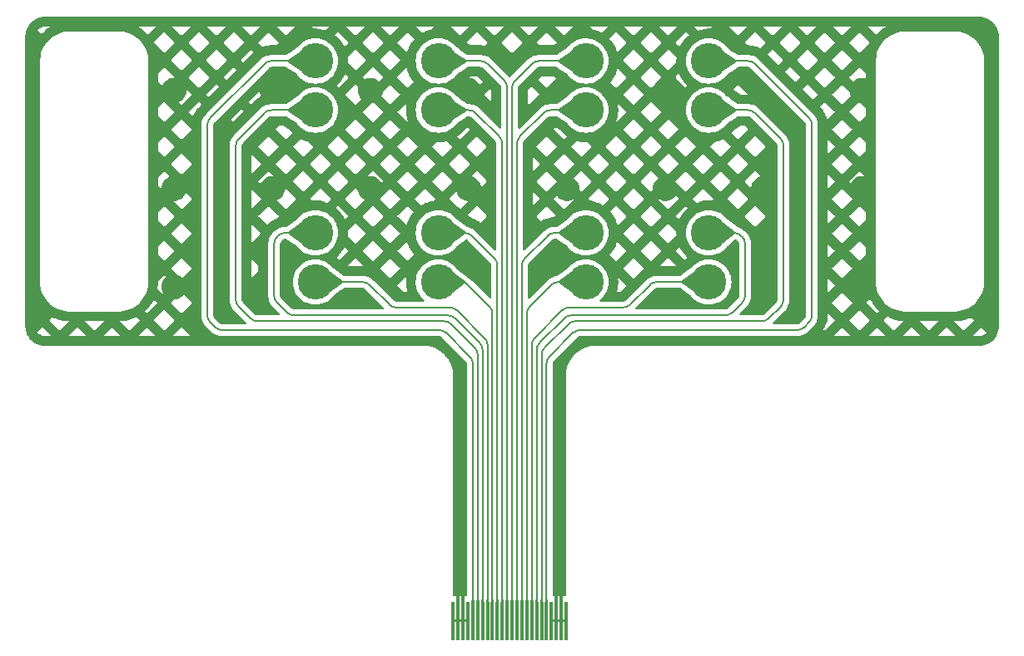
<source format=gbr>
%TF.GenerationSoftware,KiCad,Pcbnew,8.0.3-8.0.3-0~ubuntu23.10.1*%
%TF.CreationDate,2024-10-21T12:16:31-04:00*%
%TF.ProjectId,neck_electrode,6e65636b-5f65-46c6-9563-74726f64652e,rev?*%
%TF.SameCoordinates,Original*%
%TF.FileFunction,Copper,L1,Top*%
%TF.FilePolarity,Positive*%
%FSLAX46Y46*%
G04 Gerber Fmt 4.6, Leading zero omitted, Abs format (unit mm)*
G04 Created by KiCad (PCBNEW 8.0.3-8.0.3-0~ubuntu23.10.1) date 2024-10-21 12:16:31*
%MOMM*%
%LPD*%
G01*
G04 APERTURE LIST*
%TA.AperFunction,SMDPad,CuDef*%
%ADD10C,3.600000*%
%TD*%
%TA.AperFunction,SMDPad,CuDef*%
%ADD11R,0.300000X4.000000*%
%TD*%
%TA.AperFunction,ViaPad*%
%ADD12C,0.600000*%
%TD*%
%TA.AperFunction,Conductor*%
%ADD13C,0.200000*%
%TD*%
G04 APERTURE END LIST*
D10*
%TO.P,TP10,1,1*%
%TO.N,/ELEC10*%
X127500000Y-87500000D03*
%TD*%
%TO.P,TP4,1,1*%
%TO.N,/ELEC4*%
X140000000Y-70000000D03*
%TD*%
%TO.P,TP6,1,1*%
%TO.N,/ELEC6*%
X155000000Y-70000000D03*
%TD*%
%TO.P,TP3,1,1*%
%TO.N,/ELEC3*%
X140000000Y-65000000D03*
%TD*%
%TO.P,TP8,1,1*%
%TO.N,/ELEC8*%
X167500000Y-70000000D03*
%TD*%
%TO.P,TP11,1,1*%
%TO.N,/ELEC11*%
X140000000Y-82500000D03*
%TD*%
%TO.P,TP13,1,1*%
%TO.N,/ELEC13*%
X155000000Y-82500000D03*
%TD*%
%TO.P,TP9,1,1*%
%TO.N,/ELEC9*%
X127500000Y-82500000D03*
%TD*%
%TO.P,TP14,1,1*%
%TO.N,/ELEC14*%
X155000000Y-87500000D03*
%TD*%
%TO.P,TP5,1,1*%
%TO.N,/ELEC5*%
X155000000Y-65000000D03*
%TD*%
%TO.P,TP7,1,1*%
%TO.N,/ELEC7*%
X167500000Y-65000000D03*
%TD*%
%TO.P,TP1,1,1*%
%TO.N,/ELEC1*%
X127500000Y-65000000D03*
%TD*%
%TO.P,TP15,1,1*%
%TO.N,/ELEC15*%
X167500000Y-82500000D03*
%TD*%
%TO.P,TP2,1,1*%
%TO.N,/ELEC2*%
X127500000Y-70000000D03*
%TD*%
D11*
%TO.P,J1,1,Pin_1*%
%TO.N,GND*%
X153000000Y-122000000D03*
%TO.P,J1,2,Pin_2*%
X152500000Y-122000000D03*
%TO.P,J1,3,Pin_3*%
X152000000Y-122000000D03*
%TO.P,J1,4,Pin_4*%
X151500000Y-122000000D03*
%TO.P,J1,5,Pin_5*%
%TO.N,/ELEC7*%
X151000000Y-122000000D03*
%TO.P,J1,6,Pin_6*%
%TO.N,/ELEC8*%
X150500000Y-122000000D03*
%TO.P,J1,7,Pin_7*%
%TO.N,/ELEC15*%
X150000000Y-122000000D03*
%TO.P,J1,8,Pin_8*%
%TO.N,/ELEC16*%
X149500000Y-122000000D03*
%TO.P,J1,9,Pin_9*%
%TO.N,/ELEC14*%
X149000000Y-122000000D03*
%TO.P,J1,10,Pin_10*%
%TO.N,/ELEC13*%
X148500000Y-122000000D03*
%TO.P,J1,11,Pin_11*%
%TO.N,/ELEC6*%
X148000000Y-122000000D03*
%TO.P,J1,12,Pin_12*%
%TO.N,/ELEC5*%
X147500000Y-122000000D03*
%TO.P,J1,13,Pin_13*%
%TO.N,/ELEC3*%
X147000000Y-122000000D03*
%TO.P,J1,14,Pin_14*%
%TO.N,/ELEC4*%
X146500000Y-122000000D03*
%TO.P,J1,15,Pin_15*%
%TO.N,/ELEC11*%
X146000000Y-122000000D03*
%TO.P,J1,16,Pin_16*%
%TO.N,/ELEC12*%
X145500000Y-122000000D03*
%TO.P,J1,17,Pin_17*%
%TO.N,/ELEC10*%
X145000000Y-122000000D03*
%TO.P,J1,18,Pin_18*%
%TO.N,/ELEC9*%
X144500000Y-122000000D03*
%TO.P,J1,19,Pin_19*%
%TO.N,/ELEC2*%
X144000000Y-122000000D03*
%TO.P,J1,20,Pin_20*%
%TO.N,/ELEC1*%
X143500000Y-122000000D03*
%TO.P,J1,21,Pin_21*%
%TO.N,GND*%
X143000000Y-122000000D03*
%TO.P,J1,22,Pin_22*%
X142500000Y-122000000D03*
%TO.P,J1,23,Pin_23*%
X142000000Y-122000000D03*
%TO.P,J1,24,Pin_24*%
X141500000Y-122000000D03*
%TD*%
D10*
%TO.P,TP16,1,1*%
%TO.N,/ELEC16*%
X167500000Y-87500000D03*
%TD*%
%TO.P,TP12,1,1*%
%TO.N,/ELEC12*%
X140000000Y-87500000D03*
%TD*%
D12*
%TO.N,GND*%
X183089286Y-88000000D03*
X142250000Y-118500000D03*
X143089286Y-78000000D03*
X153089286Y-78000000D03*
X173089286Y-78000000D03*
X163089286Y-68000000D03*
X133089286Y-78000000D03*
X163089286Y-78000000D03*
X113089286Y-68000000D03*
X183089286Y-78000000D03*
X123089286Y-78000000D03*
X183089286Y-68000000D03*
X152250000Y-118500000D03*
X113089286Y-88000000D03*
X173089286Y-88000000D03*
X143089286Y-68000000D03*
X113089286Y-78000000D03*
X133089286Y-68000000D03*
X173089286Y-68000000D03*
X123089286Y-68000000D03*
%TD*%
D13*
%TO.N,/ELEC10*%
X145000000Y-122000000D02*
X145000000Y-93914214D01*
X144707107Y-93207107D02*
X141892893Y-90392893D01*
X135007107Y-89807107D02*
X132992893Y-87792893D01*
X132285786Y-87500000D02*
X127000000Y-87500000D01*
X141185786Y-90100000D02*
X135714214Y-90100000D01*
X141892893Y-90392893D02*
G75*
G03*
X141185786Y-90100010I-707093J-707107D01*
G01*
X145000000Y-93914214D02*
G75*
G03*
X144707114Y-93207100I-1000000J14D01*
G01*
X135007107Y-89807107D02*
G75*
G03*
X135714214Y-90099990I707093J707107D01*
G01*
X132992893Y-87792893D02*
G75*
G03*
X132285786Y-87500010I-707093J-707107D01*
G01*
%TO.N,/ELEC1*%
X123014214Y-65000000D02*
X127000000Y-65000000D01*
X116500000Y-90885786D02*
X116500000Y-71514214D01*
X143500000Y-122000000D02*
X143500000Y-95814214D01*
X140085786Y-92400000D02*
X118014214Y-92400000D01*
X116792893Y-70807107D02*
X122307107Y-65292893D01*
X117307107Y-92107107D02*
X116792893Y-91592893D01*
X143207107Y-95107107D02*
X140792893Y-92692893D01*
X123014214Y-65000000D02*
G75*
G03*
X122307100Y-65292886I-14J-1000000D01*
G01*
X118014214Y-92400000D02*
G75*
G02*
X117307100Y-92107114I-14J1000000D01*
G01*
X116792893Y-91592893D02*
G75*
G02*
X116500010Y-90885786I707107J707093D01*
G01*
X116500000Y-71514214D02*
G75*
G02*
X116792886Y-70807100I1000000J14D01*
G01*
X140085786Y-92400000D02*
G75*
G02*
X140792900Y-92692886I14J-1000000D01*
G01*
X143500000Y-95814214D02*
G75*
G03*
X143207114Y-95107100I-1000000J14D01*
G01*
%TO.N,/ELEC2*%
X140585786Y-91500000D02*
X121614214Y-91500000D01*
X119692893Y-72907107D02*
X122307107Y-70292893D01*
X144000000Y-122000000D02*
X144000000Y-94914214D01*
X143707107Y-94207107D02*
X141292893Y-91792893D01*
X123014214Y-70000000D02*
X127000000Y-70000000D01*
X119400000Y-89285786D02*
X119400000Y-73614214D01*
X120907107Y-91207107D02*
X119692893Y-89992893D01*
X141292893Y-91792893D02*
G75*
G03*
X140585786Y-91500010I-707093J-707107D01*
G01*
X119400000Y-73614214D02*
G75*
G02*
X119692886Y-72907100I1000000J14D01*
G01*
X120907107Y-91207107D02*
G75*
G03*
X121614214Y-91499990I707093J707107D01*
G01*
X119692893Y-89992893D02*
G75*
G02*
X119400010Y-89285786I707107J707093D01*
G01*
X122307107Y-70292893D02*
G75*
G02*
X123014214Y-70000010I707093J-707107D01*
G01*
X143707107Y-94207107D02*
G75*
G02*
X143999990Y-94914214I-707107J-707093D01*
G01*
%TO.N,/ELEC12*%
X142285786Y-87500000D02*
X139500000Y-87500000D01*
X145207107Y-90007107D02*
X142992893Y-87792893D01*
X145500000Y-122000000D02*
X145500000Y-90714214D01*
X145207107Y-90007107D02*
G75*
G02*
X145499990Y-90714214I-707107J-707093D01*
G01*
X142992893Y-87792893D02*
G75*
G03*
X142285786Y-87500010I-707093J-707107D01*
G01*
%TO.N,/ELEC11*%
X145707107Y-85107107D02*
X143392893Y-82792893D01*
X146000000Y-122000000D02*
X146000000Y-85814214D01*
X142685786Y-82500000D02*
X139500000Y-82500000D01*
X145707107Y-85107107D02*
G75*
G02*
X145999990Y-85814214I-707107J-707093D01*
G01*
X143392893Y-82792893D02*
G75*
G03*
X142685786Y-82500010I-707093J-707107D01*
G01*
%TO.N,GND*%
X143000000Y-122000000D02*
X141600000Y-122000000D01*
X151500000Y-122000000D02*
X152900000Y-122000000D01*
%TO.N,/ELEC9*%
X124607107Y-90607107D02*
X123592893Y-89592893D01*
X124414214Y-82500000D02*
X127000000Y-82500000D01*
X123300000Y-88885786D02*
X123300000Y-83614214D01*
X140985786Y-90900000D02*
X125314214Y-90900000D01*
X123592893Y-82907107D02*
X123707107Y-82792893D01*
X144207107Y-93707107D02*
X141692893Y-91192893D01*
X144500000Y-122000000D02*
X144500000Y-94414214D01*
X123592893Y-89592893D02*
G75*
G02*
X123300010Y-88885786I707107J707093D01*
G01*
X124414214Y-82500000D02*
G75*
G03*
X123707100Y-82792886I-14J-1000000D01*
G01*
X141692893Y-91192893D02*
G75*
G03*
X140985786Y-90900010I-707093J-707107D01*
G01*
X123592893Y-82907107D02*
G75*
G03*
X123300010Y-83614214I707107J-707093D01*
G01*
X125314214Y-90900000D02*
G75*
G02*
X124607100Y-90607114I-14J1000000D01*
G01*
X144207107Y-93707107D02*
G75*
G02*
X144499990Y-94414214I-707107J-707093D01*
G01*
%TO.N,/ELEC3*%
X144285786Y-65000000D02*
X139500000Y-65000000D01*
X146707107Y-67007107D02*
X144992893Y-65292893D01*
X147000000Y-122000000D02*
X147000000Y-67714214D01*
X147000000Y-67714214D02*
G75*
G03*
X146707114Y-67007100I-1000000J14D01*
G01*
X144285786Y-65000000D02*
G75*
G02*
X144992900Y-65292886I14J-1000000D01*
G01*
%TO.N,/ELEC4*%
X146207107Y-72707107D02*
X143792893Y-70292893D01*
X146500000Y-122000000D02*
X146500000Y-73414214D01*
X143085786Y-70000000D02*
X139500000Y-70000000D01*
X143792893Y-70292893D02*
G75*
G03*
X143085786Y-70000010I-707093J-707107D01*
G01*
X146207107Y-72707107D02*
G75*
G02*
X146499990Y-73414214I-707107J-707093D01*
G01*
%TO.N,/ELEC5*%
X147500000Y-122000000D02*
X147500000Y-67714214D01*
X147792893Y-67007107D02*
X149507107Y-65292893D01*
X150214214Y-65000000D02*
X155000000Y-65000000D01*
X149507107Y-65292893D02*
G75*
G02*
X150214214Y-65000010I707093J-707107D01*
G01*
X147792893Y-67007107D02*
G75*
G03*
X147500010Y-67714214I707107J-707093D01*
G01*
%TO.N,/ELEC6*%
X151414214Y-70000000D02*
X155000000Y-70000000D01*
X148000000Y-122000000D02*
X148000000Y-73414214D01*
X148292893Y-72707107D02*
X150707107Y-70292893D01*
X148000000Y-73414214D02*
G75*
G02*
X148292886Y-72707100I1000000J14D01*
G01*
X150707107Y-70292893D02*
G75*
G02*
X151414214Y-70000010I707093J-707107D01*
G01*
%TO.N,/ELEC14*%
X149292893Y-90007107D02*
X151507107Y-87792893D01*
X149000000Y-122000000D02*
X149000000Y-90714214D01*
X152214214Y-87500000D02*
X155000000Y-87500000D01*
X149000000Y-90714214D02*
G75*
G02*
X149292886Y-90007100I1000000J14D01*
G01*
X152214214Y-87500000D02*
G75*
G03*
X151507100Y-87792886I-14J-1000000D01*
G01*
%TO.N,/ELEC13*%
X148792893Y-85107107D02*
X151107107Y-82792893D01*
X148500000Y-122000000D02*
X148500000Y-85814214D01*
X151814214Y-82500000D02*
X155000000Y-82500000D01*
X151107107Y-82792893D02*
G75*
G02*
X151814214Y-82500010I707093J-707107D01*
G01*
X148500000Y-85814214D02*
G75*
G02*
X148792886Y-85107100I1000000J14D01*
G01*
%TO.N,/ELEC8*%
X150500000Y-122000000D02*
X150500000Y-94914214D01*
X173592893Y-91207107D02*
X174807107Y-89992893D01*
X175100000Y-89285786D02*
X175100000Y-73614214D01*
X174807107Y-72907107D02*
X172192893Y-70292893D01*
X171485786Y-70000000D02*
X167500000Y-70000000D01*
X150792893Y-94207107D02*
X153207107Y-91792893D01*
X153914214Y-91500000D02*
X172885786Y-91500000D01*
X174807107Y-72907107D02*
G75*
G02*
X175099990Y-73614214I-707107J-707093D01*
G01*
X175100000Y-89285786D02*
G75*
G02*
X174807114Y-89992900I-1000000J-14D01*
G01*
X150792893Y-94207107D02*
G75*
G03*
X150500010Y-94914214I707107J-707093D01*
G01*
X171485786Y-70000000D02*
G75*
G02*
X172192900Y-70292886I14J-1000000D01*
G01*
X172885786Y-91500000D02*
G75*
G03*
X173592900Y-91207114I14J1000000D01*
G01*
X153207107Y-91792893D02*
G75*
G02*
X153914214Y-91500010I707093J-707107D01*
G01*
%TO.N,/ELEC7*%
X151292893Y-95107107D02*
X153707107Y-92692893D01*
X177192893Y-92107107D02*
X177707107Y-91592893D01*
X177707107Y-70807107D02*
X172192893Y-65292893D01*
X151000000Y-122000000D02*
X151000000Y-95814214D01*
X154414214Y-92400000D02*
X176485786Y-92400000D01*
X171485786Y-65000000D02*
X167500000Y-65000000D01*
X178000000Y-90885786D02*
X178000000Y-71514214D01*
X154414214Y-92400000D02*
G75*
G03*
X153707100Y-92692886I-14J-1000000D01*
G01*
X177707107Y-70807107D02*
G75*
G02*
X177999990Y-71514214I-707107J-707093D01*
G01*
X177707107Y-91592893D02*
G75*
G03*
X177999990Y-90885786I-707107J707093D01*
G01*
X172192893Y-65292893D02*
G75*
G03*
X171485786Y-65000010I-707093J-707107D01*
G01*
X176485786Y-92400000D02*
G75*
G03*
X177192900Y-92107114I14J1000000D01*
G01*
X151000000Y-95814214D02*
G75*
G02*
X151292886Y-95107100I1000000J14D01*
G01*
%TO.N,/ELEC15*%
X150292893Y-93707107D02*
X152807107Y-91192893D01*
X169892893Y-90607107D02*
X170907107Y-89592893D01*
X170907107Y-82907107D02*
X170792893Y-82792893D01*
X150000000Y-122000000D02*
X150000000Y-94414214D01*
X153514214Y-90900000D02*
X169185786Y-90900000D01*
X171200000Y-88885786D02*
X171200000Y-83614214D01*
X170085786Y-82500000D02*
X167500000Y-82500000D01*
X171200000Y-88885786D02*
G75*
G02*
X170907114Y-89592900I-1000000J-14D01*
G01*
X170792893Y-82792893D02*
G75*
G03*
X170085786Y-82500010I-707093J-707107D01*
G01*
X152807107Y-91192893D02*
G75*
G02*
X153514214Y-90900010I707093J-707107D01*
G01*
X169185786Y-90900000D02*
G75*
G03*
X169892900Y-90607114I14J1000000D01*
G01*
X170907107Y-82907107D02*
G75*
G02*
X171199990Y-83614214I-707107J-707093D01*
G01*
X150292893Y-93707107D02*
G75*
G03*
X150000010Y-94414214I707107J-707093D01*
G01*
%TO.N,/ELEC16*%
X149792893Y-93207107D02*
X152607107Y-90392893D01*
X162214214Y-87500000D02*
X167500000Y-87500000D01*
X159492893Y-89807107D02*
X161507107Y-87792893D01*
X149500000Y-122000000D02*
X149500000Y-93914214D01*
X153314214Y-90100000D02*
X158785786Y-90100000D01*
X153314214Y-90100000D02*
G75*
G03*
X152607100Y-90392886I-14J-1000000D01*
G01*
X158785786Y-90100000D02*
G75*
G03*
X159492900Y-89807114I14J1000000D01*
G01*
X149500000Y-93914214D02*
G75*
G02*
X149792886Y-93207100I1000000J14D01*
G01*
X161507107Y-87792893D02*
G75*
G02*
X162214214Y-87500010I707093J-707107D01*
G01*
%TD*%
%TA.AperFunction,Conductor*%
%TO.N,/ELEC10*%
G36*
X145099840Y-119853427D02*
G01*
X145102667Y-119858000D01*
X145148900Y-119996700D01*
X145149500Y-120000400D01*
X145149500Y-120006235D01*
X145149467Y-120007110D01*
X145011667Y-121845362D01*
X145007632Y-121853355D01*
X144999125Y-121856154D01*
X144991132Y-121852119D01*
X144988333Y-121845362D01*
X144850533Y-120007110D01*
X144850500Y-120006235D01*
X144850500Y-120000400D01*
X144851100Y-119996700D01*
X144897333Y-119858000D01*
X144903201Y-119851235D01*
X144908433Y-119850000D01*
X145091567Y-119850000D01*
X145099840Y-119853427D01*
G37*
%TD.AperFunction*%
%TD*%
%TA.AperFunction,Conductor*%
%TO.N,/ELEC5*%
G36*
X147599840Y-119853427D02*
G01*
X147602667Y-119858000D01*
X147648900Y-119996700D01*
X147649500Y-120000400D01*
X147649500Y-120006235D01*
X147649467Y-120007110D01*
X147511666Y-121845362D01*
X147507631Y-121853355D01*
X147499124Y-121856154D01*
X147491131Y-121852119D01*
X147488333Y-121845364D01*
X147353103Y-120041394D01*
X147353103Y-120039666D01*
X147354392Y-120022472D01*
X147354821Y-120014855D01*
X147354854Y-120013980D01*
X147355000Y-120006235D01*
X147355000Y-120000400D01*
X147354191Y-119990368D01*
X147354751Y-119985744D01*
X147397333Y-119857999D01*
X147403201Y-119851235D01*
X147408433Y-119850000D01*
X147591567Y-119850000D01*
X147599840Y-119853427D01*
G37*
%TD.AperFunction*%
%TD*%
%TA.AperFunction,Conductor*%
%TO.N,/ELEC14*%
G36*
X153515644Y-86504433D02*
G01*
X154986498Y-87490261D01*
X154991462Y-87497714D01*
X154989703Y-87506494D01*
X154986498Y-87509699D01*
X153515637Y-88495540D01*
X153506857Y-88497299D01*
X153502438Y-88495423D01*
X152221131Y-87603384D01*
X152216299Y-87595845D01*
X152216118Y-87594019D01*
X152214345Y-87506494D01*
X152212316Y-87406291D01*
X152215575Y-87397951D01*
X152217336Y-87396448D01*
X153502459Y-86504539D01*
X153511210Y-86502638D01*
X153515644Y-86504433D01*
G37*
%TD.AperFunction*%
%TD*%
%TA.AperFunction,Conductor*%
%TO.N,/ELEC10*%
G36*
X128997538Y-86504500D02*
G01*
X130294929Y-87396513D01*
X130299804Y-87404024D01*
X130300000Y-87406154D01*
X130300000Y-87593845D01*
X130296573Y-87602118D01*
X130294929Y-87603486D01*
X128997538Y-88495499D01*
X128988779Y-88497362D01*
X128984395Y-88495577D01*
X127639016Y-87593845D01*
X127513499Y-87509718D01*
X127508536Y-87502266D01*
X127510295Y-87493486D01*
X127513498Y-87490282D01*
X128984395Y-86504421D01*
X128993175Y-86502663D01*
X128997538Y-86504500D01*
G37*
%TD.AperFunction*%
%TD*%
%TA.AperFunction,Conductor*%
%TO.N,/ELEC9*%
G36*
X144599840Y-119853427D02*
G01*
X144602667Y-119858000D01*
X144645245Y-119985736D01*
X144645807Y-119990375D01*
X144645000Y-120000398D01*
X144645000Y-120006231D01*
X144645145Y-120013972D01*
X144645180Y-120014890D01*
X144645607Y-120022465D01*
X144646895Y-120039655D01*
X144646895Y-120041404D01*
X144511666Y-121845361D01*
X144507631Y-121853354D01*
X144499124Y-121856153D01*
X144491131Y-121852118D01*
X144488333Y-121845363D01*
X144353103Y-120041394D01*
X144353103Y-120039667D01*
X144354392Y-120022472D01*
X144354821Y-120014855D01*
X144354854Y-120013980D01*
X144355000Y-120006235D01*
X144355000Y-120000400D01*
X144354191Y-119990368D01*
X144354751Y-119985744D01*
X144397333Y-119857999D01*
X144403201Y-119851235D01*
X144408433Y-119850000D01*
X144591567Y-119850000D01*
X144599840Y-119853427D01*
G37*
%TD.AperFunction*%
%TD*%
%TA.AperFunction,Conductor*%
%TO.N,/ELEC5*%
G36*
X153515604Y-64004422D02*
G01*
X154986499Y-64990281D01*
X154991463Y-64997734D01*
X154989704Y-65006514D01*
X154986499Y-65009719D01*
X153515604Y-65995577D01*
X153506824Y-65997336D01*
X153502461Y-65995499D01*
X152205071Y-65103486D01*
X152200196Y-65095975D01*
X152200000Y-65093845D01*
X152200000Y-64906154D01*
X152203427Y-64897881D01*
X152205067Y-64896515D01*
X153502462Y-64004499D01*
X153511220Y-64002637D01*
X153515604Y-64004422D01*
G37*
%TD.AperFunction*%
%TD*%
%TA.AperFunction,Conductor*%
%TO.N,/ELEC1*%
G36*
X143599840Y-119853427D02*
G01*
X143602667Y-119858000D01*
X143645245Y-119985736D01*
X143645807Y-119990375D01*
X143645000Y-120000398D01*
X143645000Y-120006231D01*
X143645145Y-120013972D01*
X143645180Y-120014890D01*
X143645607Y-120022465D01*
X143646895Y-120039655D01*
X143646895Y-120041404D01*
X143511666Y-121845361D01*
X143507631Y-121853354D01*
X143499124Y-121856153D01*
X143491131Y-121852118D01*
X143488333Y-121845363D01*
X143350533Y-120007110D01*
X143350500Y-120006235D01*
X143350500Y-120000400D01*
X143351100Y-119996700D01*
X143397333Y-119858000D01*
X143403201Y-119851235D01*
X143408433Y-119850000D01*
X143591567Y-119850000D01*
X143599840Y-119853427D01*
G37*
%TD.AperFunction*%
%TD*%
%TA.AperFunction,Conductor*%
%TO.N,/ELEC6*%
G36*
X153515604Y-69004422D02*
G01*
X154986499Y-69990281D01*
X154991463Y-69997734D01*
X154989704Y-70006514D01*
X154986499Y-70009719D01*
X153515604Y-70995577D01*
X153506824Y-70997336D01*
X153502461Y-70995499D01*
X152205071Y-70103486D01*
X152200196Y-70095975D01*
X152200000Y-70093845D01*
X152200000Y-69906154D01*
X152203427Y-69897881D01*
X152205067Y-69896515D01*
X153502462Y-69004499D01*
X153511220Y-69002637D01*
X153515604Y-69004422D01*
G37*
%TD.AperFunction*%
%TD*%
%TA.AperFunction,Conductor*%
%TO.N,/ELEC8*%
G36*
X150599840Y-119853427D02*
G01*
X150602667Y-119858000D01*
X150645245Y-119985736D01*
X150645807Y-119990375D01*
X150645000Y-120000398D01*
X150645000Y-120006231D01*
X150645145Y-120013972D01*
X150645180Y-120014890D01*
X150645607Y-120022465D01*
X150646895Y-120039655D01*
X150646895Y-120041404D01*
X150511666Y-121845361D01*
X150507631Y-121853354D01*
X150499124Y-121856153D01*
X150491131Y-121852118D01*
X150488333Y-121845363D01*
X150353103Y-120041394D01*
X150353103Y-120039666D01*
X150354392Y-120022472D01*
X150354821Y-120014855D01*
X150354854Y-120013980D01*
X150355000Y-120006235D01*
X150355000Y-120000400D01*
X150354191Y-119990368D01*
X150354751Y-119985744D01*
X150397333Y-119857999D01*
X150403201Y-119851235D01*
X150408433Y-119850000D01*
X150591567Y-119850000D01*
X150599840Y-119853427D01*
G37*
%TD.AperFunction*%
%TD*%
%TA.AperFunction,Conductor*%
%TO.N,/ELEC8*%
G36*
X168997538Y-69004500D02*
G01*
X170294929Y-69896513D01*
X170299804Y-69904024D01*
X170300000Y-69906154D01*
X170300000Y-70093845D01*
X170296573Y-70102118D01*
X170294929Y-70103486D01*
X168997538Y-70995499D01*
X168988779Y-70997362D01*
X168984395Y-70995577D01*
X167639016Y-70093845D01*
X167513499Y-70009718D01*
X167508536Y-70002266D01*
X167510295Y-69993486D01*
X167513498Y-69990282D01*
X168984395Y-69004421D01*
X168993175Y-69002663D01*
X168997538Y-69004500D01*
G37*
%TD.AperFunction*%
%TD*%
%TA.AperFunction,Conductor*%
%TO.N,/ELEC9*%
G36*
X126015604Y-81504422D02*
G01*
X127486499Y-82490281D01*
X127491463Y-82497734D01*
X127489704Y-82506514D01*
X127486499Y-82509719D01*
X126015604Y-83495577D01*
X126006824Y-83497336D01*
X126002461Y-83495499D01*
X124705071Y-82603486D01*
X124700196Y-82595975D01*
X124700000Y-82593845D01*
X124700000Y-82406154D01*
X124703427Y-82397881D01*
X124705067Y-82396515D01*
X126002462Y-81504499D01*
X126011220Y-81502637D01*
X126015604Y-81504422D01*
G37*
%TD.AperFunction*%
%TD*%
%TA.AperFunction,Conductor*%
%TO.N,/ELEC13*%
G36*
X148599840Y-119853427D02*
G01*
X148602667Y-119858000D01*
X148648900Y-119996700D01*
X148649500Y-120000400D01*
X148649500Y-120006235D01*
X148649467Y-120007110D01*
X148511666Y-121845362D01*
X148507631Y-121853355D01*
X148499124Y-121856154D01*
X148491131Y-121852119D01*
X148488333Y-121845364D01*
X148353103Y-120041394D01*
X148353103Y-120039666D01*
X148354392Y-120022472D01*
X148354821Y-120014855D01*
X148354854Y-120013980D01*
X148355000Y-120006235D01*
X148355000Y-120000400D01*
X148354191Y-119990368D01*
X148354751Y-119985744D01*
X148397333Y-119857999D01*
X148403201Y-119851235D01*
X148408433Y-119850000D01*
X148591567Y-119850000D01*
X148599840Y-119853427D01*
G37*
%TD.AperFunction*%
%TD*%
%TA.AperFunction,Conductor*%
%TO.N,/ELEC11*%
G36*
X141498378Y-81505478D02*
G01*
X142797246Y-82399546D01*
X142802118Y-82407059D01*
X142802087Y-82411465D01*
X142765484Y-82595490D01*
X142760763Y-82602762D01*
X141496730Y-83496322D01*
X141487996Y-83498299D01*
X141483454Y-83496482D01*
X140013512Y-82509535D01*
X140008554Y-82502078D01*
X140010320Y-82493299D01*
X140013525Y-82490099D01*
X141485240Y-81505390D01*
X141494019Y-81503638D01*
X141498378Y-81505478D01*
G37*
%TD.AperFunction*%
%TD*%
%TA.AperFunction,Conductor*%
%TO.N,/ELEC7*%
G36*
X168997538Y-64004500D02*
G01*
X170294929Y-64896513D01*
X170299804Y-64904024D01*
X170300000Y-64906154D01*
X170300000Y-65093845D01*
X170296573Y-65102118D01*
X170294929Y-65103486D01*
X168997538Y-65995499D01*
X168988779Y-65997362D01*
X168984395Y-65995577D01*
X167639016Y-65093845D01*
X167513499Y-65009718D01*
X167508536Y-65002266D01*
X167510295Y-64993486D01*
X167513498Y-64990282D01*
X168984395Y-64004421D01*
X168993175Y-64002663D01*
X168997538Y-64004500D01*
G37*
%TD.AperFunction*%
%TD*%
%TA.AperFunction,Conductor*%
%TO.N,/ELEC2*%
G36*
X144099840Y-119853427D02*
G01*
X144102667Y-119858000D01*
X144148900Y-119996700D01*
X144149500Y-120000400D01*
X144149500Y-120006235D01*
X144149467Y-120007110D01*
X144011667Y-121845362D01*
X144007632Y-121853355D01*
X143999125Y-121856154D01*
X143991132Y-121852119D01*
X143988333Y-121845362D01*
X143850533Y-120007110D01*
X143850500Y-120006235D01*
X143850500Y-120000400D01*
X143851100Y-119996700D01*
X143897333Y-119858000D01*
X143903201Y-119851235D01*
X143908433Y-119850000D01*
X144091567Y-119850000D01*
X144099840Y-119853427D01*
G37*
%TD.AperFunction*%
%TD*%
%TA.AperFunction,Conductor*%
%TO.N,/ELEC11*%
G36*
X146099840Y-119853427D02*
G01*
X146102667Y-119858000D01*
X146145245Y-119985736D01*
X146145807Y-119990375D01*
X146145000Y-120000398D01*
X146145000Y-120006231D01*
X146145145Y-120013972D01*
X146145180Y-120014890D01*
X146145607Y-120022465D01*
X146146895Y-120039655D01*
X146146895Y-120041404D01*
X146011666Y-121845361D01*
X146007631Y-121853354D01*
X145999124Y-121856153D01*
X145991131Y-121852118D01*
X145988333Y-121845363D01*
X145850533Y-120007110D01*
X145850500Y-120006235D01*
X145850500Y-120000400D01*
X145851100Y-119996700D01*
X145897333Y-119858000D01*
X145903201Y-119851235D01*
X145908433Y-119850000D01*
X146091567Y-119850000D01*
X146099840Y-119853427D01*
G37*
%TD.AperFunction*%
%TD*%
%TA.AperFunction,Conductor*%
%TO.N,/ELEC6*%
G36*
X148099840Y-119853427D02*
G01*
X148102667Y-119858000D01*
X148148900Y-119996700D01*
X148149500Y-120000400D01*
X148149500Y-120006235D01*
X148149467Y-120007110D01*
X148011666Y-121845362D01*
X148007631Y-121853355D01*
X147999124Y-121856154D01*
X147991131Y-121852119D01*
X147988333Y-121845364D01*
X147853103Y-120041394D01*
X147853103Y-120039666D01*
X147854392Y-120022472D01*
X147854821Y-120014855D01*
X147854854Y-120013980D01*
X147855000Y-120006235D01*
X147855000Y-120000400D01*
X147854191Y-119990368D01*
X147854751Y-119985744D01*
X147897333Y-119857999D01*
X147903201Y-119851235D01*
X147908433Y-119850000D01*
X148091567Y-119850000D01*
X148099840Y-119853427D01*
G37*
%TD.AperFunction*%
%TD*%
%TA.AperFunction,Conductor*%
%TO.N,/ELEC16*%
G36*
X149599840Y-119853427D02*
G01*
X149602667Y-119858000D01*
X149648900Y-119996700D01*
X149649500Y-120000400D01*
X149649500Y-120006235D01*
X149649467Y-120007110D01*
X149511666Y-121845362D01*
X149507631Y-121853355D01*
X149499124Y-121856154D01*
X149491131Y-121852119D01*
X149488333Y-121845364D01*
X149353103Y-120041394D01*
X149353103Y-120039666D01*
X149354392Y-120022472D01*
X149354821Y-120014855D01*
X149354854Y-120013980D01*
X149355000Y-120006235D01*
X149355000Y-120000400D01*
X149354191Y-119990368D01*
X149354751Y-119985744D01*
X149397333Y-119857999D01*
X149403201Y-119851235D01*
X149408433Y-119850000D01*
X149591567Y-119850000D01*
X149599840Y-119853427D01*
G37*
%TD.AperFunction*%
%TD*%
%TA.AperFunction,Conductor*%
%TO.N,/ELEC2*%
G36*
X126015604Y-69004422D02*
G01*
X127486499Y-69990281D01*
X127491463Y-69997734D01*
X127489704Y-70006514D01*
X127486499Y-70009719D01*
X126015604Y-70995577D01*
X126006824Y-70997336D01*
X126002461Y-70995499D01*
X124705071Y-70103486D01*
X124700196Y-70095975D01*
X124700000Y-70093845D01*
X124700000Y-69906154D01*
X124703427Y-69897881D01*
X124705067Y-69896515D01*
X126002462Y-69004499D01*
X126011220Y-69002637D01*
X126015604Y-69004422D01*
G37*
%TD.AperFunction*%
%TD*%
%TA.AperFunction,Conductor*%
%TO.N,/ELEC12*%
G36*
X145599840Y-119853427D02*
G01*
X145602667Y-119858000D01*
X145645245Y-119985736D01*
X145645807Y-119990375D01*
X145645000Y-120000398D01*
X145645000Y-120006231D01*
X145645145Y-120013972D01*
X145645180Y-120014890D01*
X145645607Y-120022465D01*
X145646895Y-120039655D01*
X145646895Y-120041404D01*
X145511666Y-121845361D01*
X145507631Y-121853354D01*
X145499124Y-121856153D01*
X145491131Y-121852118D01*
X145488333Y-121845363D01*
X145353103Y-120041394D01*
X145353103Y-120039667D01*
X145354392Y-120022472D01*
X145354821Y-120014855D01*
X145354854Y-120013980D01*
X145355000Y-120006235D01*
X145355000Y-120000400D01*
X145354191Y-119990368D01*
X145354751Y-119985744D01*
X145397333Y-119857999D01*
X145403201Y-119851235D01*
X145408433Y-119850000D01*
X145591567Y-119850000D01*
X145599840Y-119853427D01*
G37*
%TD.AperFunction*%
%TD*%
%TA.AperFunction,Conductor*%
%TO.N,/ELEC1*%
G36*
X126015604Y-64004422D02*
G01*
X127486499Y-64990281D01*
X127491463Y-64997734D01*
X127489704Y-65006514D01*
X127486499Y-65009719D01*
X126015604Y-65995577D01*
X126006824Y-65997336D01*
X126002461Y-65995499D01*
X124705071Y-65103486D01*
X124700196Y-65095975D01*
X124700000Y-65093845D01*
X124700000Y-64906154D01*
X124703427Y-64897881D01*
X124705067Y-64896515D01*
X126002462Y-64004499D01*
X126011220Y-64002637D01*
X126015604Y-64004422D01*
G37*
%TD.AperFunction*%
%TD*%
%TA.AperFunction,Conductor*%
%TO.N,/ELEC15*%
G36*
X168998503Y-81505957D02*
G01*
X170197664Y-82399497D01*
X170202250Y-82407188D01*
X170202148Y-82411161D01*
X170165433Y-82595748D01*
X170161079Y-82602749D01*
X168996775Y-83495904D01*
X168988125Y-83498221D01*
X168983132Y-83496334D01*
X167513511Y-82509535D01*
X167508553Y-82502079D01*
X167510320Y-82493300D01*
X167513523Y-82490101D01*
X168985006Y-81505614D01*
X168993788Y-81503862D01*
X168998503Y-81505957D01*
G37*
%TD.AperFunction*%
%TD*%
%TA.AperFunction,Conductor*%
%TO.N,/ELEC7*%
G36*
X151099840Y-119853427D02*
G01*
X151102667Y-119858000D01*
X151148900Y-119996700D01*
X151149500Y-120000400D01*
X151149500Y-120006235D01*
X151149467Y-120007110D01*
X151011667Y-121845362D01*
X151007632Y-121853355D01*
X150999125Y-121856154D01*
X150991132Y-121852119D01*
X150988333Y-121845362D01*
X150850533Y-120007110D01*
X150850500Y-120006235D01*
X150850500Y-120000400D01*
X150851100Y-119996700D01*
X150897333Y-119858000D01*
X150903201Y-119851235D01*
X150908433Y-119850000D01*
X151091567Y-119850000D01*
X151099840Y-119853427D01*
G37*
%TD.AperFunction*%
%TD*%
%TA.AperFunction,Conductor*%
%TO.N,/ELEC12*%
G36*
X141537131Y-86567818D02*
G01*
X142805268Y-87525769D01*
X142809804Y-87533490D01*
X142807944Y-87541605D01*
X142704230Y-87696831D01*
X142701092Y-87699998D01*
X141445085Y-88556218D01*
X141436319Y-88558047D01*
X141431550Y-88555967D01*
X140013166Y-87509769D01*
X140008542Y-87502100D01*
X140010695Y-87493408D01*
X140014003Y-87490375D01*
X141523976Y-86567171D01*
X141532822Y-86565780D01*
X141537131Y-86567818D01*
G37*
%TD.AperFunction*%
%TD*%
%TA.AperFunction,Conductor*%
%TO.N,/ELEC4*%
G36*
X146599840Y-119853427D02*
G01*
X146602667Y-119858000D01*
X146648900Y-119996700D01*
X146649500Y-120000400D01*
X146649500Y-120006235D01*
X146649467Y-120007110D01*
X146511667Y-121845362D01*
X146507632Y-121853355D01*
X146499125Y-121856154D01*
X146491132Y-121852119D01*
X146488333Y-121845362D01*
X146350533Y-120007110D01*
X146350500Y-120006235D01*
X146350500Y-120000400D01*
X146351100Y-119996700D01*
X146397333Y-119858000D01*
X146403201Y-119851235D01*
X146408433Y-119850000D01*
X146591567Y-119850000D01*
X146599840Y-119853427D01*
G37*
%TD.AperFunction*%
%TD*%
%TA.AperFunction,Conductor*%
%TO.N,/ELEC13*%
G36*
X153515604Y-81504422D02*
G01*
X154986499Y-82490281D01*
X154991463Y-82497734D01*
X154989704Y-82506514D01*
X154986499Y-82509719D01*
X153515604Y-83495577D01*
X153506824Y-83497336D01*
X153502461Y-83495499D01*
X152205071Y-82603486D01*
X152200196Y-82595975D01*
X152200000Y-82593845D01*
X152200000Y-82406154D01*
X152203427Y-82397881D01*
X152205067Y-82396515D01*
X153502462Y-81504499D01*
X153511220Y-81502637D01*
X153515604Y-81504422D01*
G37*
%TD.AperFunction*%
%TD*%
%TA.AperFunction,Conductor*%
%TO.N,/ELEC16*%
G36*
X166015604Y-86504422D02*
G01*
X167486499Y-87490281D01*
X167491463Y-87497734D01*
X167489704Y-87506514D01*
X167486499Y-87509719D01*
X166015604Y-88495577D01*
X166006824Y-88497336D01*
X166002461Y-88495499D01*
X164705071Y-87603486D01*
X164700196Y-87595975D01*
X164700000Y-87593845D01*
X164700000Y-87406154D01*
X164703427Y-87397881D01*
X164705067Y-87396515D01*
X166002462Y-86504499D01*
X166011220Y-86502637D01*
X166015604Y-86504422D01*
G37*
%TD.AperFunction*%
%TD*%
%TA.AperFunction,Conductor*%
%TO.N,/ELEC15*%
G36*
X150099840Y-119853427D02*
G01*
X150102667Y-119858000D01*
X150148900Y-119996700D01*
X150149500Y-120000400D01*
X150149500Y-120006235D01*
X150149467Y-120007110D01*
X150011666Y-121845362D01*
X150007631Y-121853355D01*
X149999124Y-121856154D01*
X149991131Y-121852119D01*
X149988333Y-121845364D01*
X149853103Y-120041394D01*
X149853103Y-120039666D01*
X149854392Y-120022472D01*
X149854821Y-120014855D01*
X149854854Y-120013980D01*
X149855000Y-120006235D01*
X149855000Y-120000400D01*
X149854191Y-119990368D01*
X149854751Y-119985744D01*
X149897333Y-119857999D01*
X149903201Y-119851235D01*
X149908433Y-119850000D01*
X150091567Y-119850000D01*
X150099840Y-119853427D01*
G37*
%TD.AperFunction*%
%TD*%
%TA.AperFunction,Conductor*%
%TO.N,/ELEC3*%
G36*
X141497538Y-64004500D02*
G01*
X142794929Y-64896513D01*
X142799804Y-64904024D01*
X142800000Y-64906154D01*
X142800000Y-65093845D01*
X142796573Y-65102118D01*
X142794929Y-65103486D01*
X141497538Y-65995499D01*
X141488779Y-65997362D01*
X141484395Y-65995577D01*
X140139016Y-65093845D01*
X140013499Y-65009718D01*
X140008536Y-65002266D01*
X140010295Y-64993486D01*
X140013498Y-64990282D01*
X141484395Y-64004421D01*
X141493175Y-64002663D01*
X141497538Y-64004500D01*
G37*
%TD.AperFunction*%
%TD*%
%TA.AperFunction,Conductor*%
%TO.N,/ELEC3*%
G36*
X147099840Y-119853427D02*
G01*
X147102667Y-119858000D01*
X147148900Y-119996700D01*
X147149500Y-120000400D01*
X147149500Y-120006235D01*
X147149467Y-120007110D01*
X147011666Y-121845362D01*
X147007631Y-121853355D01*
X146999124Y-121856154D01*
X146991131Y-121852119D01*
X146988333Y-121845364D01*
X146853103Y-120041394D01*
X146853103Y-120039667D01*
X146854392Y-120022472D01*
X146854821Y-120014855D01*
X146854854Y-120013980D01*
X146855000Y-120006235D01*
X146855000Y-120000400D01*
X146854191Y-119990368D01*
X146854751Y-119985744D01*
X146897333Y-119857999D01*
X146903201Y-119851235D01*
X146908433Y-119850000D01*
X147091567Y-119850000D01*
X147099840Y-119853427D01*
G37*
%TD.AperFunction*%
%TD*%
%TA.AperFunction,Conductor*%
%TO.N,/ELEC14*%
G36*
X149099840Y-119853427D02*
G01*
X149102667Y-119858000D01*
X149148900Y-119996700D01*
X149149500Y-120000400D01*
X149149500Y-120006235D01*
X149149467Y-120007110D01*
X149011666Y-121845362D01*
X149007631Y-121853355D01*
X148999124Y-121856154D01*
X148991131Y-121852119D01*
X148988333Y-121845364D01*
X148853103Y-120041394D01*
X148853103Y-120039666D01*
X148854392Y-120022472D01*
X148854821Y-120014855D01*
X148854854Y-120013980D01*
X148855000Y-120006235D01*
X148855000Y-120000400D01*
X148854191Y-119990368D01*
X148854751Y-119985744D01*
X148897333Y-119857999D01*
X148903201Y-119851235D01*
X148908433Y-119850000D01*
X149091567Y-119850000D01*
X149099840Y-119853427D01*
G37*
%TD.AperFunction*%
%TD*%
%TA.AperFunction,Conductor*%
%TO.N,/ELEC4*%
G36*
X141497538Y-69004500D02*
G01*
X142794929Y-69896513D01*
X142799804Y-69904024D01*
X142800000Y-69906154D01*
X142800000Y-70093845D01*
X142796573Y-70102118D01*
X142794929Y-70103486D01*
X141497538Y-70995499D01*
X141488779Y-70997362D01*
X141484395Y-70995577D01*
X140139016Y-70093845D01*
X140013499Y-70009718D01*
X140008536Y-70002266D01*
X140010295Y-69993486D01*
X140013498Y-69990282D01*
X141484395Y-69004421D01*
X141493175Y-69002663D01*
X141497538Y-69004500D01*
G37*
%TD.AperFunction*%
%TD*%
%TA.AperFunction,Conductor*%
%TO.N,GND*%
G36*
X195004043Y-60500765D02*
G01*
X195252895Y-60517075D01*
X195268953Y-60519190D01*
X195476105Y-60560395D01*
X195509535Y-60567045D01*
X195525202Y-60571243D01*
X195694947Y-60628863D01*
X195757481Y-60650091D01*
X195772458Y-60656294D01*
X195981799Y-60759529D01*
X195992460Y-60764787D01*
X196006508Y-60772897D01*
X196210464Y-60909177D01*
X196223328Y-60919048D01*
X196407749Y-61080781D01*
X196419218Y-61092250D01*
X196580951Y-61276671D01*
X196590825Y-61289539D01*
X196727102Y-61493492D01*
X196735212Y-61507539D01*
X196843702Y-61727534D01*
X196849909Y-61742520D01*
X196928756Y-61974797D01*
X196932954Y-61990464D01*
X196980807Y-62231035D01*
X196982925Y-62247116D01*
X196989193Y-62342750D01*
X196998196Y-62480112D01*
X196999235Y-62495956D01*
X196999500Y-62504066D01*
X196999500Y-91995933D01*
X196999235Y-92004043D01*
X196982925Y-92252883D01*
X196980807Y-92268964D01*
X196932954Y-92509535D01*
X196928756Y-92525202D01*
X196849909Y-92757479D01*
X196843702Y-92772465D01*
X196735212Y-92992460D01*
X196727102Y-93006507D01*
X196590825Y-93210460D01*
X196580951Y-93223328D01*
X196419218Y-93407749D01*
X196407749Y-93419218D01*
X196223328Y-93580951D01*
X196210460Y-93590825D01*
X196006507Y-93727102D01*
X195992460Y-93735212D01*
X195772465Y-93843702D01*
X195757479Y-93849909D01*
X195525202Y-93928756D01*
X195509535Y-93932954D01*
X195268964Y-93980807D01*
X195252883Y-93982925D01*
X195004043Y-93999235D01*
X194995933Y-93999500D01*
X156065892Y-93999500D01*
X156000000Y-93999500D01*
X155842750Y-93999500D01*
X155529974Y-94032374D01*
X155529970Y-94032374D01*
X155529968Y-94032375D01*
X155222352Y-94097760D01*
X155222350Y-94097761D01*
X154923248Y-94194944D01*
X154635931Y-94322866D01*
X154635924Y-94322869D01*
X154363571Y-94480112D01*
X154363566Y-94480115D01*
X154109139Y-94664967D01*
X154109130Y-94664974D01*
X153875414Y-94875414D01*
X153664974Y-95109130D01*
X153664967Y-95109139D01*
X153480115Y-95363566D01*
X153480112Y-95363571D01*
X153322869Y-95635924D01*
X153322866Y-95635931D01*
X153194944Y-95923248D01*
X153097761Y-96222350D01*
X153097760Y-96222352D01*
X153032375Y-96529968D01*
X153032374Y-96529974D01*
X153010404Y-96739013D01*
X152999500Y-96842754D01*
X152999500Y-119376000D01*
X152979815Y-119443039D01*
X152927011Y-119488794D01*
X152875500Y-119500000D01*
X152802164Y-119500000D01*
X152763252Y-119504183D01*
X152736748Y-119504183D01*
X152697835Y-119500000D01*
X152650000Y-119500000D01*
X152650000Y-121850000D01*
X152875500Y-121850000D01*
X152942539Y-121869685D01*
X152988294Y-121922489D01*
X152999500Y-121974000D01*
X152999500Y-122026000D01*
X152979815Y-122093039D01*
X152927011Y-122138794D01*
X152875500Y-122150000D01*
X151774500Y-122150000D01*
X151707461Y-122130315D01*
X151661706Y-122077511D01*
X151650500Y-122026000D01*
X151650500Y-121974000D01*
X151670185Y-121906961D01*
X151722989Y-121861206D01*
X151774500Y-121850000D01*
X151850000Y-121850000D01*
X152150000Y-121850000D01*
X152350000Y-121850000D01*
X152350000Y-119500000D01*
X152302164Y-119500000D01*
X152263252Y-119504183D01*
X152236748Y-119504183D01*
X152197835Y-119500000D01*
X152150000Y-119500000D01*
X152150000Y-121850000D01*
X151850000Y-121850000D01*
X151850000Y-119500000D01*
X151802164Y-119500000D01*
X151763252Y-119504183D01*
X151736748Y-119504183D01*
X151711248Y-119501442D01*
X151646696Y-119474705D01*
X151606846Y-119417314D01*
X151600500Y-119378152D01*
X151600500Y-95887123D01*
X151600501Y-95887119D01*
X151600500Y-95822328D01*
X151601561Y-95806145D01*
X151611980Y-95726990D01*
X151620355Y-95695732D01*
X151647777Y-95629527D01*
X151663953Y-95601509D01*
X151712525Y-95538205D01*
X151723206Y-95526027D01*
X154125975Y-93123259D01*
X154138155Y-93112577D01*
X154201509Y-93063965D01*
X154229537Y-93047783D01*
X154295731Y-93020366D01*
X154326994Y-93011990D01*
X154406222Y-93001561D01*
X154407152Y-93001500D01*
X180158964Y-93001500D01*
X181966311Y-93001500D01*
X183694498Y-93001500D01*
X185501845Y-93001500D01*
X187230032Y-93001500D01*
X189037379Y-93001500D01*
X190765566Y-93001500D01*
X192572913Y-93001500D01*
X194301100Y-93001500D01*
X194967331Y-93001500D01*
X195130441Y-92990808D01*
X195258655Y-92965305D01*
X195382429Y-92923289D01*
X195499683Y-92865465D01*
X195608362Y-92792848D01*
X195706651Y-92706651D01*
X195756620Y-92649673D01*
X195267150Y-92160203D01*
X195232928Y-92137337D01*
X195204773Y-92131737D01*
X195176618Y-92137337D01*
X195142396Y-92160203D01*
X194301100Y-93001500D01*
X192572913Y-93001500D01*
X191731616Y-92160203D01*
X191697394Y-92137337D01*
X191669239Y-92131737D01*
X191641084Y-92137337D01*
X191606862Y-92160203D01*
X190765566Y-93001500D01*
X189037379Y-93001500D01*
X188196082Y-92160203D01*
X188161860Y-92137337D01*
X188133705Y-92131737D01*
X188105550Y-92137337D01*
X188071328Y-92160203D01*
X187230032Y-93001500D01*
X185501845Y-93001500D01*
X184660548Y-92160203D01*
X184626326Y-92137337D01*
X184598171Y-92131737D01*
X184570016Y-92137337D01*
X184535794Y-92160203D01*
X183694498Y-93001500D01*
X181966311Y-93001500D01*
X181125014Y-92160203D01*
X181090792Y-92137337D01*
X181062637Y-92131737D01*
X181034482Y-92137337D01*
X181000260Y-92160203D01*
X180158964Y-93001500D01*
X154407152Y-93001500D01*
X154422405Y-93000500D01*
X154487119Y-93000501D01*
X154487123Y-93000500D01*
X176485778Y-93000500D01*
X176564843Y-93000500D01*
X176573664Y-93000500D01*
X176573794Y-93000490D01*
X176590680Y-93000491D01*
X176719142Y-92983580D01*
X176798685Y-92973110D01*
X176798686Y-92973109D01*
X176798690Y-92973109D01*
X176915677Y-92941763D01*
X177001340Y-92918812D01*
X177001342Y-92918810D01*
X177001346Y-92918810D01*
X177195181Y-92838524D01*
X177376878Y-92733624D01*
X177543328Y-92605905D01*
X177554532Y-92594701D01*
X177554543Y-92594691D01*
X177561607Y-92587626D01*
X177561609Y-92587626D01*
X177823028Y-92326207D01*
X179166868Y-92326207D01*
X179232493Y-92391832D01*
X179266715Y-92414698D01*
X179294870Y-92420298D01*
X179323025Y-92414698D01*
X179357247Y-92391832D01*
X180294568Y-91454511D01*
X180317434Y-91420289D01*
X180323034Y-91392134D01*
X181802240Y-91392134D01*
X181807840Y-91420289D01*
X181830706Y-91454511D01*
X182768027Y-92391832D01*
X182802249Y-92414698D01*
X182830404Y-92420298D01*
X182858559Y-92414698D01*
X182892781Y-92391832D01*
X183830102Y-91454511D01*
X183852968Y-91420289D01*
X183858568Y-91392134D01*
X185337774Y-91392134D01*
X185343374Y-91420289D01*
X185366240Y-91454511D01*
X186303561Y-92391832D01*
X186337783Y-92414698D01*
X186365938Y-92420298D01*
X186394093Y-92414698D01*
X186428315Y-92391832D01*
X187321647Y-91498500D01*
X188945763Y-91498500D01*
X189839095Y-92391832D01*
X189873317Y-92414698D01*
X189901472Y-92420298D01*
X189929627Y-92414698D01*
X189963849Y-92391832D01*
X190857182Y-91498500D01*
X192481297Y-91498500D01*
X193374629Y-92391832D01*
X193408851Y-92414698D01*
X193437006Y-92420298D01*
X193465161Y-92414698D01*
X193499383Y-92391832D01*
X194436704Y-91454511D01*
X194459570Y-91420289D01*
X194465170Y-91392134D01*
X194459570Y-91363979D01*
X194436704Y-91329757D01*
X194218655Y-91111708D01*
X193970762Y-91222078D01*
X193967788Y-91223356D01*
X193949678Y-91230859D01*
X193946666Y-91232061D01*
X193922271Y-91241428D01*
X193919217Y-91242554D01*
X193900674Y-91249121D01*
X193897597Y-91250166D01*
X193573627Y-91355429D01*
X193570526Y-91356392D01*
X193551708Y-91361966D01*
X193548586Y-91362847D01*
X193523347Y-91369610D01*
X193520205Y-91370407D01*
X193501103Y-91374994D01*
X193497931Y-91375712D01*
X193164746Y-91446532D01*
X193161567Y-91447165D01*
X193142266Y-91450743D01*
X193139064Y-91451293D01*
X193113256Y-91455381D01*
X193110042Y-91455847D01*
X193090567Y-91458411D01*
X193087342Y-91458793D01*
X192748579Y-91494398D01*
X192745347Y-91494695D01*
X192725779Y-91496235D01*
X192722547Y-91496447D01*
X192696453Y-91497816D01*
X192693201Y-91497944D01*
X192673564Y-91498458D01*
X192670319Y-91498500D01*
X192481297Y-91498500D01*
X190857182Y-91498500D01*
X188945763Y-91498500D01*
X187321647Y-91498500D01*
X187321811Y-91498336D01*
X187306799Y-91497944D01*
X187303547Y-91497816D01*
X187277453Y-91496447D01*
X187274221Y-91496235D01*
X187254653Y-91494695D01*
X187251421Y-91494398D01*
X186912658Y-91458793D01*
X186909433Y-91458411D01*
X186889958Y-91455847D01*
X186886744Y-91455381D01*
X186860936Y-91451293D01*
X186857734Y-91450743D01*
X186838433Y-91447165D01*
X186835254Y-91446532D01*
X186502069Y-91375712D01*
X186498897Y-91374994D01*
X186479795Y-91370407D01*
X186476653Y-91369610D01*
X186451414Y-91362847D01*
X186448292Y-91361966D01*
X186429474Y-91356392D01*
X186426373Y-91355429D01*
X186102403Y-91250166D01*
X186099326Y-91249121D01*
X186080783Y-91242554D01*
X186077729Y-91241428D01*
X186053334Y-91232061D01*
X186050322Y-91230859D01*
X186032212Y-91223356D01*
X186029238Y-91222078D01*
X185718076Y-91083540D01*
X185715128Y-91082181D01*
X185697410Y-91073730D01*
X185694501Y-91072295D01*
X185671219Y-91060433D01*
X185668343Y-91058920D01*
X185651082Y-91049548D01*
X185648250Y-91047962D01*
X185648113Y-91047883D01*
X185366240Y-91329757D01*
X185343374Y-91363979D01*
X185337774Y-91392134D01*
X183858568Y-91392134D01*
X183852968Y-91363979D01*
X183830102Y-91329757D01*
X182892781Y-90392436D01*
X182858559Y-90369570D01*
X182830404Y-90363970D01*
X182802249Y-90369570D01*
X182768027Y-90392436D01*
X181830706Y-91329757D01*
X181807840Y-91363979D01*
X181802240Y-91392134D01*
X180323034Y-91392134D01*
X180317434Y-91363979D01*
X180294568Y-91329757D01*
X179598500Y-90633689D01*
X179598500Y-90885770D01*
X179598501Y-91007006D01*
X179598435Y-91011063D01*
X179597632Y-91035600D01*
X179597433Y-91039653D01*
X179595297Y-91072246D01*
X179594965Y-91076291D01*
X179592560Y-91100710D01*
X179592096Y-91104739D01*
X179560451Y-91345137D01*
X179559856Y-91349154D01*
X179555856Y-91373381D01*
X179555129Y-91377373D01*
X179548756Y-91409411D01*
X179547900Y-91413375D01*
X179542328Y-91437273D01*
X179541342Y-91441209D01*
X179478588Y-91675422D01*
X179477474Y-91679325D01*
X179470344Y-91702830D01*
X179469101Y-91706698D01*
X179458600Y-91737629D01*
X179457234Y-91741446D01*
X179448593Y-91764404D01*
X179447103Y-91768175D01*
X179354315Y-91992192D01*
X179352699Y-91995919D01*
X179342560Y-92018295D01*
X179340824Y-92021965D01*
X179326376Y-92051260D01*
X179324522Y-92054869D01*
X179312960Y-92076498D01*
X179310992Y-92080040D01*
X179189772Y-92290005D01*
X179187689Y-92293480D01*
X179174744Y-92314300D01*
X179172547Y-92317708D01*
X179166868Y-92326207D01*
X177823028Y-92326207D01*
X178095403Y-92053832D01*
X178095438Y-92053812D01*
X178131736Y-92017513D01*
X178205912Y-91943335D01*
X178333632Y-91776883D01*
X178438533Y-91595185D01*
X178518820Y-91401349D01*
X178573119Y-91198692D01*
X178577123Y-91168280D01*
X178586309Y-91098494D01*
X178600501Y-90990680D01*
X178600500Y-90885778D01*
X178600500Y-90855375D01*
X178600500Y-89624367D01*
X180034473Y-89624367D01*
X180040073Y-89652522D01*
X180062939Y-89686744D01*
X181000260Y-90624065D01*
X181034482Y-90646931D01*
X181062637Y-90652531D01*
X181090792Y-90646931D01*
X181125014Y-90624065D01*
X182062335Y-89686744D01*
X182085201Y-89652522D01*
X182090801Y-89624367D01*
X183570007Y-89624367D01*
X183575607Y-89652522D01*
X183598473Y-89686744D01*
X184535794Y-90624065D01*
X184570016Y-90646931D01*
X184598171Y-90652531D01*
X184626326Y-90646931D01*
X184660548Y-90624065D01*
X184818517Y-90466095D01*
X184697913Y-90357502D01*
X184695529Y-90355299D01*
X184681285Y-90341782D01*
X184678960Y-90339516D01*
X184660484Y-90321040D01*
X184658218Y-90318715D01*
X184644701Y-90304471D01*
X184642498Y-90302087D01*
X184414572Y-90048950D01*
X184412431Y-90046509D01*
X184399679Y-90031578D01*
X184397603Y-90029082D01*
X184381159Y-90008775D01*
X184379153Y-90006230D01*
X184367198Y-89990651D01*
X184365253Y-89988046D01*
X184165041Y-89712477D01*
X184163168Y-89709828D01*
X184152055Y-89693659D01*
X184150255Y-89690965D01*
X184136022Y-89669051D01*
X184134285Y-89666298D01*
X184124017Y-89649542D01*
X184122358Y-89646753D01*
X183952038Y-89351750D01*
X183950452Y-89348918D01*
X183941080Y-89331657D01*
X183939567Y-89328781D01*
X183927705Y-89305499D01*
X183926270Y-89302590D01*
X183917819Y-89284872D01*
X183916460Y-89281924D01*
X183904777Y-89255685D01*
X183598473Y-89561990D01*
X183575607Y-89596212D01*
X183570007Y-89624367D01*
X182090801Y-89624367D01*
X182085201Y-89596212D01*
X182062335Y-89561990D01*
X181125014Y-88624669D01*
X181090792Y-88601803D01*
X181062637Y-88596203D01*
X181034482Y-88601803D01*
X181000260Y-88624669D01*
X180062939Y-89561990D01*
X180040073Y-89596212D01*
X180034473Y-89624367D01*
X178600500Y-89624367D01*
X178600500Y-88615046D01*
X179598500Y-88615046D01*
X180294568Y-87918977D01*
X180317434Y-87884755D01*
X180323034Y-87856600D01*
X180317434Y-87828445D01*
X180294568Y-87794223D01*
X179598500Y-87098155D01*
X179598500Y-88615046D01*
X178600500Y-88615046D01*
X178600500Y-86088833D01*
X180034473Y-86088833D01*
X180040073Y-86116988D01*
X180062939Y-86151210D01*
X181000260Y-87088531D01*
X181034482Y-87111397D01*
X181062637Y-87116997D01*
X181090792Y-87111397D01*
X181125014Y-87088531D01*
X182062335Y-86151210D01*
X182085201Y-86116988D01*
X182090801Y-86088833D01*
X182085201Y-86060678D01*
X182062335Y-86026456D01*
X181125014Y-85089135D01*
X181090792Y-85066269D01*
X181062637Y-85060669D01*
X181034482Y-85066269D01*
X181000260Y-85089135D01*
X180062939Y-86026456D01*
X180040073Y-86060678D01*
X180034473Y-86088833D01*
X178600500Y-86088833D01*
X178600500Y-85079512D01*
X179598500Y-85079512D01*
X180294568Y-84383443D01*
X180317434Y-84349221D01*
X180323034Y-84321066D01*
X181802240Y-84321066D01*
X181807840Y-84349221D01*
X181830706Y-84383443D01*
X182768027Y-85320764D01*
X182802249Y-85343630D01*
X182830404Y-85349230D01*
X182858559Y-85343630D01*
X182892781Y-85320764D01*
X183501500Y-84712046D01*
X183501500Y-83930087D01*
X182892781Y-83321368D01*
X182858559Y-83298502D01*
X182830404Y-83292902D01*
X182802249Y-83298502D01*
X182768027Y-83321368D01*
X181830706Y-84258689D01*
X181807840Y-84292911D01*
X181802240Y-84321066D01*
X180323034Y-84321066D01*
X180317434Y-84292911D01*
X180294568Y-84258689D01*
X179598500Y-83562621D01*
X179598500Y-85079512D01*
X178600500Y-85079512D01*
X178600500Y-82553299D01*
X180034473Y-82553299D01*
X180040073Y-82581454D01*
X180062939Y-82615676D01*
X181000260Y-83552997D01*
X181034482Y-83575863D01*
X181062637Y-83581463D01*
X181090792Y-83575863D01*
X181125014Y-83552997D01*
X182062335Y-82615676D01*
X182085201Y-82581454D01*
X182090801Y-82553299D01*
X182085201Y-82525144D01*
X182062335Y-82490922D01*
X181125014Y-81553601D01*
X181090792Y-81530735D01*
X181062637Y-81525135D01*
X181034482Y-81530735D01*
X181000260Y-81553601D01*
X180062939Y-82490922D01*
X180040073Y-82525144D01*
X180034473Y-82553299D01*
X178600500Y-82553299D01*
X178600500Y-81543978D01*
X179598500Y-81543978D01*
X180294568Y-80847909D01*
X180317434Y-80813687D01*
X180323034Y-80785532D01*
X181802240Y-80785532D01*
X181807840Y-80813687D01*
X181830706Y-80847909D01*
X182768027Y-81785230D01*
X182802249Y-81808096D01*
X182830404Y-81813696D01*
X182858559Y-81808096D01*
X182892781Y-81785230D01*
X183501500Y-81176512D01*
X183501500Y-80394553D01*
X182892781Y-79785834D01*
X182858559Y-79762968D01*
X182830404Y-79757368D01*
X182802249Y-79762968D01*
X182768027Y-79785834D01*
X181830706Y-80723155D01*
X181807840Y-80757377D01*
X181802240Y-80785532D01*
X180323034Y-80785532D01*
X180317434Y-80757377D01*
X180294568Y-80723155D01*
X179598500Y-80027087D01*
X179598500Y-81543978D01*
X178600500Y-81543978D01*
X178600500Y-79017765D01*
X180034473Y-79017765D01*
X180040073Y-79045920D01*
X180062939Y-79080142D01*
X181000260Y-80017463D01*
X181034482Y-80040329D01*
X181062637Y-80045929D01*
X181090792Y-80040329D01*
X181125014Y-80017463D01*
X182062335Y-79080142D01*
X182085201Y-79045920D01*
X182090801Y-79017765D01*
X182085201Y-78989610D01*
X182062335Y-78955388D01*
X181125014Y-78018067D01*
X181090792Y-77995201D01*
X181062637Y-77989601D01*
X181034482Y-77995201D01*
X181000260Y-78018067D01*
X180062939Y-78955388D01*
X180040073Y-78989610D01*
X180034473Y-79017765D01*
X178600500Y-79017765D01*
X178600500Y-78008444D01*
X179598500Y-78008444D01*
X180294568Y-77312375D01*
X180317434Y-77278153D01*
X180323034Y-77249998D01*
X181802240Y-77249998D01*
X181807840Y-77278153D01*
X181830706Y-77312375D01*
X181949384Y-77431053D01*
X181996347Y-77336738D01*
X182008393Y-77317282D01*
X182136831Y-77147204D01*
X182152246Y-77130294D01*
X182309748Y-76986711D01*
X182328010Y-76972921D01*
X182509214Y-76860725D01*
X182529697Y-76850525D01*
X182728431Y-76773535D01*
X182750440Y-76767273D01*
X182959938Y-76728111D01*
X182982723Y-76726000D01*
X183195849Y-76726000D01*
X183218634Y-76728111D01*
X183405528Y-76763047D01*
X182892781Y-76250300D01*
X182858559Y-76227434D01*
X182830404Y-76221834D01*
X182802249Y-76227434D01*
X182768027Y-76250300D01*
X181830706Y-77187621D01*
X181807840Y-77221843D01*
X181802240Y-77249998D01*
X180323034Y-77249998D01*
X180317434Y-77221843D01*
X180294568Y-77187621D01*
X179598500Y-76491553D01*
X179598500Y-78008444D01*
X178600500Y-78008444D01*
X178600500Y-75482231D01*
X180034473Y-75482231D01*
X180040073Y-75510386D01*
X180062939Y-75544608D01*
X181000260Y-76481929D01*
X181034484Y-76504797D01*
X181062637Y-76510397D01*
X181090790Y-76504797D01*
X181125014Y-76481929D01*
X182062335Y-75544608D01*
X182085201Y-75510386D01*
X182090801Y-75482231D01*
X182085201Y-75454076D01*
X182062335Y-75419854D01*
X181125016Y-74482535D01*
X181090790Y-74459666D01*
X181062637Y-74454066D01*
X181034484Y-74459666D01*
X181000258Y-74482535D01*
X180062939Y-75419854D01*
X180040073Y-75454076D01*
X180034473Y-75482231D01*
X178600500Y-75482231D01*
X178600500Y-74472910D01*
X179598500Y-74472910D01*
X180294568Y-73776841D01*
X180317434Y-73742619D01*
X180323034Y-73714464D01*
X181802240Y-73714464D01*
X181807840Y-73742619D01*
X181830706Y-73776841D01*
X182768027Y-74714162D01*
X182802251Y-74737030D01*
X182830404Y-74742630D01*
X182858557Y-74737030D01*
X182892781Y-74714162D01*
X183501500Y-74105444D01*
X183501500Y-73323485D01*
X182892783Y-72714768D01*
X182858557Y-72691899D01*
X182830404Y-72686299D01*
X182802251Y-72691899D01*
X182768025Y-72714768D01*
X181830708Y-73652086D01*
X181807839Y-73686311D01*
X181802240Y-73714464D01*
X180323034Y-73714464D01*
X180317435Y-73686311D01*
X180294566Y-73652086D01*
X179598500Y-72956019D01*
X179598500Y-74472910D01*
X178600500Y-74472910D01*
X178600500Y-71946697D01*
X180034473Y-71946697D01*
X180040073Y-71974852D01*
X180062939Y-72009074D01*
X181000260Y-72946395D01*
X181034484Y-72969263D01*
X181062637Y-72974863D01*
X181090790Y-72969263D01*
X181125014Y-72946395D01*
X182062335Y-72009074D01*
X182085201Y-71974852D01*
X182090801Y-71946697D01*
X182085202Y-71918544D01*
X182062333Y-71884319D01*
X181125016Y-70947001D01*
X181090790Y-70924132D01*
X181062637Y-70918532D01*
X181034484Y-70924132D01*
X181000258Y-70947001D01*
X180062941Y-71884319D01*
X180040072Y-71918544D01*
X180034473Y-71946697D01*
X178600500Y-71946697D01*
X178600500Y-71435157D01*
X178600500Y-71426580D01*
X178600490Y-71426440D01*
X178600491Y-71409320D01*
X178587612Y-71311489D01*
X178573110Y-71201314D01*
X178573109Y-71201311D01*
X178573108Y-71201309D01*
X178557436Y-71142816D01*
X178518812Y-70998659D01*
X178513828Y-70986625D01*
X178438524Y-70804819D01*
X178333624Y-70623122D01*
X178223506Y-70479610D01*
X178205906Y-70456673D01*
X178191959Y-70442725D01*
X178191937Y-70442701D01*
X177374789Y-69625553D01*
X178786173Y-69625553D01*
X178909671Y-69749051D01*
X178909712Y-69749094D01*
X178923165Y-69762548D01*
X178925985Y-69765462D01*
X178942761Y-69783374D01*
X178945485Y-69786379D01*
X178967019Y-69810934D01*
X178969647Y-69814031D01*
X178985216Y-69833003D01*
X178987737Y-69836180D01*
X179135349Y-70028556D01*
X179137768Y-70031818D01*
X179152082Y-70051795D01*
X179154394Y-70055136D01*
X179172539Y-70082297D01*
X179174737Y-70085706D01*
X179187681Y-70106525D01*
X179189763Y-70109999D01*
X179310994Y-70319981D01*
X179312966Y-70323530D01*
X179324546Y-70345196D01*
X179326402Y-70348810D01*
X179340847Y-70378107D01*
X179342579Y-70381770D01*
X179352701Y-70404111D01*
X179354315Y-70407833D01*
X179447094Y-70631829D01*
X179448585Y-70635603D01*
X179457225Y-70658560D01*
X179458590Y-70662374D01*
X179469091Y-70693305D01*
X179470334Y-70697173D01*
X179477464Y-70720678D01*
X179478578Y-70724581D01*
X179541332Y-70958793D01*
X179542318Y-70962728D01*
X179547890Y-70986625D01*
X179548131Y-70987744D01*
X180294566Y-70241309D01*
X180317435Y-70207084D01*
X180323034Y-70178931D01*
X181802240Y-70178931D01*
X181807839Y-70207084D01*
X181830708Y-70241309D01*
X182768025Y-71178627D01*
X182802251Y-71201496D01*
X182830404Y-71207096D01*
X182858557Y-71201496D01*
X182892783Y-71178627D01*
X183501500Y-70569910D01*
X183501500Y-69787951D01*
X182987549Y-69274000D01*
X182982723Y-69274000D01*
X182959938Y-69271889D01*
X182750440Y-69232727D01*
X182728430Y-69226464D01*
X182722927Y-69224332D01*
X181830708Y-70116552D01*
X181807839Y-70150777D01*
X181802240Y-70178931D01*
X180323034Y-70178931D01*
X180317435Y-70150777D01*
X180294566Y-70116552D01*
X179357249Y-69179234D01*
X179323023Y-69156365D01*
X179294870Y-69150765D01*
X179266717Y-69156365D01*
X179232491Y-69179234D01*
X178786173Y-69625553D01*
X177374789Y-69625553D01*
X175607022Y-67857786D01*
X177018406Y-67857786D01*
X178080481Y-68919861D01*
X178526799Y-68473542D01*
X178549669Y-68439315D01*
X178555269Y-68411164D01*
X180034473Y-68411164D01*
X180040072Y-68439317D01*
X180062941Y-68473542D01*
X181000258Y-69410860D01*
X181034484Y-69433729D01*
X181062637Y-69439329D01*
X181090790Y-69433729D01*
X181125016Y-69410860D01*
X181955216Y-68580659D01*
X181901349Y-68472479D01*
X181893083Y-68451142D01*
X181834758Y-68246151D01*
X181830553Y-68223659D01*
X181819660Y-68106112D01*
X181125014Y-67411466D01*
X181090790Y-67388598D01*
X181062637Y-67382998D01*
X181034484Y-67388598D01*
X181000260Y-67411466D01*
X180062939Y-68348787D01*
X180040073Y-68383009D01*
X180034473Y-68411164D01*
X178555269Y-68411164D01*
X178549669Y-68383011D01*
X178526801Y-68348787D01*
X177589480Y-67411466D01*
X177555256Y-67388598D01*
X177527103Y-67382998D01*
X177498952Y-67388598D01*
X177464725Y-67411468D01*
X177018406Y-67857786D01*
X175607022Y-67857786D01*
X173839255Y-66090019D01*
X175250639Y-66090019D01*
X176312714Y-67152094D01*
X176759032Y-66705775D01*
X176781902Y-66671548D01*
X176787502Y-66643397D01*
X178266706Y-66643397D01*
X178272305Y-66671550D01*
X178295174Y-66705775D01*
X179232491Y-67643093D01*
X179266717Y-67665962D01*
X179294870Y-67671562D01*
X179323023Y-67665962D01*
X179357249Y-67643093D01*
X180294566Y-66705775D01*
X180317435Y-66671550D01*
X180323034Y-66643397D01*
X181802240Y-66643397D01*
X181807839Y-66671550D01*
X181830708Y-66705775D01*
X182206116Y-67081184D01*
X182309748Y-66986711D01*
X182328010Y-66972921D01*
X182509214Y-66860725D01*
X182529697Y-66850525D01*
X182728431Y-66773535D01*
X182750440Y-66767273D01*
X182959938Y-66728111D01*
X182982723Y-66726000D01*
X183195849Y-66726000D01*
X183218634Y-66728111D01*
X183428132Y-66767273D01*
X183450141Y-66773535D01*
X183501500Y-66793431D01*
X183501500Y-66252418D01*
X182892781Y-65643699D01*
X182858557Y-65620831D01*
X182830404Y-65615231D01*
X182802251Y-65620831D01*
X182768027Y-65643699D01*
X181830706Y-66581020D01*
X181807840Y-66615242D01*
X181802240Y-66643397D01*
X180323034Y-66643397D01*
X180317434Y-66615242D01*
X180294568Y-66581020D01*
X179357247Y-65643699D01*
X179323023Y-65620831D01*
X179294870Y-65615231D01*
X179266717Y-65620831D01*
X179232493Y-65643699D01*
X178295172Y-66581020D01*
X178272306Y-66615242D01*
X178266706Y-66643397D01*
X176787502Y-66643397D01*
X176781902Y-66615244D01*
X176759034Y-66581020D01*
X175821713Y-65643699D01*
X175787489Y-65620831D01*
X175759336Y-65615231D01*
X175731185Y-65620831D01*
X175696958Y-65643701D01*
X175250639Y-66090019D01*
X173839255Y-66090019D01*
X172653832Y-64904596D01*
X172653813Y-64904562D01*
X172543339Y-64794091D01*
X172543335Y-64794087D01*
X172376887Y-64666371D01*
X172376886Y-64666370D01*
X172376883Y-64666368D01*
X172195185Y-64561467D01*
X172001349Y-64481180D01*
X172001344Y-64481178D01*
X172001340Y-64481177D01*
X171798690Y-64426880D01*
X171798687Y-64426879D01*
X171590682Y-64399499D01*
X171590680Y-64399499D01*
X171485778Y-64399500D01*
X170502800Y-64399500D01*
X170435761Y-64379815D01*
X170432547Y-64377679D01*
X170351931Y-64322252D01*
X173482872Y-64322252D01*
X174544947Y-65384327D01*
X174991265Y-64938008D01*
X175014135Y-64903781D01*
X175019735Y-64875630D01*
X176498938Y-64875630D01*
X176504538Y-64903783D01*
X176527405Y-64938006D01*
X177464727Y-65875328D01*
X177498950Y-65898195D01*
X177527103Y-65903795D01*
X177555256Y-65898195D01*
X177589482Y-65875326D01*
X178526799Y-64938008D01*
X178549669Y-64903781D01*
X178555269Y-64875630D01*
X180034473Y-64875630D01*
X180040072Y-64903783D01*
X180062941Y-64938008D01*
X181000258Y-65875326D01*
X181034484Y-65898195D01*
X181062637Y-65903795D01*
X181090790Y-65898195D01*
X181125016Y-65875326D01*
X182062333Y-64938008D01*
X182085202Y-64903783D01*
X182090801Y-64875630D01*
X182085201Y-64847475D01*
X182082044Y-64842750D01*
X184499500Y-64842750D01*
X184499500Y-64934108D01*
X184499500Y-87434108D01*
X184499500Y-87500000D01*
X184499500Y-87657250D01*
X184523412Y-87884755D01*
X184532375Y-87970031D01*
X184597760Y-88277647D01*
X184597761Y-88277649D01*
X184661064Y-88472479D01*
X184694947Y-88576759D01*
X184757484Y-88717218D01*
X184822866Y-88864068D01*
X184822869Y-88864075D01*
X184980112Y-89136428D01*
X184980115Y-89136433D01*
X185164967Y-89390860D01*
X185164974Y-89390869D01*
X185235950Y-89469695D01*
X185375414Y-89624586D01*
X185512796Y-89748285D01*
X185609130Y-89835025D01*
X185609139Y-89835032D01*
X185863566Y-90019884D01*
X185863571Y-90019887D01*
X186135924Y-90177130D01*
X186135928Y-90177131D01*
X186135932Y-90177134D01*
X186423241Y-90305053D01*
X186722348Y-90402238D01*
X186722351Y-90402238D01*
X186722352Y-90402239D01*
X186747612Y-90407608D01*
X187029974Y-90467626D01*
X187342750Y-90500500D01*
X187342755Y-90500500D01*
X192657245Y-90500500D01*
X192657250Y-90500500D01*
X192970026Y-90467626D01*
X193277652Y-90402238D01*
X193576759Y-90305053D01*
X193864068Y-90177134D01*
X193864505Y-90176882D01*
X194007546Y-90094297D01*
X194136432Y-90019885D01*
X194390867Y-89835027D01*
X194624586Y-89624586D01*
X194835027Y-89390867D01*
X195019885Y-89136432D01*
X195177134Y-88864068D01*
X195305053Y-88576759D01*
X195402238Y-88277652D01*
X195467626Y-87970026D01*
X195500500Y-87657250D01*
X195500500Y-87500000D01*
X195500500Y-87434108D01*
X195500500Y-64934108D01*
X195500500Y-64842750D01*
X195467626Y-64529974D01*
X195402238Y-64222348D01*
X195305053Y-63923241D01*
X195177134Y-63635932D01*
X195177131Y-63635928D01*
X195177130Y-63635924D01*
X195019887Y-63363571D01*
X195019884Y-63363566D01*
X194835032Y-63109139D01*
X194835025Y-63109130D01*
X194712341Y-62972876D01*
X194624586Y-62875414D01*
X194429218Y-62699504D01*
X194390869Y-62664974D01*
X194390860Y-62664967D01*
X194136433Y-62480115D01*
X194136428Y-62480112D01*
X193864075Y-62322869D01*
X193864068Y-62322866D01*
X193703257Y-62251268D01*
X193576759Y-62194947D01*
X193576754Y-62194945D01*
X193576751Y-62194944D01*
X193277649Y-62097761D01*
X193277647Y-62097760D01*
X193012415Y-62041384D01*
X192970026Y-62032374D01*
X192657250Y-61999500D01*
X192565892Y-61999500D01*
X187565892Y-61999500D01*
X187500000Y-61999500D01*
X187342750Y-61999500D01*
X187029974Y-62032374D01*
X187029970Y-62032374D01*
X187029968Y-62032375D01*
X186722352Y-62097760D01*
X186722350Y-62097761D01*
X186423248Y-62194944D01*
X186423241Y-62194946D01*
X186423241Y-62194947D01*
X186363611Y-62221495D01*
X186135931Y-62322866D01*
X186135924Y-62322869D01*
X185863571Y-62480112D01*
X185863566Y-62480115D01*
X185609139Y-62664967D01*
X185609130Y-62664974D01*
X185375414Y-62875414D01*
X185164974Y-63109130D01*
X185164967Y-63109139D01*
X184980115Y-63363566D01*
X184980112Y-63363571D01*
X184822869Y-63635924D01*
X184822866Y-63635931D01*
X184694944Y-63923248D01*
X184597761Y-64222350D01*
X184597760Y-64222352D01*
X184532375Y-64529968D01*
X184532374Y-64529974D01*
X184499500Y-64842750D01*
X182082044Y-64842750D01*
X182062335Y-64813253D01*
X181125014Y-63875932D01*
X181090790Y-63853064D01*
X181062637Y-63847464D01*
X181034484Y-63853064D01*
X181000260Y-63875932D01*
X180062939Y-64813253D01*
X180040073Y-64847475D01*
X180034473Y-64875630D01*
X178555269Y-64875630D01*
X178549669Y-64847477D01*
X178526801Y-64813253D01*
X177589480Y-63875932D01*
X177555256Y-63853064D01*
X177527103Y-63847464D01*
X177498952Y-63853064D01*
X177464725Y-63875934D01*
X176527407Y-64813251D01*
X176504538Y-64847477D01*
X176498938Y-64875630D01*
X175019735Y-64875630D01*
X175014135Y-64847477D01*
X174991267Y-64813253D01*
X174053948Y-63875934D01*
X174019721Y-63853064D01*
X173991570Y-63847464D01*
X173963418Y-63853064D01*
X173929191Y-63875934D01*
X173482872Y-64322252D01*
X170351931Y-64322252D01*
X169883595Y-64000250D01*
X169376356Y-63651500D01*
X169343508Y-63618213D01*
X169329032Y-63596548D01*
X169329026Y-63596541D01*
X169329025Y-63596539D01*
X169207250Y-63457682D01*
X169130189Y-63369810D01*
X168903459Y-63170973D01*
X168809008Y-63107863D01*
X171195637Y-63107863D01*
X171201237Y-63136016D01*
X171224105Y-63170240D01*
X171455365Y-63401500D01*
X171485769Y-63401500D01*
X171607006Y-63401499D01*
X171611063Y-63401565D01*
X171635600Y-63402368D01*
X171639653Y-63402567D01*
X171672246Y-63404703D01*
X171676291Y-63405035D01*
X171700710Y-63407440D01*
X171704739Y-63407904D01*
X171945137Y-63439549D01*
X171949154Y-63440144D01*
X171973381Y-63444144D01*
X171977373Y-63444871D01*
X172009411Y-63451244D01*
X172013375Y-63452100D01*
X172037273Y-63457672D01*
X172041209Y-63458658D01*
X172275422Y-63521412D01*
X172279325Y-63522526D01*
X172302830Y-63529656D01*
X172306698Y-63530899D01*
X172337629Y-63541400D01*
X172341446Y-63542766D01*
X172364404Y-63551407D01*
X172368175Y-63552897D01*
X172592192Y-63645685D01*
X172595919Y-63647301D01*
X172618295Y-63657440D01*
X172621965Y-63659176D01*
X172651260Y-63673624D01*
X172654869Y-63675478D01*
X172676498Y-63687040D01*
X172680039Y-63689008D01*
X172695694Y-63698046D01*
X173223499Y-63170242D01*
X173246368Y-63136016D01*
X173251968Y-63107863D01*
X174731171Y-63107863D01*
X174736771Y-63136016D01*
X174759640Y-63170242D01*
X175696958Y-64107559D01*
X175731183Y-64130428D01*
X175759336Y-64136027D01*
X175787491Y-64130427D01*
X175821713Y-64107561D01*
X176759034Y-63170240D01*
X176781902Y-63136016D01*
X176787502Y-63107863D01*
X178266706Y-63107863D01*
X178272306Y-63136018D01*
X178295172Y-63170240D01*
X179232493Y-64107561D01*
X179266715Y-64130427D01*
X179294870Y-64136027D01*
X179323025Y-64130427D01*
X179357247Y-64107561D01*
X180294568Y-63170240D01*
X180317434Y-63136018D01*
X180323034Y-63107863D01*
X181802240Y-63107863D01*
X181807840Y-63136018D01*
X181830706Y-63170240D01*
X182768027Y-64107561D01*
X182802249Y-64130427D01*
X182830404Y-64136027D01*
X182858559Y-64130427D01*
X182892781Y-64107561D01*
X183830102Y-63170240D01*
X183852968Y-63136018D01*
X183858568Y-63107863D01*
X183852968Y-63079708D01*
X183830102Y-63045486D01*
X182892781Y-62108165D01*
X182858559Y-62085299D01*
X182830404Y-62079699D01*
X182802249Y-62085299D01*
X182768027Y-62108165D01*
X181830706Y-63045486D01*
X181807840Y-63079708D01*
X181802240Y-63107863D01*
X180323034Y-63107863D01*
X180317434Y-63079708D01*
X180294568Y-63045486D01*
X179357247Y-62108165D01*
X179323025Y-62085299D01*
X179294870Y-62079699D01*
X179266715Y-62085299D01*
X179232493Y-62108165D01*
X178295172Y-63045486D01*
X178272306Y-63079708D01*
X178266706Y-63107863D01*
X176787502Y-63107863D01*
X176781902Y-63079710D01*
X176759034Y-63045486D01*
X175821713Y-62108165D01*
X175787491Y-62085299D01*
X175759336Y-62079699D01*
X175731183Y-62085298D01*
X175696958Y-62108167D01*
X174759640Y-63045484D01*
X174736771Y-63079710D01*
X174731171Y-63107863D01*
X173251968Y-63107863D01*
X173246368Y-63079710D01*
X173223499Y-63045484D01*
X172286181Y-62108167D01*
X172251956Y-62085298D01*
X172223803Y-62079699D01*
X172195649Y-62085298D01*
X172161424Y-62108167D01*
X171224105Y-63045486D01*
X171201237Y-63079710D01*
X171195637Y-63107863D01*
X168809008Y-63107863D01*
X168652720Y-63003435D01*
X168652713Y-63003431D01*
X168382268Y-62870062D01*
X168382247Y-62870053D01*
X168096698Y-62773122D01*
X168096692Y-62773120D01*
X168096691Y-62773120D01*
X168096689Y-62773119D01*
X168096683Y-62773118D01*
X167800930Y-62714288D01*
X167800921Y-62714287D01*
X167800920Y-62714287D01*
X167500000Y-62694564D01*
X167199080Y-62714287D01*
X167199079Y-62714287D01*
X167199069Y-62714288D01*
X166903316Y-62773118D01*
X166903301Y-62773122D01*
X166617752Y-62870053D01*
X166617731Y-62870062D01*
X166347286Y-63003431D01*
X166347279Y-63003435D01*
X166096540Y-63170973D01*
X165869810Y-63369810D01*
X165670973Y-63596540D01*
X165503435Y-63847279D01*
X165503431Y-63847286D01*
X165370062Y-64117731D01*
X165370053Y-64117752D01*
X165273122Y-64403301D01*
X165273118Y-64403316D01*
X165214288Y-64699069D01*
X165214287Y-64699079D01*
X165214287Y-64699080D01*
X165208059Y-64794096D01*
X165194564Y-65000000D01*
X165214287Y-65300918D01*
X165214288Y-65300930D01*
X165273118Y-65596683D01*
X165273122Y-65596698D01*
X165370053Y-65882247D01*
X165370062Y-65882268D01*
X165503431Y-66152713D01*
X165503435Y-66152720D01*
X165670973Y-66403459D01*
X165869810Y-66630189D01*
X166096540Y-66829026D01*
X166347279Y-66996564D01*
X166347286Y-66996568D01*
X166617731Y-67129937D01*
X166617736Y-67129939D01*
X166617748Y-67129945D01*
X166903309Y-67226880D01*
X167103251Y-67266651D01*
X167199069Y-67285711D01*
X167199070Y-67285711D01*
X167199080Y-67285713D01*
X167500000Y-67305436D01*
X167800920Y-67285713D01*
X168096691Y-67226880D01*
X168382252Y-67129945D01*
X168652718Y-66996566D01*
X168903461Y-66829025D01*
X169130189Y-66630189D01*
X169329025Y-66403461D01*
X169343506Y-66381787D01*
X169376355Y-66348497D01*
X170065538Y-65874655D01*
X170432547Y-65622321D01*
X170498941Y-65600560D01*
X170502799Y-65600500D01*
X171412877Y-65600500D01*
X171412881Y-65600501D01*
X171477670Y-65600500D01*
X171493854Y-65601561D01*
X171573007Y-65611980D01*
X171604275Y-65620358D01*
X171670462Y-65647773D01*
X171698495Y-65663957D01*
X171761783Y-65712518D01*
X171773979Y-65723214D01*
X177276732Y-71225967D01*
X177287427Y-71238162D01*
X177336031Y-71301505D01*
X177352217Y-71329540D01*
X177379632Y-71395728D01*
X177388009Y-71426996D01*
X177398438Y-71506222D01*
X177399499Y-71522405D01*
X177399499Y-71594713D01*
X177399500Y-71594730D01*
X177399500Y-90806747D01*
X177399499Y-90806769D01*
X177399499Y-90877671D01*
X177398438Y-90893854D01*
X177388019Y-90973006D01*
X177379641Y-91004275D01*
X177352226Y-91070462D01*
X177336041Y-91098496D01*
X177287480Y-91161783D01*
X177276785Y-91173978D01*
X176774032Y-91676732D01*
X176761837Y-91687427D01*
X176698494Y-91736031D01*
X176670459Y-91752217D01*
X176604271Y-91779632D01*
X176573003Y-91788009D01*
X176493777Y-91798438D01*
X176477594Y-91799499D01*
X176405286Y-91799499D01*
X176405270Y-91799500D01*
X174149097Y-91799500D01*
X174082058Y-91779815D01*
X174036303Y-91727011D01*
X174026359Y-91657853D01*
X174055384Y-91594297D01*
X174061416Y-91587819D01*
X175195403Y-90453832D01*
X175195438Y-90453812D01*
X175231736Y-90417513D01*
X175305912Y-90343335D01*
X175433632Y-90176883D01*
X175538533Y-89995185D01*
X175618820Y-89801349D01*
X175673119Y-89598692D01*
X175673446Y-89596212D01*
X175682572Y-89526879D01*
X175700501Y-89390680D01*
X175700500Y-89285778D01*
X175700500Y-89254502D01*
X175700500Y-73535157D01*
X175700500Y-73526580D01*
X175700490Y-73526440D01*
X175700491Y-73509320D01*
X175686909Y-73406145D01*
X175673110Y-73301314D01*
X175673109Y-73301311D01*
X175673108Y-73301309D01*
X175653878Y-73229537D01*
X175618812Y-73098659D01*
X175618809Y-73098651D01*
X175538524Y-72904819D01*
X175433624Y-72723122D01*
X175305905Y-72556672D01*
X175291959Y-72542725D01*
X175291937Y-72542701D01*
X172653832Y-69904596D01*
X172653813Y-69904562D01*
X172543339Y-69794091D01*
X172543335Y-69794087D01*
X172376887Y-69666371D01*
X172376886Y-69666370D01*
X172376883Y-69666368D01*
X172195185Y-69561467D01*
X172001349Y-69481180D01*
X172001344Y-69481178D01*
X172001340Y-69481177D01*
X171798690Y-69426880D01*
X171798687Y-69426879D01*
X171590682Y-69399499D01*
X171590680Y-69399499D01*
X171485778Y-69399500D01*
X170502800Y-69399500D01*
X170435761Y-69379815D01*
X170432547Y-69377679D01*
X170209511Y-69224332D01*
X169901066Y-69012262D01*
X169376356Y-68651500D01*
X169343508Y-68618213D01*
X169329032Y-68596548D01*
X169329026Y-68596541D01*
X169329025Y-68596539D01*
X169201515Y-68451142D01*
X169130189Y-68369810D01*
X168903459Y-68170973D01*
X168652720Y-68003435D01*
X168652713Y-68003431D01*
X168382268Y-67870062D01*
X168382247Y-67870053D01*
X168250014Y-67825166D01*
X169979958Y-67825166D01*
X170046683Y-67901250D01*
X170774270Y-68401500D01*
X171482279Y-68401500D01*
X171478601Y-68383011D01*
X171455732Y-68348785D01*
X170518414Y-67411468D01*
X170484187Y-67388598D01*
X170456036Y-67382998D01*
X170427883Y-67388598D01*
X170393659Y-67411466D01*
X169979958Y-67825166D01*
X168250014Y-67825166D01*
X168096698Y-67773122D01*
X168096692Y-67773120D01*
X168096691Y-67773120D01*
X168096689Y-67773119D01*
X168096683Y-67773118D01*
X167800930Y-67714288D01*
X167800921Y-67714287D01*
X167800920Y-67714287D01*
X167500000Y-67694564D01*
X167199080Y-67714287D01*
X167199079Y-67714287D01*
X167199069Y-67714288D01*
X166903316Y-67773118D01*
X166903301Y-67773122D01*
X166617752Y-67870053D01*
X166617731Y-67870062D01*
X166347286Y-68003431D01*
X166347279Y-68003435D01*
X166096540Y-68170973D01*
X165869810Y-68369810D01*
X165670973Y-68596540D01*
X165503435Y-68847279D01*
X165503431Y-68847286D01*
X165370062Y-69117731D01*
X165370053Y-69117752D01*
X165273122Y-69403301D01*
X165273118Y-69403316D01*
X165214288Y-69699069D01*
X165214287Y-69699079D01*
X165214287Y-69699080D01*
X165208059Y-69794096D01*
X165194564Y-70000000D01*
X165214287Y-70300918D01*
X165214288Y-70300930D01*
X165273118Y-70596683D01*
X165273122Y-70596698D01*
X165370053Y-70882247D01*
X165370062Y-70882268D01*
X165503431Y-71152713D01*
X165503435Y-71152720D01*
X165670973Y-71403459D01*
X165869810Y-71630189D01*
X166096540Y-71829026D01*
X166347279Y-71996564D01*
X166347286Y-71996568D01*
X166617731Y-72129937D01*
X166617736Y-72129939D01*
X166617748Y-72129945D01*
X166903309Y-72226880D01*
X167103251Y-72266651D01*
X167199069Y-72285711D01*
X167199070Y-72285711D01*
X167199080Y-72285713D01*
X167500000Y-72305436D01*
X167800920Y-72285713D01*
X168096691Y-72226880D01*
X168382252Y-72129945D01*
X168652718Y-71996566D01*
X168903461Y-71829025D01*
X169130189Y-71630189D01*
X169329025Y-71403461D01*
X169343506Y-71381787D01*
X169376355Y-71348497D01*
X170065538Y-70874655D01*
X170432547Y-70622321D01*
X170498941Y-70600560D01*
X170502799Y-70600500D01*
X171412877Y-70600500D01*
X171412881Y-70600501D01*
X171477670Y-70600500D01*
X171493854Y-70601561D01*
X171573007Y-70611980D01*
X171604274Y-70620357D01*
X171643791Y-70636726D01*
X171670462Y-70647773D01*
X171698495Y-70663957D01*
X171761783Y-70712518D01*
X171773979Y-70723214D01*
X174376732Y-73325967D01*
X174387427Y-73338162D01*
X174436031Y-73401505D01*
X174452217Y-73429540D01*
X174479632Y-73495728D01*
X174488009Y-73526996D01*
X174498438Y-73606222D01*
X174499499Y-73622405D01*
X174499499Y-73694713D01*
X174499500Y-73694730D01*
X174499500Y-89206747D01*
X174499499Y-89206769D01*
X174499499Y-89277671D01*
X174498438Y-89293854D01*
X174488019Y-89373006D01*
X174479641Y-89404275D01*
X174452226Y-89470462D01*
X174436041Y-89498496D01*
X174387480Y-89561783D01*
X174376785Y-89573978D01*
X173174032Y-90776732D01*
X173161837Y-90787427D01*
X173098494Y-90836031D01*
X173070459Y-90852217D01*
X173004271Y-90879632D01*
X172973003Y-90888009D01*
X172893777Y-90898438D01*
X172877594Y-90899499D01*
X172805286Y-90899499D01*
X172805270Y-90899500D01*
X170749097Y-90899500D01*
X170682058Y-90879815D01*
X170636303Y-90827011D01*
X170626359Y-90757853D01*
X170655384Y-90694297D01*
X170661416Y-90687819D01*
X171295403Y-90053832D01*
X171295438Y-90053812D01*
X171331736Y-90017513D01*
X171405912Y-89943335D01*
X171533632Y-89776883D01*
X171638533Y-89595185D01*
X171718820Y-89401349D01*
X171773119Y-89198692D01*
X171777123Y-89168280D01*
X171781797Y-89132765D01*
X171800501Y-88990680D01*
X171800500Y-88885778D01*
X171800500Y-88864068D01*
X171800500Y-83535157D01*
X171800500Y-83526580D01*
X171800490Y-83526440D01*
X171800491Y-83509320D01*
X171786366Y-83402019D01*
X171773110Y-83301314D01*
X171773109Y-83301311D01*
X171773108Y-83301309D01*
X171733645Y-83154021D01*
X171718812Y-83098659D01*
X171717994Y-83096683D01*
X171638524Y-82904819D01*
X171533624Y-82723122D01*
X171451181Y-82615678D01*
X171405906Y-82556673D01*
X171391959Y-82542725D01*
X171391937Y-82542701D01*
X171253832Y-82404596D01*
X171253813Y-82404562D01*
X171143339Y-82294091D01*
X171143335Y-82294087D01*
X170976887Y-82166371D01*
X170976886Y-82166370D01*
X170976883Y-82166368D01*
X170795185Y-82061467D01*
X170601349Y-81981180D01*
X170601344Y-81981178D01*
X170601340Y-81981177D01*
X170438390Y-81937517D01*
X170396392Y-81917174D01*
X169379828Y-81159693D01*
X169350816Y-81129152D01*
X169329025Y-81096539D01*
X169329023Y-81096537D01*
X169329022Y-81096535D01*
X169130189Y-80869810D01*
X169034088Y-80785532D01*
X171195637Y-80785532D01*
X171201237Y-80813685D01*
X171224105Y-80847909D01*
X172161424Y-81785228D01*
X172195649Y-81808097D01*
X172223803Y-81813696D01*
X172251956Y-81808097D01*
X172286181Y-81785228D01*
X173223499Y-80847911D01*
X173246368Y-80813685D01*
X173251968Y-80785532D01*
X173246368Y-80757379D01*
X173223499Y-80723153D01*
X172286181Y-79785836D01*
X172251956Y-79762967D01*
X172223803Y-79757368D01*
X172195649Y-79762967D01*
X172161424Y-79785836D01*
X171224105Y-80723155D01*
X171201237Y-80757379D01*
X171195637Y-80785532D01*
X169034088Y-80785532D01*
X168903459Y-80670973D01*
X168652720Y-80503435D01*
X168652713Y-80503431D01*
X168382268Y-80370062D01*
X168382247Y-80370053D01*
X168096698Y-80273122D01*
X168096692Y-80273120D01*
X168096691Y-80273120D01*
X168096689Y-80273119D01*
X168096683Y-80273118D01*
X167800930Y-80214288D01*
X167800921Y-80214287D01*
X167800920Y-80214287D01*
X167500000Y-80194564D01*
X167199080Y-80214287D01*
X167199079Y-80214287D01*
X167199069Y-80214288D01*
X166903316Y-80273118D01*
X166903301Y-80273122D01*
X166617752Y-80370053D01*
X166617731Y-80370062D01*
X166347286Y-80503431D01*
X166347279Y-80503435D01*
X166096540Y-80670973D01*
X165869810Y-80869810D01*
X165670973Y-81096540D01*
X165503435Y-81347279D01*
X165503431Y-81347286D01*
X165370062Y-81617731D01*
X165370053Y-81617752D01*
X165273122Y-81903301D01*
X165273118Y-81903316D01*
X165214288Y-82199069D01*
X165214287Y-82199079D01*
X165214287Y-82199080D01*
X165194564Y-82500000D01*
X165198278Y-82556673D01*
X165214287Y-82800918D01*
X165214288Y-82800930D01*
X165273118Y-83096683D01*
X165273122Y-83096698D01*
X165370053Y-83382247D01*
X165370062Y-83382268D01*
X165503431Y-83652713D01*
X165503435Y-83652720D01*
X165670973Y-83903459D01*
X165869810Y-84130189D01*
X166096540Y-84329026D01*
X166347279Y-84496564D01*
X166347286Y-84496568D01*
X166617731Y-84629937D01*
X166617736Y-84629939D01*
X166617748Y-84629945D01*
X166903309Y-84726880D01*
X167103251Y-84766651D01*
X167199069Y-84785711D01*
X167199070Y-84785711D01*
X167199080Y-84785713D01*
X167500000Y-84805436D01*
X167800920Y-84785713D01*
X168096691Y-84726880D01*
X168382252Y-84629945D01*
X168652718Y-84496566D01*
X168903461Y-84329025D01*
X169130189Y-84130189D01*
X169329025Y-83903461D01*
X169352365Y-83868527D01*
X169379992Y-83839034D01*
X170203776Y-83207096D01*
X170268946Y-83181913D01*
X170337389Y-83195960D01*
X170354734Y-83207109D01*
X170359598Y-83210842D01*
X170361789Y-83212523D01*
X170373979Y-83223214D01*
X170476732Y-83325967D01*
X170487427Y-83338162D01*
X170536031Y-83401505D01*
X170552217Y-83429540D01*
X170579632Y-83495728D01*
X170588009Y-83526996D01*
X170598438Y-83606222D01*
X170599499Y-83622405D01*
X170599499Y-83694713D01*
X170599500Y-83694730D01*
X170599500Y-88806747D01*
X170599499Y-88806769D01*
X170599499Y-88877671D01*
X170598438Y-88893854D01*
X170588019Y-88973006D01*
X170579641Y-89004275D01*
X170552226Y-89070462D01*
X170536041Y-89098496D01*
X170487480Y-89161783D01*
X170476785Y-89173978D01*
X169474032Y-90176732D01*
X169461837Y-90187427D01*
X169398494Y-90236031D01*
X169370459Y-90252217D01*
X169304271Y-90279632D01*
X169273003Y-90288009D01*
X169193777Y-90298438D01*
X169177594Y-90299499D01*
X169105286Y-90299499D01*
X169105270Y-90299500D01*
X160149097Y-90299500D01*
X160082058Y-90279815D01*
X160036303Y-90227011D01*
X160026359Y-90157853D01*
X160055384Y-90094297D01*
X160061416Y-90087819D01*
X160894733Y-89254502D01*
X161925980Y-88223255D01*
X161938157Y-88212576D01*
X162001511Y-88163963D01*
X162029537Y-88147783D01*
X162095731Y-88120366D01*
X162126994Y-88111990D01*
X162206222Y-88101561D01*
X162222405Y-88100500D01*
X162287119Y-88100501D01*
X162287123Y-88100500D01*
X164497201Y-88100500D01*
X164564240Y-88120185D01*
X164567442Y-88122313D01*
X164974261Y-88402019D01*
X165623642Y-88848497D01*
X165656490Y-88881784D01*
X165670974Y-88903460D01*
X165869810Y-89130189D01*
X166096540Y-89329026D01*
X166347279Y-89496564D01*
X166347286Y-89496568D01*
X166617731Y-89629937D01*
X166617736Y-89629939D01*
X166617748Y-89629945D01*
X166903309Y-89726880D01*
X167101827Y-89766368D01*
X167199069Y-89785711D01*
X167199070Y-89785711D01*
X167199080Y-89785713D01*
X167500000Y-89805436D01*
X167800920Y-89785713D01*
X168096691Y-89726880D01*
X168382252Y-89629945D01*
X168652718Y-89496566D01*
X168903461Y-89329025D01*
X169130189Y-89130189D01*
X169329025Y-88903461D01*
X169496566Y-88652718D01*
X169629945Y-88382252D01*
X169726880Y-88096691D01*
X169785713Y-87800920D01*
X169805436Y-87500000D01*
X169785713Y-87199080D01*
X169772030Y-87130294D01*
X169743284Y-86985779D01*
X169726880Y-86903309D01*
X169629945Y-86617748D01*
X169496566Y-86347282D01*
X169416063Y-86226801D01*
X169329026Y-86096540D01*
X169130189Y-85869810D01*
X168903459Y-85670973D01*
X168652720Y-85503435D01*
X168652713Y-85503431D01*
X168382268Y-85370062D01*
X168382247Y-85370053D01*
X168096698Y-85273122D01*
X168096692Y-85273120D01*
X168096691Y-85273120D01*
X168096689Y-85273119D01*
X168096683Y-85273118D01*
X167800930Y-85214288D01*
X167800921Y-85214287D01*
X167800920Y-85214287D01*
X167500000Y-85194564D01*
X167199080Y-85214287D01*
X167199079Y-85214287D01*
X167199069Y-85214288D01*
X166903316Y-85273118D01*
X166903301Y-85273122D01*
X166617752Y-85370053D01*
X166617731Y-85370062D01*
X166347286Y-85503431D01*
X166347279Y-85503435D01*
X166096540Y-85670973D01*
X165869810Y-85869810D01*
X165670973Y-86096541D01*
X165670972Y-86096542D01*
X165656489Y-86118216D01*
X165623644Y-86151498D01*
X164762701Y-86743436D01*
X164592111Y-86860725D01*
X164567452Y-86877679D01*
X164501057Y-86899440D01*
X164497199Y-86899500D01*
X162127416Y-86899500D01*
X162127273Y-86899509D01*
X162109318Y-86899509D01*
X161901314Y-86926889D01*
X161901311Y-86926890D01*
X161698659Y-86981187D01*
X161504818Y-87061476D01*
X161504814Y-87061478D01*
X161408651Y-87116997D01*
X161323122Y-87166376D01*
X161323119Y-87166378D01*
X161323116Y-87166380D01*
X161156669Y-87294096D01*
X161140821Y-87309943D01*
X159074032Y-89376732D01*
X159061837Y-89387427D01*
X158998494Y-89436031D01*
X158970459Y-89452217D01*
X158904271Y-89479632D01*
X158873003Y-89488009D01*
X158793777Y-89498438D01*
X158777594Y-89499499D01*
X158705286Y-89499499D01*
X158705270Y-89499500D01*
X156538532Y-89499500D01*
X156471493Y-89479815D01*
X156425738Y-89427011D01*
X156415794Y-89357853D01*
X156444819Y-89294297D01*
X156456773Y-89282272D01*
X156630189Y-89130189D01*
X156740613Y-89004275D01*
X156829025Y-88903461D01*
X156996566Y-88652718D01*
X157071138Y-88501500D01*
X158143397Y-88501500D01*
X158498843Y-88501500D01*
X159081365Y-87918977D01*
X159104231Y-87884755D01*
X159109831Y-87856600D01*
X159104231Y-87828445D01*
X159081365Y-87794223D01*
X158257835Y-86970693D01*
X158267721Y-87020390D01*
X158268448Y-87024382D01*
X158272444Y-87048586D01*
X158273038Y-87052594D01*
X158277303Y-87084979D01*
X158277768Y-87089013D01*
X158280176Y-87113456D01*
X158280508Y-87117503D01*
X158302368Y-87451026D01*
X158302567Y-87455079D01*
X158303370Y-87479611D01*
X158303436Y-87483668D01*
X158303436Y-87516332D01*
X158303370Y-87520389D01*
X158302567Y-87544921D01*
X158302368Y-87548974D01*
X158280508Y-87882497D01*
X158280176Y-87886544D01*
X158277768Y-87910987D01*
X158277303Y-87915021D01*
X158273038Y-87947406D01*
X158272444Y-87951414D01*
X158268448Y-87975618D01*
X158267721Y-87979610D01*
X158202518Y-88307405D01*
X158201662Y-88311371D01*
X158196091Y-88335264D01*
X158195106Y-88339196D01*
X158186653Y-88370748D01*
X158185538Y-88374655D01*
X158178409Y-88398156D01*
X158177167Y-88402019D01*
X158143397Y-88501500D01*
X157071138Y-88501500D01*
X157129945Y-88382252D01*
X157226880Y-88096691D01*
X157285713Y-87800920D01*
X157305436Y-87500000D01*
X157285713Y-87199080D01*
X157272030Y-87130294D01*
X157243284Y-86985779D01*
X157226880Y-86903309D01*
X157129945Y-86617748D01*
X156996566Y-86347282D01*
X156916063Y-86226801D01*
X156829026Y-86096540D01*
X156822267Y-86088833D01*
X158821270Y-86088833D01*
X158826870Y-86116988D01*
X158849736Y-86151210D01*
X159787057Y-87088531D01*
X159821279Y-87111397D01*
X159849434Y-87116997D01*
X159877589Y-87111397D01*
X159911811Y-87088531D01*
X160849132Y-86151210D01*
X160871998Y-86116988D01*
X160877598Y-86088833D01*
X160871998Y-86060678D01*
X160849132Y-86026456D01*
X160724176Y-85901500D01*
X162510227Y-85901500D01*
X164225728Y-85901500D01*
X164245864Y-85887654D01*
X163447345Y-85089135D01*
X163413123Y-85066269D01*
X163384968Y-85060669D01*
X163356813Y-85066269D01*
X163322591Y-85089135D01*
X162510227Y-85901500D01*
X160724176Y-85901500D01*
X159911811Y-85089135D01*
X159877589Y-85066269D01*
X159849434Y-85060669D01*
X159821279Y-85066269D01*
X159787057Y-85089135D01*
X158849736Y-86026456D01*
X158826870Y-86060678D01*
X158821270Y-86088833D01*
X156822267Y-86088833D01*
X156630189Y-85869810D01*
X156403459Y-85670973D01*
X156152720Y-85503435D01*
X156152713Y-85503431D01*
X155882268Y-85370062D01*
X155882247Y-85370053D01*
X155596698Y-85273122D01*
X155596692Y-85273120D01*
X155596691Y-85273120D01*
X155596689Y-85273119D01*
X155596683Y-85273118D01*
X155300930Y-85214288D01*
X155300921Y-85214287D01*
X155300920Y-85214287D01*
X155000000Y-85194564D01*
X154699080Y-85214287D01*
X154699079Y-85214287D01*
X154699069Y-85214288D01*
X154403316Y-85273118D01*
X154403301Y-85273122D01*
X154117752Y-85370053D01*
X154117731Y-85370062D01*
X153847286Y-85503431D01*
X153847279Y-85503435D01*
X153596540Y-85670973D01*
X153369810Y-85869810D01*
X153170973Y-86096541D01*
X153170968Y-86096547D01*
X153155707Y-86119387D01*
X153123307Y-86152364D01*
X152056833Y-86892524D01*
X152002319Y-86913593D01*
X151931537Y-86922911D01*
X151901310Y-86926891D01*
X151901305Y-86926892D01*
X151901296Y-86926894D01*
X151698659Y-86981187D01*
X151504818Y-87061476D01*
X151504814Y-87061478D01*
X151408651Y-87116997D01*
X151323122Y-87166376D01*
X151323119Y-87166378D01*
X151323116Y-87166380D01*
X151156670Y-87294096D01*
X151138401Y-87312362D01*
X151138391Y-87312374D01*
X149312181Y-89138584D01*
X149250858Y-89172069D01*
X149181166Y-89167085D01*
X149125233Y-89125213D01*
X149100816Y-89059749D01*
X149100500Y-89050903D01*
X149100500Y-85887123D01*
X149100501Y-85887119D01*
X149100500Y-85822328D01*
X149101561Y-85806145D01*
X149111980Y-85726993D01*
X149120355Y-85695732D01*
X149147777Y-85629527D01*
X149163953Y-85601509D01*
X149212525Y-85538205D01*
X149223206Y-85526027D01*
X151525975Y-83223259D01*
X151538155Y-83212577D01*
X151601509Y-83163965D01*
X151629537Y-83147783D01*
X151695731Y-83120366D01*
X151726994Y-83111990D01*
X151806222Y-83101561D01*
X151822405Y-83100500D01*
X151887119Y-83100501D01*
X151887123Y-83100500D01*
X151997201Y-83100500D01*
X152064240Y-83120185D01*
X152067442Y-83122313D01*
X152205836Y-83217465D01*
X153123642Y-83848497D01*
X153156490Y-83881784D01*
X153170974Y-83903460D01*
X153369810Y-84130189D01*
X153596540Y-84329026D01*
X153847279Y-84496564D01*
X153847286Y-84496568D01*
X154117731Y-84629937D01*
X154117736Y-84629939D01*
X154117748Y-84629945D01*
X154403309Y-84726880D01*
X154603251Y-84766651D01*
X154699069Y-84785711D01*
X154699070Y-84785711D01*
X154699080Y-84785713D01*
X155000000Y-84805436D01*
X155300920Y-84785713D01*
X155572831Y-84731626D01*
X157430152Y-84731626D01*
X158019290Y-85320764D01*
X158053512Y-85343630D01*
X158081667Y-85349230D01*
X158109822Y-85343630D01*
X158144044Y-85320764D01*
X159081365Y-84383443D01*
X159104231Y-84349221D01*
X159109831Y-84321066D01*
X160589037Y-84321066D01*
X160594637Y-84349221D01*
X160617503Y-84383443D01*
X161554824Y-85320764D01*
X161589046Y-85343630D01*
X161617201Y-85349230D01*
X161645356Y-85343630D01*
X161679578Y-85320764D01*
X162616899Y-84383443D01*
X162639765Y-84349221D01*
X162645365Y-84321066D01*
X164124571Y-84321066D01*
X164130171Y-84349221D01*
X164153037Y-84383443D01*
X165054950Y-85285356D01*
X165130243Y-85199504D01*
X165132967Y-85196499D01*
X165149747Y-85178583D01*
X165152570Y-85175667D01*
X165175667Y-85152570D01*
X165178583Y-85149747D01*
X165196498Y-85132968D01*
X165199504Y-85130244D01*
X165348017Y-85000000D01*
X165199504Y-84869756D01*
X165196498Y-84867032D01*
X165178583Y-84850253D01*
X165175667Y-84847430D01*
X165152570Y-84824333D01*
X165149747Y-84821417D01*
X165132968Y-84803502D01*
X165130244Y-84800496D01*
X164909866Y-84549205D01*
X164907239Y-84546109D01*
X164891659Y-84527124D01*
X164889134Y-84523943D01*
X164869250Y-84498027D01*
X164866836Y-84494771D01*
X164852546Y-84474829D01*
X164850238Y-84471493D01*
X164664561Y-84193606D01*
X164662366Y-84190203D01*
X164649417Y-84169382D01*
X164647331Y-84165902D01*
X164630997Y-84137615D01*
X164629022Y-84134062D01*
X164617439Y-84112392D01*
X164615585Y-84108782D01*
X164512328Y-83899398D01*
X164153037Y-84258689D01*
X164130171Y-84292911D01*
X164124571Y-84321066D01*
X162645365Y-84321066D01*
X162639765Y-84292911D01*
X162616899Y-84258689D01*
X161679578Y-83321368D01*
X161645356Y-83298502D01*
X161617201Y-83292902D01*
X161589046Y-83298502D01*
X161554824Y-83321368D01*
X160617503Y-84258689D01*
X160594637Y-84292911D01*
X160589037Y-84321066D01*
X159109831Y-84321066D01*
X159104231Y-84292911D01*
X159081365Y-84258689D01*
X158188083Y-83365407D01*
X158186653Y-83370748D01*
X158185538Y-83374655D01*
X158178409Y-83398156D01*
X158177167Y-83402019D01*
X158069737Y-83718495D01*
X158068374Y-83722306D01*
X158059745Y-83745238D01*
X158058255Y-83749009D01*
X158045758Y-83779188D01*
X158044142Y-83782917D01*
X158033995Y-83805315D01*
X158032257Y-83808989D01*
X157884415Y-84108782D01*
X157882561Y-84112392D01*
X157870978Y-84134062D01*
X157869003Y-84137615D01*
X157852669Y-84165902D01*
X157850583Y-84169382D01*
X157837634Y-84190203D01*
X157835439Y-84193606D01*
X157649762Y-84471493D01*
X157647454Y-84474829D01*
X157633164Y-84494771D01*
X157630750Y-84498027D01*
X157610866Y-84523943D01*
X157608341Y-84527124D01*
X157592761Y-84546109D01*
X157590134Y-84549205D01*
X157430152Y-84731626D01*
X155572831Y-84731626D01*
X155596691Y-84726880D01*
X155882252Y-84629945D01*
X156152718Y-84496566D01*
X156403461Y-84329025D01*
X156630189Y-84130189D01*
X156829025Y-83903461D01*
X156996566Y-83652718D01*
X157129945Y-83382252D01*
X157226880Y-83096691D01*
X157285713Y-82800920D01*
X157301943Y-82553299D01*
X158821270Y-82553299D01*
X158826870Y-82581454D01*
X158849736Y-82615676D01*
X159787057Y-83552997D01*
X159821279Y-83575863D01*
X159849434Y-83581463D01*
X159877589Y-83575863D01*
X159911811Y-83552997D01*
X160849132Y-82615676D01*
X160871998Y-82581454D01*
X160877598Y-82553299D01*
X162356804Y-82553299D01*
X162362404Y-82581454D01*
X162385270Y-82615676D01*
X163322591Y-83552997D01*
X163356813Y-83575863D01*
X163384968Y-83581463D01*
X163413123Y-83575863D01*
X163447345Y-83552997D01*
X164213239Y-82787102D01*
X164197632Y-82548974D01*
X164197433Y-82544921D01*
X164196630Y-82520389D01*
X164196564Y-82516332D01*
X164196564Y-82483668D01*
X164196630Y-82479611D01*
X164197433Y-82455079D01*
X164197632Y-82451026D01*
X164206682Y-82312938D01*
X163447345Y-81553601D01*
X163413123Y-81530735D01*
X163384968Y-81525135D01*
X163356813Y-81530735D01*
X163322591Y-81553601D01*
X162385270Y-82490922D01*
X162362404Y-82525144D01*
X162356804Y-82553299D01*
X160877598Y-82553299D01*
X160871998Y-82525144D01*
X160849132Y-82490922D01*
X159911811Y-81553601D01*
X159877589Y-81530735D01*
X159849434Y-81525135D01*
X159821279Y-81530735D01*
X159787057Y-81553601D01*
X158849736Y-82490922D01*
X158826870Y-82525144D01*
X158821270Y-82553299D01*
X157301943Y-82553299D01*
X157305436Y-82500000D01*
X157285713Y-82199080D01*
X157226880Y-81903309D01*
X157129945Y-81617748D01*
X157100098Y-81557225D01*
X156996568Y-81347286D01*
X156996564Y-81347279D01*
X156829026Y-81096540D01*
X156630189Y-80869810D01*
X156403459Y-80670973D01*
X156152720Y-80503435D01*
X156152713Y-80503431D01*
X155882268Y-80370062D01*
X155882247Y-80370053D01*
X155750011Y-80325165D01*
X157479958Y-80325165D01*
X157590134Y-80450795D01*
X157592761Y-80453891D01*
X157608341Y-80472876D01*
X157610866Y-80476057D01*
X157630750Y-80501973D01*
X157633164Y-80505229D01*
X157647454Y-80525171D01*
X157649762Y-80528507D01*
X157835439Y-80806394D01*
X157837634Y-80809797D01*
X157850583Y-80830618D01*
X157852669Y-80834098D01*
X157869003Y-80862385D01*
X157870978Y-80865938D01*
X157882561Y-80887608D01*
X157884415Y-80891218D01*
X158032257Y-81191011D01*
X158033995Y-81194685D01*
X158044142Y-81217083D01*
X158045758Y-81220812D01*
X158058255Y-81250991D01*
X158059745Y-81254762D01*
X158068374Y-81277694D01*
X158069737Y-81281505D01*
X158177167Y-81597981D01*
X158178409Y-81601844D01*
X158185538Y-81625345D01*
X158186653Y-81629252D01*
X158195106Y-81660804D01*
X158196091Y-81664736D01*
X158201662Y-81688629D01*
X158202518Y-81692595D01*
X158208185Y-81721089D01*
X159081365Y-80847909D01*
X159104231Y-80813687D01*
X159109831Y-80785532D01*
X160589037Y-80785532D01*
X160594637Y-80813687D01*
X160617503Y-80847909D01*
X161554824Y-81785230D01*
X161589046Y-81808096D01*
X161617201Y-81813696D01*
X161645356Y-81808096D01*
X161679578Y-81785230D01*
X162616899Y-80847909D01*
X162639765Y-80813687D01*
X162645365Y-80785532D01*
X164124571Y-80785532D01*
X164130171Y-80813687D01*
X164153037Y-80847909D01*
X164477121Y-81171993D01*
X164615585Y-80891218D01*
X164617439Y-80887608D01*
X164629022Y-80865938D01*
X164630997Y-80862385D01*
X164647331Y-80834098D01*
X164649417Y-80830618D01*
X164662366Y-80809797D01*
X164664561Y-80806394D01*
X164850238Y-80528507D01*
X164852546Y-80525171D01*
X164866836Y-80505229D01*
X164869250Y-80501973D01*
X164889134Y-80476057D01*
X164891659Y-80472876D01*
X164907239Y-80453891D01*
X164909866Y-80450795D01*
X165130244Y-80199504D01*
X165132968Y-80196498D01*
X165149747Y-80178583D01*
X165152570Y-80175667D01*
X165175667Y-80152570D01*
X165178583Y-80149747D01*
X165196498Y-80132968D01*
X165199504Y-80130244D01*
X165391310Y-79962032D01*
X165215112Y-79785834D01*
X165180890Y-79762968D01*
X165152735Y-79757368D01*
X165124580Y-79762968D01*
X165090358Y-79785834D01*
X164153037Y-80723155D01*
X164130171Y-80757377D01*
X164124571Y-80785532D01*
X162645365Y-80785532D01*
X162639765Y-80757377D01*
X162616899Y-80723155D01*
X161679578Y-79785834D01*
X161645356Y-79762968D01*
X161617201Y-79757368D01*
X161589046Y-79762968D01*
X161554824Y-79785834D01*
X160617503Y-80723155D01*
X160594637Y-80757377D01*
X160589037Y-80785532D01*
X159109831Y-80785532D01*
X159104231Y-80757377D01*
X159081365Y-80723155D01*
X158144044Y-79785834D01*
X158109822Y-79762968D01*
X158081667Y-79757368D01*
X158053512Y-79762968D01*
X158019290Y-79785834D01*
X157479958Y-80325165D01*
X155750011Y-80325165D01*
X155596698Y-80273122D01*
X155596692Y-80273120D01*
X155596691Y-80273120D01*
X155596689Y-80273119D01*
X155596683Y-80273118D01*
X155300930Y-80214288D01*
X155300921Y-80214287D01*
X155300920Y-80214287D01*
X155000000Y-80194564D01*
X154699080Y-80214287D01*
X154699079Y-80214287D01*
X154699069Y-80214288D01*
X154403316Y-80273118D01*
X154403301Y-80273122D01*
X154117752Y-80370053D01*
X154117731Y-80370062D01*
X153847286Y-80503431D01*
X153847279Y-80503435D01*
X153596540Y-80670973D01*
X153369810Y-80869810D01*
X153170973Y-81096541D01*
X153170972Y-81096542D01*
X153156489Y-81118216D01*
X153123644Y-81151498D01*
X152067452Y-81877679D01*
X152001057Y-81899440D01*
X151997199Y-81899500D01*
X151727416Y-81899500D01*
X151727273Y-81899509D01*
X151709318Y-81899509D01*
X151501314Y-81926889D01*
X151501311Y-81926890D01*
X151298659Y-81981187D01*
X151104818Y-82061476D01*
X151104814Y-82061478D01*
X150991570Y-82126858D01*
X150923122Y-82166376D01*
X150923119Y-82166378D01*
X150923116Y-82166380D01*
X150756670Y-82294096D01*
X150738401Y-82312362D01*
X150738391Y-82312374D01*
X148812181Y-84238584D01*
X148750858Y-84272069D01*
X148681166Y-84267085D01*
X148625233Y-84225213D01*
X148600816Y-84159749D01*
X148600500Y-84150903D01*
X148600500Y-80785532D01*
X149982435Y-80785532D01*
X149988035Y-80813687D01*
X150010901Y-80847909D01*
X150450085Y-81287093D01*
X150619981Y-81189006D01*
X150623530Y-81187034D01*
X150645196Y-81175454D01*
X150648810Y-81173598D01*
X150678107Y-81159153D01*
X150681770Y-81157421D01*
X150704111Y-81147299D01*
X150707833Y-81145685D01*
X150931829Y-81052906D01*
X150935603Y-81051415D01*
X150958560Y-81042775D01*
X150962374Y-81041410D01*
X150993305Y-81030909D01*
X150997173Y-81029666D01*
X151020678Y-81022536D01*
X151024581Y-81021422D01*
X151258793Y-80958668D01*
X151262728Y-80957682D01*
X151286625Y-80952110D01*
X151290590Y-80951254D01*
X151322628Y-80944881D01*
X151326620Y-80944154D01*
X151350847Y-80940154D01*
X151354864Y-80939559D01*
X151595258Y-80907915D01*
X151599286Y-80907451D01*
X151623703Y-80905046D01*
X151627745Y-80904715D01*
X151660336Y-80902578D01*
X151664393Y-80902378D01*
X151688930Y-80901575D01*
X151692986Y-80901509D01*
X151703409Y-80901509D01*
X151703695Y-80901500D01*
X151725728Y-80901500D01*
X152000039Y-80712897D01*
X151072976Y-79785834D01*
X151038754Y-79762968D01*
X151010599Y-79757368D01*
X150982444Y-79762968D01*
X150948222Y-79785834D01*
X150010901Y-80723155D01*
X149988035Y-80757377D01*
X149982435Y-80785532D01*
X148600500Y-80785532D01*
X148600500Y-79724173D01*
X149598500Y-79724173D01*
X150242530Y-79080142D01*
X150265396Y-79045920D01*
X150270996Y-79017765D01*
X151750202Y-79017765D01*
X151755802Y-79045920D01*
X151778668Y-79080142D01*
X152715989Y-80017463D01*
X152750211Y-80040329D01*
X152778366Y-80045929D01*
X152800711Y-80041485D01*
X152930845Y-79927360D01*
X153778064Y-79080142D01*
X153787381Y-79066198D01*
X153669358Y-79139275D01*
X153648875Y-79149475D01*
X153450141Y-79226465D01*
X153428132Y-79232727D01*
X153218634Y-79271889D01*
X153195849Y-79274000D01*
X152982723Y-79274000D01*
X152959938Y-79271889D01*
X152750440Y-79232727D01*
X152728431Y-79226465D01*
X152529697Y-79149475D01*
X152509214Y-79139275D01*
X152328010Y-79027079D01*
X152315676Y-79017765D01*
X155285736Y-79017765D01*
X155291336Y-79045920D01*
X155314202Y-79080142D01*
X155463633Y-79229573D01*
X155475618Y-79231552D01*
X155479610Y-79232279D01*
X155807405Y-79297482D01*
X155811371Y-79298338D01*
X155835264Y-79303909D01*
X155839196Y-79304894D01*
X155870748Y-79313347D01*
X155874655Y-79314462D01*
X155898156Y-79321591D01*
X155902019Y-79322833D01*
X156218495Y-79430263D01*
X156222306Y-79431626D01*
X156245238Y-79440255D01*
X156249009Y-79441745D01*
X156279188Y-79454242D01*
X156282917Y-79455858D01*
X156305315Y-79466005D01*
X156308989Y-79467743D01*
X156608782Y-79615585D01*
X156612392Y-79617439D01*
X156634062Y-79629022D01*
X156637615Y-79630997D01*
X156665902Y-79647331D01*
X156669382Y-79649417D01*
X156690203Y-79662366D01*
X156693606Y-79664561D01*
X156714930Y-79678809D01*
X157313598Y-79080142D01*
X157336464Y-79045920D01*
X157342064Y-79017765D01*
X158821270Y-79017765D01*
X158826870Y-79045920D01*
X158849736Y-79080142D01*
X159787057Y-80017463D01*
X159821279Y-80040329D01*
X159849434Y-80045929D01*
X159877589Y-80040329D01*
X159911811Y-80017463D01*
X160849132Y-79080142D01*
X160869201Y-79050106D01*
X162365201Y-79050106D01*
X162385270Y-79080142D01*
X163322591Y-80017463D01*
X163356813Y-80040329D01*
X163384968Y-80045929D01*
X163413123Y-80040329D01*
X163447345Y-80017463D01*
X164384666Y-79080142D01*
X164407532Y-79045920D01*
X164413132Y-79017765D01*
X165892338Y-79017765D01*
X165897938Y-79045920D01*
X165920804Y-79080142D01*
X166273766Y-79433104D01*
X166277694Y-79431626D01*
X166281505Y-79430263D01*
X166597981Y-79322833D01*
X166601844Y-79321591D01*
X166625345Y-79314462D01*
X166629252Y-79313347D01*
X166660804Y-79304894D01*
X166664736Y-79303909D01*
X166688629Y-79298338D01*
X166692595Y-79297482D01*
X167020390Y-79232279D01*
X167024382Y-79231552D01*
X167048586Y-79227556D01*
X167052594Y-79226962D01*
X167084979Y-79222697D01*
X167089013Y-79222232D01*
X167113456Y-79219824D01*
X167117503Y-79219492D01*
X167451026Y-79197632D01*
X167455079Y-79197433D01*
X167479611Y-79196630D01*
X167483668Y-79196564D01*
X167516332Y-79196564D01*
X167520389Y-79196630D01*
X167544921Y-79197433D01*
X167548974Y-79197632D01*
X167787102Y-79213239D01*
X167920200Y-79080142D01*
X167943066Y-79045920D01*
X167948666Y-79017765D01*
X169427870Y-79017765D01*
X169433470Y-79045918D01*
X169456338Y-79080142D01*
X170393659Y-80017463D01*
X170427881Y-80040329D01*
X170456036Y-80045929D01*
X170484189Y-80040330D01*
X170518414Y-80017461D01*
X171455732Y-79080144D01*
X171478601Y-79045918D01*
X171484201Y-79017765D01*
X171478601Y-78989612D01*
X171455732Y-78955386D01*
X170518414Y-78018069D01*
X170484189Y-77995200D01*
X170456036Y-77989601D01*
X170427881Y-77995201D01*
X170393659Y-78018067D01*
X169456338Y-78955388D01*
X169433470Y-78989612D01*
X169427870Y-79017765D01*
X167948666Y-79017765D01*
X167943066Y-78989610D01*
X167920200Y-78955388D01*
X166982879Y-78018067D01*
X166948657Y-77995201D01*
X166920502Y-77989601D01*
X166892347Y-77995201D01*
X166858125Y-78018067D01*
X165920804Y-78955388D01*
X165897938Y-78989610D01*
X165892338Y-79017765D01*
X164413132Y-79017765D01*
X164407532Y-78989610D01*
X164384666Y-78955388D01*
X164145145Y-78715867D01*
X164041741Y-78852796D01*
X164026326Y-78869706D01*
X163868824Y-79013289D01*
X163850562Y-79027079D01*
X163669358Y-79139275D01*
X163648875Y-79149475D01*
X163450141Y-79226465D01*
X163428132Y-79232727D01*
X163218634Y-79271889D01*
X163195849Y-79274000D01*
X162982723Y-79274000D01*
X162959938Y-79271889D01*
X162750440Y-79232727D01*
X162728431Y-79226465D01*
X162529697Y-79149475D01*
X162509214Y-79139275D01*
X162365201Y-79050106D01*
X160869201Y-79050106D01*
X160871998Y-79045920D01*
X160877598Y-79017765D01*
X160871998Y-78989610D01*
X160849132Y-78955388D01*
X159911811Y-78018067D01*
X159877589Y-77995201D01*
X159849434Y-77989601D01*
X159821279Y-77995201D01*
X159787057Y-78018067D01*
X158849736Y-78955388D01*
X158826870Y-78989610D01*
X158821270Y-79017765D01*
X157342064Y-79017765D01*
X157336464Y-78989610D01*
X157313598Y-78955388D01*
X156376277Y-78018067D01*
X156342055Y-77995201D01*
X156313900Y-77989601D01*
X156285745Y-77995201D01*
X156251523Y-78018067D01*
X155314202Y-78955388D01*
X155291336Y-78989610D01*
X155285736Y-79017765D01*
X152315676Y-79017765D01*
X152309748Y-79013289D01*
X152152246Y-78869706D01*
X152136831Y-78852796D01*
X152026870Y-78707185D01*
X151778668Y-78955388D01*
X151755802Y-78989610D01*
X151750202Y-79017765D01*
X150270996Y-79017765D01*
X150265396Y-78989610D01*
X150242530Y-78955388D01*
X149598500Y-78311358D01*
X149598500Y-79724173D01*
X148600500Y-79724173D01*
X148600500Y-77249998D01*
X149982435Y-77249998D01*
X149988035Y-77278153D01*
X150010901Y-77312375D01*
X150948222Y-78249696D01*
X150982444Y-78272562D01*
X151010599Y-78278162D01*
X151038754Y-78272562D01*
X151072976Y-78249696D01*
X152010297Y-77312375D01*
X152033163Y-77278153D01*
X152038763Y-77249998D01*
X152033163Y-77221843D01*
X152010297Y-77187621D01*
X151761400Y-76938724D01*
X153795331Y-76938724D01*
X153850562Y-76972921D01*
X153868824Y-76986711D01*
X154026326Y-77130294D01*
X154041741Y-77147204D01*
X154170179Y-77317282D01*
X154182225Y-77336738D01*
X154277223Y-77527521D01*
X154285489Y-77548858D01*
X154343814Y-77753849D01*
X154348019Y-77776342D01*
X154367684Y-77988559D01*
X154367684Y-78011442D01*
X154357322Y-78123262D01*
X154483756Y-78249696D01*
X154517978Y-78272562D01*
X154546133Y-78278162D01*
X154574288Y-78272562D01*
X154608510Y-78249696D01*
X155545831Y-77312375D01*
X155568697Y-77278153D01*
X155574297Y-77249998D01*
X157053503Y-77249998D01*
X157059103Y-77278153D01*
X157081969Y-77312375D01*
X158019290Y-78249696D01*
X158053512Y-78272562D01*
X158081667Y-78278162D01*
X158109822Y-78272562D01*
X158144044Y-78249696D01*
X159081365Y-77312375D01*
X159104231Y-77278153D01*
X159109831Y-77249998D01*
X160589037Y-77249998D01*
X160594637Y-77278153D01*
X160617503Y-77312375D01*
X161554824Y-78249696D01*
X161589046Y-78272562D01*
X161617201Y-78278162D01*
X161645356Y-78272562D01*
X161679578Y-78249696D01*
X161819957Y-78109316D01*
X161810888Y-78011441D01*
X161810888Y-77988559D01*
X161830553Y-77776342D01*
X161834758Y-77753849D01*
X161893083Y-77548858D01*
X161901349Y-77527521D01*
X161996347Y-77336738D01*
X162008393Y-77317282D01*
X162059203Y-77249999D01*
X164124571Y-77249999D01*
X164126430Y-77259350D01*
X164170179Y-77317282D01*
X164182226Y-77336739D01*
X164187011Y-77346349D01*
X165090358Y-78249696D01*
X165124580Y-78272562D01*
X165152735Y-78278162D01*
X165180890Y-78272562D01*
X165215112Y-78249696D01*
X166152433Y-77312375D01*
X166175299Y-77278153D01*
X166180899Y-77249998D01*
X167660103Y-77249998D01*
X167665703Y-77278151D01*
X167688571Y-77312375D01*
X168625892Y-78249696D01*
X168660114Y-78272562D01*
X168688269Y-78278162D01*
X168716422Y-78272563D01*
X168750647Y-78249694D01*
X169687965Y-77312377D01*
X169710834Y-77278151D01*
X169716434Y-77249998D01*
X171195637Y-77249998D01*
X171201237Y-77278151D01*
X171224105Y-77312375D01*
X171818469Y-77906739D01*
X171830553Y-77776342D01*
X171834758Y-77753849D01*
X171893083Y-77548858D01*
X171901349Y-77527521D01*
X171996347Y-77336738D01*
X172008393Y-77317282D01*
X172136831Y-77147204D01*
X172152246Y-77130294D01*
X172309748Y-76986711D01*
X172328010Y-76972921D01*
X172509214Y-76860725D01*
X172529697Y-76850525D01*
X172728431Y-76773535D01*
X172750440Y-76767273D01*
X172794850Y-76758971D01*
X172286181Y-76250302D01*
X172251956Y-76227433D01*
X172223803Y-76221834D01*
X172195649Y-76227433D01*
X172161424Y-76250302D01*
X171224105Y-77187621D01*
X171201237Y-77221845D01*
X171195637Y-77249998D01*
X169716434Y-77249998D01*
X169710834Y-77221845D01*
X169687965Y-77187619D01*
X168750647Y-76250302D01*
X168716422Y-76227433D01*
X168688269Y-76221834D01*
X168660114Y-76227434D01*
X168625892Y-76250300D01*
X167688571Y-77187621D01*
X167665703Y-77221845D01*
X167660103Y-77249998D01*
X166180899Y-77249998D01*
X166175299Y-77221843D01*
X166152433Y-77187621D01*
X165215112Y-76250300D01*
X165180890Y-76227434D01*
X165152735Y-76221834D01*
X165124580Y-76227434D01*
X165090358Y-76250300D01*
X164153037Y-77187621D01*
X164130171Y-77221843D01*
X164124571Y-77249999D01*
X162059203Y-77249999D01*
X162136831Y-77147204D01*
X162152246Y-77130294D01*
X162309748Y-76986711D01*
X162328009Y-76972921D01*
X162373828Y-76944550D01*
X161679578Y-76250300D01*
X161645356Y-76227434D01*
X161617201Y-76221834D01*
X161589046Y-76227434D01*
X161554824Y-76250300D01*
X160617503Y-77187621D01*
X160594637Y-77221843D01*
X160589037Y-77249998D01*
X159109831Y-77249998D01*
X159104231Y-77221843D01*
X159081365Y-77187621D01*
X158144044Y-76250300D01*
X158109822Y-76227434D01*
X158081667Y-76221834D01*
X158053512Y-76227434D01*
X158019290Y-76250300D01*
X157081969Y-77187621D01*
X157059103Y-77221843D01*
X157053503Y-77249998D01*
X155574297Y-77249998D01*
X155568697Y-77221843D01*
X155545831Y-77187621D01*
X154608510Y-76250300D01*
X154574288Y-76227434D01*
X154546133Y-76221834D01*
X154517978Y-76227434D01*
X154483756Y-76250300D01*
X153795331Y-76938724D01*
X151761400Y-76938724D01*
X151072976Y-76250300D01*
X151038754Y-76227434D01*
X151010599Y-76221834D01*
X150982444Y-76227434D01*
X150948222Y-76250300D01*
X150010901Y-77187621D01*
X149988035Y-77221843D01*
X149982435Y-77249998D01*
X148600500Y-77249998D01*
X148600500Y-76188639D01*
X149598500Y-76188639D01*
X150242530Y-75544608D01*
X150265396Y-75510386D01*
X150270996Y-75482231D01*
X151750202Y-75482231D01*
X151755802Y-75510386D01*
X151778668Y-75544608D01*
X152715989Y-76481929D01*
X152750213Y-76504797D01*
X152778366Y-76510397D01*
X152806519Y-76504797D01*
X152840743Y-76481929D01*
X153778064Y-75544608D01*
X153800930Y-75510386D01*
X153806530Y-75482231D01*
X155285736Y-75482231D01*
X155291336Y-75510386D01*
X155314202Y-75544608D01*
X156251523Y-76481929D01*
X156285747Y-76504797D01*
X156313900Y-76510397D01*
X156342053Y-76504797D01*
X156376277Y-76481929D01*
X157313598Y-75544608D01*
X157336464Y-75510386D01*
X157342064Y-75482231D01*
X158821270Y-75482231D01*
X158826870Y-75510386D01*
X158849736Y-75544608D01*
X159787057Y-76481929D01*
X159821281Y-76504797D01*
X159849434Y-76510397D01*
X159877587Y-76504797D01*
X159911811Y-76481929D01*
X160849132Y-75544608D01*
X160871998Y-75510386D01*
X160877598Y-75482231D01*
X162356804Y-75482231D01*
X162362404Y-75510386D01*
X162385270Y-75544608D01*
X163322591Y-76481929D01*
X163356815Y-76504797D01*
X163384968Y-76510397D01*
X163413121Y-76504797D01*
X163447345Y-76481929D01*
X164384666Y-75544608D01*
X164407532Y-75510386D01*
X164413132Y-75482231D01*
X165892338Y-75482231D01*
X165897938Y-75510386D01*
X165920804Y-75544608D01*
X166858125Y-76481929D01*
X166892349Y-76504797D01*
X166920502Y-76510397D01*
X166948655Y-76504797D01*
X166982879Y-76481929D01*
X167920200Y-75544608D01*
X167943066Y-75510386D01*
X167948666Y-75482231D01*
X169427870Y-75482231D01*
X169433470Y-75510384D01*
X169456338Y-75544608D01*
X170393659Y-76481929D01*
X170427883Y-76504797D01*
X170456036Y-76510397D01*
X170484187Y-76504797D01*
X170518414Y-76481927D01*
X171455732Y-75544610D01*
X171478601Y-75510384D01*
X171484201Y-75482231D01*
X171478601Y-75454078D01*
X171455732Y-75419852D01*
X170518413Y-74482534D01*
X170484189Y-74459666D01*
X170456036Y-74454066D01*
X170427883Y-74459666D01*
X170393657Y-74482535D01*
X169456338Y-75419854D01*
X169433470Y-75454078D01*
X169427870Y-75482231D01*
X167948666Y-75482231D01*
X167943066Y-75454076D01*
X167920200Y-75419854D01*
X166982881Y-74482535D01*
X166948655Y-74459666D01*
X166920502Y-74454066D01*
X166892349Y-74459666D01*
X166858123Y-74482535D01*
X165920804Y-75419854D01*
X165897938Y-75454076D01*
X165892338Y-75482231D01*
X164413132Y-75482231D01*
X164407532Y-75454076D01*
X164384666Y-75419854D01*
X163447347Y-74482535D01*
X163413121Y-74459666D01*
X163384968Y-74454066D01*
X163356815Y-74459666D01*
X163322589Y-74482535D01*
X162385270Y-75419854D01*
X162362404Y-75454076D01*
X162356804Y-75482231D01*
X160877598Y-75482231D01*
X160871998Y-75454076D01*
X160849132Y-75419854D01*
X159911813Y-74482535D01*
X159877587Y-74459666D01*
X159849434Y-74454066D01*
X159821281Y-74459666D01*
X159787055Y-74482535D01*
X158849736Y-75419854D01*
X158826870Y-75454076D01*
X158821270Y-75482231D01*
X157342064Y-75482231D01*
X157336464Y-75454076D01*
X157313598Y-75419854D01*
X156376279Y-74482535D01*
X156342053Y-74459666D01*
X156313900Y-74454066D01*
X156285747Y-74459666D01*
X156251521Y-74482535D01*
X155314202Y-75419854D01*
X155291336Y-75454076D01*
X155285736Y-75482231D01*
X153806530Y-75482231D01*
X153800930Y-75454076D01*
X153778064Y-75419854D01*
X152840745Y-74482535D01*
X152806519Y-74459666D01*
X152778366Y-74454066D01*
X152750213Y-74459666D01*
X152715987Y-74482535D01*
X151778668Y-75419854D01*
X151755802Y-75454076D01*
X151750202Y-75482231D01*
X150270996Y-75482231D01*
X150265396Y-75454076D01*
X150242530Y-75419854D01*
X149598500Y-74775824D01*
X149598500Y-76188639D01*
X148600500Y-76188639D01*
X148600500Y-73714464D01*
X149982435Y-73714464D01*
X149988035Y-73742619D01*
X150010901Y-73776841D01*
X150948222Y-74714162D01*
X150982446Y-74737030D01*
X151010599Y-74742630D01*
X151038752Y-74737030D01*
X151072976Y-74714162D01*
X152010297Y-73776841D01*
X152033163Y-73742619D01*
X152038763Y-73714464D01*
X153517969Y-73714464D01*
X153523569Y-73742619D01*
X153546435Y-73776841D01*
X154483756Y-74714162D01*
X154517980Y-74737030D01*
X154546133Y-74742630D01*
X154574286Y-74737030D01*
X154608510Y-74714162D01*
X155545831Y-73776841D01*
X155568697Y-73742619D01*
X155574297Y-73714464D01*
X157053503Y-73714464D01*
X157059103Y-73742619D01*
X157081969Y-73776841D01*
X158019290Y-74714162D01*
X158053514Y-74737030D01*
X158081667Y-74742630D01*
X158109820Y-74737030D01*
X158144044Y-74714162D01*
X159081365Y-73776841D01*
X159104231Y-73742619D01*
X159109831Y-73714464D01*
X160589037Y-73714464D01*
X160594637Y-73742619D01*
X160617503Y-73776841D01*
X161554824Y-74714162D01*
X161589048Y-74737030D01*
X161617201Y-74742630D01*
X161645354Y-74737030D01*
X161679578Y-74714162D01*
X162616899Y-73776841D01*
X162639765Y-73742619D01*
X162645365Y-73714464D01*
X164124571Y-73714464D01*
X164130171Y-73742619D01*
X164153037Y-73776841D01*
X165090358Y-74714162D01*
X165124582Y-74737030D01*
X165152735Y-74742630D01*
X165180888Y-74737030D01*
X165215112Y-74714162D01*
X166152433Y-73776841D01*
X166175299Y-73742619D01*
X166180899Y-73714464D01*
X167660103Y-73714464D01*
X167665703Y-73742617D01*
X167688571Y-73776841D01*
X168625892Y-74714162D01*
X168660116Y-74737030D01*
X168688269Y-74742630D01*
X168716420Y-74737030D01*
X168750647Y-74714160D01*
X169687965Y-73776843D01*
X169710834Y-73742617D01*
X169716434Y-73714464D01*
X171195637Y-73714464D01*
X171201237Y-73742617D01*
X171224105Y-73776841D01*
X172161424Y-74714160D01*
X172195651Y-74737030D01*
X172223803Y-74742630D01*
X172251954Y-74737030D01*
X172286181Y-74714160D01*
X173223499Y-73776843D01*
X173246368Y-73742617D01*
X173251968Y-73714464D01*
X173246368Y-73686311D01*
X173223501Y-73652088D01*
X172286179Y-72714766D01*
X172251956Y-72691899D01*
X172223803Y-72686299D01*
X172195649Y-72691899D01*
X172161426Y-72714766D01*
X171224107Y-73652086D01*
X171201237Y-73686313D01*
X171195637Y-73714464D01*
X169716434Y-73714464D01*
X169710834Y-73686311D01*
X169687967Y-73652088D01*
X168982546Y-72946667D01*
X168808989Y-73032257D01*
X168805315Y-73033995D01*
X168782917Y-73044142D01*
X168779188Y-73045758D01*
X168749009Y-73058255D01*
X168745238Y-73059745D01*
X168722306Y-73068374D01*
X168718495Y-73069737D01*
X168402019Y-73177167D01*
X168398156Y-73178409D01*
X168374655Y-73185538D01*
X168370748Y-73186653D01*
X168339196Y-73195106D01*
X168335264Y-73196091D01*
X168311371Y-73201662D01*
X168307405Y-73202518D01*
X168096112Y-73244546D01*
X167688573Y-73652086D01*
X167665703Y-73686313D01*
X167660103Y-73714464D01*
X166180899Y-73714464D01*
X166175300Y-73686311D01*
X166152431Y-73652086D01*
X165215114Y-72714768D01*
X165180888Y-72691899D01*
X165152735Y-72686299D01*
X165124582Y-72691899D01*
X165090356Y-72714768D01*
X164153039Y-73652086D01*
X164130170Y-73686311D01*
X164124571Y-73714464D01*
X162645365Y-73714464D01*
X162639766Y-73686311D01*
X162616897Y-73652086D01*
X161679580Y-72714768D01*
X161645354Y-72691899D01*
X161617201Y-72686299D01*
X161589048Y-72691899D01*
X161554822Y-72714768D01*
X160617505Y-73652086D01*
X160594636Y-73686311D01*
X160589037Y-73714464D01*
X159109831Y-73714464D01*
X159104232Y-73686311D01*
X159081363Y-73652086D01*
X158144046Y-72714768D01*
X158109820Y-72691899D01*
X158081667Y-72686299D01*
X158053514Y-72691899D01*
X158019288Y-72714768D01*
X157081971Y-73652086D01*
X157059102Y-73686311D01*
X157053503Y-73714464D01*
X155574297Y-73714464D01*
X155568698Y-73686311D01*
X155545829Y-73652086D01*
X155187059Y-73293315D01*
X155048974Y-73302367D01*
X155044921Y-73302567D01*
X155020389Y-73303370D01*
X155016332Y-73303436D01*
X154983668Y-73303436D01*
X154979611Y-73303370D01*
X154955079Y-73302567D01*
X154951026Y-73302368D01*
X154617503Y-73280508D01*
X154613456Y-73280176D01*
X154589013Y-73277768D01*
X154584979Y-73277303D01*
X154552594Y-73273038D01*
X154548586Y-73272444D01*
X154524382Y-73268448D01*
X154520390Y-73267721D01*
X154192595Y-73202518D01*
X154188629Y-73201662D01*
X154164736Y-73196091D01*
X154160804Y-73195106D01*
X154129252Y-73186653D01*
X154125345Y-73185538D01*
X154101844Y-73178409D01*
X154097981Y-73177167D01*
X154040775Y-73157747D01*
X153546437Y-73652086D01*
X153523568Y-73686311D01*
X153517969Y-73714464D01*
X152038763Y-73714464D01*
X152033164Y-73686311D01*
X152010295Y-73652086D01*
X151072978Y-72714768D01*
X151038752Y-72691899D01*
X151010599Y-72686299D01*
X150982446Y-72691899D01*
X150948220Y-72714768D01*
X150010903Y-73652086D01*
X149988034Y-73686311D01*
X149982435Y-73714464D01*
X148600500Y-73714464D01*
X148600500Y-73487123D01*
X148600501Y-73487119D01*
X148600500Y-73422328D01*
X148601561Y-73406145D01*
X148610510Y-73338162D01*
X148611980Y-73326990D01*
X148620355Y-73295732D01*
X148647777Y-73229527D01*
X148663953Y-73201509D01*
X148712525Y-73138205D01*
X148723206Y-73126027D01*
X149902536Y-71946697D01*
X151750202Y-71946697D01*
X151755802Y-71974852D01*
X151778668Y-72009074D01*
X152715989Y-72946395D01*
X152750213Y-72969263D01*
X152778366Y-72974863D01*
X152806519Y-72969263D01*
X152840743Y-72946395D01*
X153093769Y-72693368D01*
X153028507Y-72649762D01*
X153025171Y-72647454D01*
X153005229Y-72633164D01*
X153001973Y-72630750D01*
X152976057Y-72610866D01*
X152972876Y-72608341D01*
X152953891Y-72592761D01*
X152950795Y-72590134D01*
X152699504Y-72369756D01*
X152696498Y-72367032D01*
X152678583Y-72350253D01*
X152675667Y-72347430D01*
X152652570Y-72324333D01*
X152649747Y-72321417D01*
X152632968Y-72303502D01*
X152630244Y-72300496D01*
X152453309Y-72098742D01*
X151926471Y-71736518D01*
X151778670Y-71884319D01*
X151755801Y-71918544D01*
X151750202Y-71946697D01*
X149902536Y-71946697D01*
X151125975Y-70723259D01*
X151138155Y-70712577D01*
X151201509Y-70663965D01*
X151229537Y-70647783D01*
X151295731Y-70620366D01*
X151326994Y-70611990D01*
X151406222Y-70601561D01*
X151422405Y-70600500D01*
X151487119Y-70600501D01*
X151487123Y-70600500D01*
X151997201Y-70600500D01*
X152064240Y-70620185D01*
X152067442Y-70622313D01*
X152539685Y-70947001D01*
X153123642Y-71348497D01*
X153156490Y-71381784D01*
X153170974Y-71403460D01*
X153369810Y-71630189D01*
X153596540Y-71829026D01*
X153847279Y-71996564D01*
X153847286Y-71996568D01*
X154117731Y-72129937D01*
X154117736Y-72129939D01*
X154117748Y-72129945D01*
X154403309Y-72226880D01*
X154603251Y-72266651D01*
X154699069Y-72285711D01*
X154699070Y-72285711D01*
X154699080Y-72285713D01*
X155000000Y-72305436D01*
X155300920Y-72285713D01*
X155596691Y-72226880D01*
X155882252Y-72129945D01*
X156152718Y-71996566D01*
X156227352Y-71946697D01*
X158821270Y-71946697D01*
X158826870Y-71974852D01*
X158849736Y-72009074D01*
X159787057Y-72946395D01*
X159821281Y-72969263D01*
X159849434Y-72974863D01*
X159877587Y-72969263D01*
X159911811Y-72946395D01*
X160849132Y-72009074D01*
X160871998Y-71974852D01*
X160877598Y-71946697D01*
X162356804Y-71946697D01*
X162362404Y-71974852D01*
X162385270Y-72009074D01*
X163322591Y-72946395D01*
X163356815Y-72969263D01*
X163384968Y-72974863D01*
X163413121Y-72969263D01*
X163447345Y-72946395D01*
X164031929Y-72361811D01*
X169809075Y-72361811D01*
X170393659Y-72946395D01*
X170427883Y-72969263D01*
X170456036Y-72974863D01*
X170484187Y-72969263D01*
X170518414Y-72946393D01*
X171455732Y-72009076D01*
X171478601Y-71974850D01*
X171484201Y-71946697D01*
X171478601Y-71918544D01*
X171455734Y-71884321D01*
X171169913Y-71598500D01*
X170774266Y-71598500D01*
X170046696Y-72098733D01*
X169869756Y-72300496D01*
X169867032Y-72303502D01*
X169850253Y-72321417D01*
X169847430Y-72324333D01*
X169824333Y-72347430D01*
X169821417Y-72350253D01*
X169809075Y-72361811D01*
X164031929Y-72361811D01*
X164384666Y-72009074D01*
X164407532Y-71974852D01*
X164413132Y-71946697D01*
X164407533Y-71918544D01*
X164384664Y-71884319D01*
X163447347Y-70947001D01*
X163413121Y-70924132D01*
X163384968Y-70918532D01*
X163356815Y-70924132D01*
X163322589Y-70947001D01*
X162385272Y-71884319D01*
X162362403Y-71918544D01*
X162356804Y-71946697D01*
X160877598Y-71946697D01*
X160871999Y-71918544D01*
X160849130Y-71884319D01*
X159911813Y-70947001D01*
X159877587Y-70924132D01*
X159849434Y-70918532D01*
X159821281Y-70924132D01*
X159787055Y-70947001D01*
X158849738Y-71884319D01*
X158826869Y-71918544D01*
X158821270Y-71946697D01*
X156227352Y-71946697D01*
X156403461Y-71829025D01*
X156630189Y-71630189D01*
X156829025Y-71403461D01*
X156961235Y-71205594D01*
X158074116Y-71205594D01*
X158081667Y-71207096D01*
X158109820Y-71201496D01*
X158144046Y-71178627D01*
X159081363Y-70241309D01*
X159104232Y-70207084D01*
X159109831Y-70178931D01*
X160589037Y-70178931D01*
X160594636Y-70207084D01*
X160617505Y-70241309D01*
X161554822Y-71178627D01*
X161589048Y-71201496D01*
X161617201Y-71207096D01*
X161645354Y-71201496D01*
X161679580Y-71178627D01*
X162616897Y-70241309D01*
X162639766Y-70207084D01*
X162645365Y-70178931D01*
X162639766Y-70150777D01*
X162616897Y-70116552D01*
X161679580Y-69179234D01*
X161645354Y-69156365D01*
X161617201Y-69150765D01*
X161589048Y-69156365D01*
X161554822Y-69179234D01*
X160617505Y-70116552D01*
X160594636Y-70150777D01*
X160589037Y-70178931D01*
X159109831Y-70178931D01*
X159104232Y-70150777D01*
X159081363Y-70116552D01*
X158213719Y-69248907D01*
X158267721Y-69520390D01*
X158268448Y-69524382D01*
X158272444Y-69548586D01*
X158273038Y-69552594D01*
X158277303Y-69584979D01*
X158277768Y-69589013D01*
X158280176Y-69613456D01*
X158280508Y-69617503D01*
X158302368Y-69951026D01*
X158302567Y-69955079D01*
X158303370Y-69979611D01*
X158303436Y-69983668D01*
X158303436Y-70016332D01*
X158303370Y-70020389D01*
X158302567Y-70044921D01*
X158302368Y-70048974D01*
X158280508Y-70382497D01*
X158280176Y-70386544D01*
X158277768Y-70410987D01*
X158277303Y-70415021D01*
X158273038Y-70447406D01*
X158272444Y-70451414D01*
X158268448Y-70475618D01*
X158267721Y-70479610D01*
X158202518Y-70807405D01*
X158201662Y-70811371D01*
X158196091Y-70835264D01*
X158195106Y-70839196D01*
X158186653Y-70870748D01*
X158185538Y-70874655D01*
X158178409Y-70898156D01*
X158177167Y-70902019D01*
X158074116Y-71205594D01*
X156961235Y-71205594D01*
X156996566Y-71152718D01*
X157129945Y-70882252D01*
X157226880Y-70596691D01*
X157285713Y-70300920D01*
X157305436Y-70000000D01*
X157285713Y-69699080D01*
X157226880Y-69403309D01*
X157129945Y-69117748D01*
X157100098Y-69057225D01*
X156996568Y-68847286D01*
X156996564Y-68847279D01*
X156829026Y-68596540D01*
X156666456Y-68411164D01*
X158821270Y-68411164D01*
X158826869Y-68439317D01*
X158849738Y-68473542D01*
X159787055Y-69410860D01*
X159821281Y-69433729D01*
X159849434Y-69439329D01*
X159877587Y-69433729D01*
X159911813Y-69410860D01*
X160849130Y-68473542D01*
X160871999Y-68439317D01*
X160877598Y-68411164D01*
X160871998Y-68383009D01*
X160849132Y-68348787D01*
X159911811Y-67411466D01*
X159877587Y-67388598D01*
X159849434Y-67382998D01*
X159821281Y-67388598D01*
X159787057Y-67411466D01*
X158849736Y-68348787D01*
X158826870Y-68383009D01*
X158821270Y-68411164D01*
X156666456Y-68411164D01*
X156630189Y-68369810D01*
X156403459Y-68170973D01*
X156152720Y-68003435D01*
X156152713Y-68003431D01*
X155882268Y-67870062D01*
X155882247Y-67870053D01*
X155596698Y-67773122D01*
X155596692Y-67773120D01*
X155596691Y-67773120D01*
X155596689Y-67773119D01*
X155596683Y-67773118D01*
X155300930Y-67714288D01*
X155300921Y-67714287D01*
X155300920Y-67714287D01*
X155000000Y-67694564D01*
X154699080Y-67714287D01*
X154699079Y-67714287D01*
X154699069Y-67714288D01*
X154403316Y-67773118D01*
X154403301Y-67773122D01*
X154117752Y-67870053D01*
X154117731Y-67870062D01*
X153847286Y-68003431D01*
X153847279Y-68003435D01*
X153596540Y-68170973D01*
X153369810Y-68369810D01*
X153170973Y-68596541D01*
X153170972Y-68596542D01*
X153156489Y-68618216D01*
X153123644Y-68651498D01*
X152067452Y-69377679D01*
X152001057Y-69399440D01*
X151997199Y-69399500D01*
X151327416Y-69399500D01*
X151327273Y-69399509D01*
X151309318Y-69399509D01*
X151101314Y-69426889D01*
X151101311Y-69426890D01*
X150898659Y-69481187D01*
X150704818Y-69561476D01*
X150704814Y-69561478D01*
X150607775Y-69617503D01*
X150523122Y-69666376D01*
X150523119Y-69666378D01*
X150523116Y-69666380D01*
X150356670Y-69794096D01*
X150338401Y-69812362D01*
X150338391Y-69812374D01*
X148312181Y-71838584D01*
X148250858Y-71872069D01*
X148181166Y-71867085D01*
X148125233Y-71825213D01*
X148100816Y-71759749D01*
X148100500Y-71750903D01*
X148100500Y-67962117D01*
X149098500Y-67962117D01*
X149098500Y-69328905D01*
X149180456Y-69410862D01*
X149214679Y-69433729D01*
X149242832Y-69439329D01*
X149270985Y-69433729D01*
X149305211Y-69410860D01*
X150242528Y-68473542D01*
X150265397Y-68439317D01*
X150270996Y-68411164D01*
X150265396Y-68383009D01*
X150242530Y-68348787D01*
X149477180Y-67583437D01*
X149098500Y-67962117D01*
X148100500Y-67962117D01*
X148100500Y-67787123D01*
X148100501Y-67787119D01*
X148100500Y-67722328D01*
X148101561Y-67706145D01*
X148111980Y-67626990D01*
X148120355Y-67595732D01*
X148147777Y-67529527D01*
X148163953Y-67501509D01*
X148212525Y-67438205D01*
X148223206Y-67426027D01*
X148771489Y-66877745D01*
X150182873Y-66877745D01*
X150948220Y-67643093D01*
X150982446Y-67665962D01*
X151010599Y-67671562D01*
X151038752Y-67665962D01*
X151072978Y-67643093D01*
X151957926Y-66758144D01*
X151725731Y-66598500D01*
X150462119Y-66598500D01*
X150182873Y-66877745D01*
X148771489Y-66877745D01*
X149925980Y-65723255D01*
X149938157Y-65712576D01*
X150001511Y-65663963D01*
X150029537Y-65647783D01*
X150095731Y-65620366D01*
X150126994Y-65611990D01*
X150206222Y-65601561D01*
X150222405Y-65600500D01*
X150287119Y-65600501D01*
X150287123Y-65600500D01*
X151997201Y-65600500D01*
X152064240Y-65620185D01*
X152067442Y-65622313D01*
X152435440Y-65875328D01*
X153123642Y-66348497D01*
X153156490Y-66381784D01*
X153170974Y-66403460D01*
X153369810Y-66630189D01*
X153596540Y-66829026D01*
X153847279Y-66996564D01*
X153847286Y-66996568D01*
X154117731Y-67129937D01*
X154117736Y-67129939D01*
X154117748Y-67129945D01*
X154403309Y-67226880D01*
X154603251Y-67266651D01*
X154699069Y-67285711D01*
X154699070Y-67285711D01*
X154699080Y-67285713D01*
X155000000Y-67305436D01*
X155300920Y-67285713D01*
X155596691Y-67226880D01*
X155861557Y-67136970D01*
X157513165Y-67136970D01*
X158019288Y-67643093D01*
X158053514Y-67665962D01*
X158081667Y-67671562D01*
X158109820Y-67665962D01*
X158144046Y-67643093D01*
X159081363Y-66705775D01*
X159104232Y-66671550D01*
X159109831Y-66643397D01*
X160589037Y-66643397D01*
X160594636Y-66671550D01*
X160617505Y-66705775D01*
X161554822Y-67643093D01*
X161589048Y-67665962D01*
X161617201Y-67671562D01*
X161645354Y-67665962D01*
X161679580Y-67643093D01*
X162017651Y-67305020D01*
X162136832Y-67147203D01*
X162152246Y-67130294D01*
X162309748Y-66986711D01*
X162328009Y-66972922D01*
X162385099Y-66937572D01*
X162616897Y-66705775D01*
X162639766Y-66671550D01*
X162645365Y-66643397D01*
X164124571Y-66643397D01*
X164130170Y-66671550D01*
X164153039Y-66705775D01*
X165090356Y-67643093D01*
X165124582Y-67665962D01*
X165152734Y-67671561D01*
X165157653Y-67670583D01*
X165175667Y-67652570D01*
X165178583Y-67649747D01*
X165196498Y-67632968D01*
X165199504Y-67630244D01*
X165348017Y-67499999D01*
X165199504Y-67369756D01*
X165196498Y-67367032D01*
X165178583Y-67350253D01*
X165175667Y-67347430D01*
X165152570Y-67324333D01*
X165149747Y-67321417D01*
X165132968Y-67303502D01*
X165130244Y-67300496D01*
X164909866Y-67049205D01*
X164907239Y-67046109D01*
X164891659Y-67027124D01*
X164889134Y-67023943D01*
X164869250Y-66998027D01*
X164866836Y-66994771D01*
X164852546Y-66974829D01*
X164850238Y-66971493D01*
X164664561Y-66693606D01*
X164662366Y-66690203D01*
X164649417Y-66669382D01*
X164647331Y-66665902D01*
X164630997Y-66637615D01*
X164629022Y-66634062D01*
X164617439Y-66612392D01*
X164615585Y-66608782D01*
X164467743Y-66308989D01*
X164466005Y-66305315D01*
X164455858Y-66282917D01*
X164454431Y-66279625D01*
X164153037Y-66581020D01*
X164130171Y-66615242D01*
X164124571Y-66643397D01*
X162645365Y-66643397D01*
X162639765Y-66615242D01*
X162616899Y-66581020D01*
X161679578Y-65643699D01*
X161645354Y-65620831D01*
X161617201Y-65615231D01*
X161589048Y-65620831D01*
X161554824Y-65643699D01*
X160617503Y-66581020D01*
X160594637Y-66615242D01*
X160589037Y-66643397D01*
X159109831Y-66643397D01*
X159104231Y-66615242D01*
X159081365Y-66581020D01*
X158219977Y-65719632D01*
X158202518Y-65807405D01*
X158201662Y-65811371D01*
X158196091Y-65835264D01*
X158195106Y-65839196D01*
X158186653Y-65870748D01*
X158185538Y-65874655D01*
X158178409Y-65898156D01*
X158177167Y-65902019D01*
X158069737Y-66218495D01*
X158068374Y-66222306D01*
X158059745Y-66245238D01*
X158058255Y-66249009D01*
X158045758Y-66279188D01*
X158044142Y-66282917D01*
X158033995Y-66305315D01*
X158032257Y-66308989D01*
X157884415Y-66608782D01*
X157882561Y-66612392D01*
X157870978Y-66634062D01*
X157869003Y-66637615D01*
X157852669Y-66665902D01*
X157850583Y-66669382D01*
X157837634Y-66690203D01*
X157835439Y-66693606D01*
X157649762Y-66971493D01*
X157647454Y-66974829D01*
X157633164Y-66994771D01*
X157630750Y-66998027D01*
X157610866Y-67023943D01*
X157608341Y-67027124D01*
X157592761Y-67046109D01*
X157590134Y-67049206D01*
X157513165Y-67136970D01*
X155861557Y-67136970D01*
X155882252Y-67129945D01*
X156152718Y-66996566D01*
X156403461Y-66829025D01*
X156630189Y-66630189D01*
X156829025Y-66403461D01*
X156996566Y-66152718D01*
X157129945Y-65882252D01*
X157226880Y-65596691D01*
X157285713Y-65300920D01*
X157305436Y-65000000D01*
X157297284Y-64875630D01*
X158821270Y-64875630D01*
X158826869Y-64903783D01*
X158849738Y-64938008D01*
X159787055Y-65875326D01*
X159821281Y-65898195D01*
X159849434Y-65903795D01*
X159877587Y-65898195D01*
X159911813Y-65875326D01*
X160849130Y-64938008D01*
X160871999Y-64903783D01*
X160877598Y-64875630D01*
X162356804Y-64875630D01*
X162362403Y-64903783D01*
X162385272Y-64938008D01*
X163322589Y-65875326D01*
X163356815Y-65898195D01*
X163384968Y-65903795D01*
X163413121Y-65898195D01*
X163447347Y-65875326D01*
X164202310Y-65120361D01*
X164197632Y-65048973D01*
X164197433Y-65044921D01*
X164196630Y-65020389D01*
X164196564Y-65016332D01*
X164196564Y-64983668D01*
X164196630Y-64979611D01*
X164197433Y-64955079D01*
X164197632Y-64951026D01*
X164217611Y-64646198D01*
X163447345Y-63875932D01*
X163413121Y-63853064D01*
X163384968Y-63847464D01*
X163356815Y-63853064D01*
X163322591Y-63875932D01*
X162385270Y-64813253D01*
X162362404Y-64847475D01*
X162356804Y-64875630D01*
X160877598Y-64875630D01*
X160871998Y-64847475D01*
X160849132Y-64813253D01*
X159911811Y-63875932D01*
X159877587Y-63853064D01*
X159849434Y-63847464D01*
X159821281Y-63853064D01*
X159787057Y-63875932D01*
X158849736Y-64813253D01*
X158826870Y-64847475D01*
X158821270Y-64875630D01*
X157297284Y-64875630D01*
X157285713Y-64699080D01*
X157226880Y-64403309D01*
X157129945Y-64117748D01*
X157128693Y-64115210D01*
X156996568Y-63847286D01*
X156996564Y-63847279D01*
X156829026Y-63596540D01*
X156630189Y-63369810D01*
X156403459Y-63170973D01*
X156152720Y-63003435D01*
X156152713Y-63003431D01*
X155882268Y-62870062D01*
X155882247Y-62870053D01*
X155596698Y-62773122D01*
X155596692Y-62773120D01*
X155596691Y-62773120D01*
X155596689Y-62773119D01*
X155596683Y-62773118D01*
X155382472Y-62730508D01*
X157396946Y-62730508D01*
X157590134Y-62950795D01*
X157592761Y-62953891D01*
X157608341Y-62972876D01*
X157610866Y-62976057D01*
X157630750Y-63001973D01*
X157633164Y-63005229D01*
X157647454Y-63025171D01*
X157649762Y-63028507D01*
X157835439Y-63306394D01*
X157837634Y-63309797D01*
X157850583Y-63330618D01*
X157852669Y-63334098D01*
X157869003Y-63362385D01*
X157870978Y-63365938D01*
X157882561Y-63387608D01*
X157884415Y-63391218D01*
X158032257Y-63691011D01*
X158033995Y-63694685D01*
X158044142Y-63717083D01*
X158045758Y-63720812D01*
X158058255Y-63750991D01*
X158059745Y-63754762D01*
X158068374Y-63777694D01*
X158069737Y-63781505D01*
X158171200Y-64080405D01*
X159081365Y-63170240D01*
X159104231Y-63136018D01*
X159109831Y-63107863D01*
X160589037Y-63107863D01*
X160594637Y-63136018D01*
X160617503Y-63170240D01*
X161554824Y-64107561D01*
X161589046Y-64130427D01*
X161617201Y-64136027D01*
X161645356Y-64130427D01*
X161679578Y-64107561D01*
X162616899Y-63170240D01*
X162639765Y-63136018D01*
X162645365Y-63107863D01*
X164124571Y-63107863D01*
X164130171Y-63136018D01*
X164153037Y-63170240D01*
X164535800Y-63553003D01*
X164615585Y-63391218D01*
X164617439Y-63387608D01*
X164629022Y-63365938D01*
X164630997Y-63362385D01*
X164647331Y-63334098D01*
X164649417Y-63330618D01*
X164662366Y-63309797D01*
X164664561Y-63306394D01*
X164850238Y-63028507D01*
X164852546Y-63025171D01*
X164866836Y-63005229D01*
X164869250Y-63001973D01*
X164889134Y-62976057D01*
X164891659Y-62972876D01*
X164907239Y-62953891D01*
X164909866Y-62950795D01*
X165130244Y-62699504D01*
X165132968Y-62696498D01*
X165149747Y-62678583D01*
X165152570Y-62675667D01*
X165175667Y-62652570D01*
X165178583Y-62649747D01*
X165196498Y-62632968D01*
X165199504Y-62630244D01*
X165450795Y-62409866D01*
X165453891Y-62407239D01*
X165472876Y-62391659D01*
X165476057Y-62389134D01*
X165487387Y-62380440D01*
X165215112Y-62108165D01*
X165180890Y-62085299D01*
X165152735Y-62079699D01*
X165124580Y-62085299D01*
X165090358Y-62108165D01*
X164153037Y-63045486D01*
X164130171Y-63079708D01*
X164124571Y-63107863D01*
X162645365Y-63107863D01*
X162639765Y-63079708D01*
X162616899Y-63045486D01*
X161679578Y-62108165D01*
X161645356Y-62085299D01*
X161617201Y-62079699D01*
X161589046Y-62085299D01*
X161554824Y-62108165D01*
X160617503Y-63045486D01*
X160594637Y-63079708D01*
X160589037Y-63107863D01*
X159109831Y-63107863D01*
X159104231Y-63079708D01*
X159081365Y-63045486D01*
X158144044Y-62108165D01*
X158109822Y-62085299D01*
X158081667Y-62079699D01*
X158053512Y-62085299D01*
X158019290Y-62108165D01*
X157396946Y-62730508D01*
X155382472Y-62730508D01*
X155300930Y-62714288D01*
X155300921Y-62714287D01*
X155300920Y-62714287D01*
X155000000Y-62694564D01*
X154699080Y-62714287D01*
X154699079Y-62714287D01*
X154699069Y-62714288D01*
X154403316Y-62773118D01*
X154403301Y-62773122D01*
X154117752Y-62870053D01*
X154117731Y-62870062D01*
X153847286Y-63003431D01*
X153847279Y-63003435D01*
X153596540Y-63170973D01*
X153369810Y-63369810D01*
X153170973Y-63596541D01*
X153170972Y-63596542D01*
X153156489Y-63618216D01*
X153123644Y-63651498D01*
X152427067Y-64130427D01*
X152148068Y-64322252D01*
X152067452Y-64377679D01*
X152001057Y-64399440D01*
X151997199Y-64399500D01*
X150127416Y-64399500D01*
X150127273Y-64399509D01*
X150109318Y-64399509D01*
X149901314Y-64426889D01*
X149901311Y-64426890D01*
X149698659Y-64481187D01*
X149504818Y-64561476D01*
X149504814Y-64561478D01*
X149407775Y-64617503D01*
X149323122Y-64666376D01*
X149323119Y-64666378D01*
X149323116Y-64666380D01*
X149156669Y-64794096D01*
X149140821Y-64809943D01*
X149140817Y-64809947D01*
X147404597Y-66546168D01*
X147404563Y-66546186D01*
X147337677Y-66613075D01*
X147276354Y-66646561D01*
X147206662Y-66641577D01*
X147162313Y-66613076D01*
X145455818Y-64906582D01*
X145455801Y-64906551D01*
X145343339Y-64794091D01*
X145343335Y-64794087D01*
X145176887Y-64666371D01*
X145176886Y-64666370D01*
X145176883Y-64666368D01*
X144995185Y-64561467D01*
X144801349Y-64481180D01*
X144801344Y-64481178D01*
X144801340Y-64481177D01*
X144598690Y-64426880D01*
X144598687Y-64426879D01*
X144390682Y-64399499D01*
X144390680Y-64399499D01*
X144285778Y-64399500D01*
X143002800Y-64399500D01*
X142935761Y-64379815D01*
X142932547Y-64377679D01*
X142851931Y-64322252D01*
X142383595Y-64000250D01*
X141876356Y-63651500D01*
X141843508Y-63618213D01*
X141829032Y-63596548D01*
X141829026Y-63596541D01*
X141829025Y-63596539D01*
X141707250Y-63457682D01*
X141630189Y-63369810D01*
X141403459Y-63170973D01*
X141309008Y-63107863D01*
X142911367Y-63107863D01*
X142916967Y-63136018D01*
X142939833Y-63170240D01*
X142944054Y-63174461D01*
X143274270Y-63401500D01*
X144285769Y-63401500D01*
X144407006Y-63401499D01*
X144411063Y-63401565D01*
X144435600Y-63402368D01*
X144439653Y-63402567D01*
X144472246Y-63404703D01*
X144476291Y-63405035D01*
X144500710Y-63407440D01*
X144504739Y-63407904D01*
X144678669Y-63430799D01*
X144939229Y-63170240D01*
X144962095Y-63136018D01*
X144967695Y-63107863D01*
X146446901Y-63107863D01*
X146452501Y-63136018D01*
X146475367Y-63170240D01*
X147412688Y-64107561D01*
X147446910Y-64130427D01*
X147475065Y-64136027D01*
X147503220Y-64130427D01*
X147537442Y-64107561D01*
X148474763Y-63170240D01*
X148497629Y-63136018D01*
X148503229Y-63107863D01*
X149982435Y-63107863D01*
X149988035Y-63136018D01*
X150010901Y-63170240D01*
X150242161Y-63401500D01*
X151725728Y-63401500D01*
X151896341Y-63284194D01*
X152010299Y-63170237D01*
X152033163Y-63136018D01*
X152038763Y-63107863D01*
X152033163Y-63079708D01*
X152010297Y-63045486D01*
X151072976Y-62108165D01*
X151038754Y-62085299D01*
X151010599Y-62079699D01*
X150982444Y-62085299D01*
X150948222Y-62108165D01*
X150010901Y-63045486D01*
X149988035Y-63079708D01*
X149982435Y-63107863D01*
X148503229Y-63107863D01*
X148497629Y-63079708D01*
X148474763Y-63045486D01*
X147537442Y-62108165D01*
X147503220Y-62085299D01*
X147475065Y-62079699D01*
X147446910Y-62085299D01*
X147412688Y-62108165D01*
X146475367Y-63045486D01*
X146452501Y-63079708D01*
X146446901Y-63107863D01*
X144967695Y-63107863D01*
X144962095Y-63079708D01*
X144939229Y-63045486D01*
X144001908Y-62108165D01*
X143967686Y-62085299D01*
X143939531Y-62079699D01*
X143911376Y-62085299D01*
X143877154Y-62108165D01*
X142939833Y-63045486D01*
X142916967Y-63079708D01*
X142911367Y-63107863D01*
X141309008Y-63107863D01*
X141152720Y-63003435D01*
X141152713Y-63003431D01*
X140882268Y-62870062D01*
X140882247Y-62870053D01*
X140596698Y-62773122D01*
X140596692Y-62773120D01*
X140596691Y-62773120D01*
X140596689Y-62773119D01*
X140596683Y-62773118D01*
X140300930Y-62714288D01*
X140300921Y-62714287D01*
X140300920Y-62714287D01*
X140000000Y-62694564D01*
X139699080Y-62714287D01*
X139699079Y-62714287D01*
X139699069Y-62714288D01*
X139403316Y-62773118D01*
X139403301Y-62773122D01*
X139117752Y-62870053D01*
X139117731Y-62870062D01*
X138847286Y-63003431D01*
X138847279Y-63003435D01*
X138596540Y-63170973D01*
X138369810Y-63369810D01*
X138170973Y-63596540D01*
X138003435Y-63847279D01*
X138003431Y-63847286D01*
X137870062Y-64117731D01*
X137870053Y-64117752D01*
X137773122Y-64403301D01*
X137773118Y-64403316D01*
X137714288Y-64699069D01*
X137714287Y-64699079D01*
X137714287Y-64699080D01*
X137708059Y-64794096D01*
X137694564Y-65000000D01*
X137714287Y-65300918D01*
X137714288Y-65300930D01*
X137773118Y-65596683D01*
X137773122Y-65596698D01*
X137870053Y-65882247D01*
X137870062Y-65882268D01*
X138003431Y-66152713D01*
X138003435Y-66152720D01*
X138170973Y-66403459D01*
X138369810Y-66630189D01*
X138596540Y-66829026D01*
X138847279Y-66996564D01*
X138847286Y-66996568D01*
X139117731Y-67129937D01*
X139117736Y-67129939D01*
X139117748Y-67129945D01*
X139403309Y-67226880D01*
X139603251Y-67266651D01*
X139699069Y-67285711D01*
X139699070Y-67285711D01*
X139699080Y-67285713D01*
X140000000Y-67305436D01*
X140300920Y-67285713D01*
X140596691Y-67226880D01*
X140882252Y-67129945D01*
X141152718Y-66996566D01*
X141403461Y-66829025D01*
X141520938Y-66726000D01*
X143088822Y-66726000D01*
X143195849Y-66726000D01*
X143218634Y-66728111D01*
X143428132Y-66767273D01*
X143450141Y-66773535D01*
X143648875Y-66850525D01*
X143669358Y-66860725D01*
X143850562Y-66972921D01*
X143868824Y-66986711D01*
X144026326Y-67130294D01*
X144041741Y-67147204D01*
X144170179Y-67317282D01*
X144182225Y-67336738D01*
X144224122Y-67420880D01*
X144542192Y-67102811D01*
X144037881Y-66598500D01*
X143274266Y-66598500D01*
X143088822Y-66726000D01*
X141520938Y-66726000D01*
X141630189Y-66630189D01*
X141829025Y-66403461D01*
X141843506Y-66381787D01*
X141876355Y-66348497D01*
X142565538Y-65874655D01*
X142932547Y-65622321D01*
X142998941Y-65600560D01*
X143002799Y-65600500D01*
X144212877Y-65600500D01*
X144212881Y-65600501D01*
X144277670Y-65600500D01*
X144293854Y-65601561D01*
X144373007Y-65611980D01*
X144404275Y-65620358D01*
X144470462Y-65647773D01*
X144498495Y-65663957D01*
X144561783Y-65712518D01*
X144573979Y-65723214D01*
X146276732Y-67425967D01*
X146287427Y-67438162D01*
X146336031Y-67501505D01*
X146352217Y-67529540D01*
X146379632Y-67595728D01*
X146388009Y-67626996D01*
X146398438Y-67706222D01*
X146399499Y-67722405D01*
X146399499Y-67794713D01*
X146399500Y-67794730D01*
X146399500Y-71750903D01*
X146379815Y-71817942D01*
X146327011Y-71863697D01*
X146257853Y-71873641D01*
X146194297Y-71844616D01*
X146187819Y-71838584D01*
X144253832Y-69904597D01*
X144253812Y-69904561D01*
X144143339Y-69794091D01*
X144143335Y-69794087D01*
X143976887Y-69666371D01*
X143976886Y-69666370D01*
X143976883Y-69666368D01*
X143795185Y-69561467D01*
X143601349Y-69481180D01*
X143601344Y-69481178D01*
X143601340Y-69481177D01*
X143398690Y-69426880D01*
X143398687Y-69426879D01*
X143190682Y-69399499D01*
X143190680Y-69399499D01*
X143085778Y-69399500D01*
X143002800Y-69399500D01*
X142935761Y-69379815D01*
X142932547Y-69377679D01*
X142709511Y-69224332D01*
X142401066Y-69012262D01*
X141876356Y-68651500D01*
X141843508Y-68618213D01*
X141829032Y-68596548D01*
X141829026Y-68596541D01*
X141829025Y-68596539D01*
X141701515Y-68451142D01*
X141666455Y-68411164D01*
X144679134Y-68411164D01*
X144684733Y-68439317D01*
X144707602Y-68473542D01*
X145401500Y-69167440D01*
X145401500Y-67962119D01*
X145247884Y-67808503D01*
X144707600Y-68348787D01*
X144684734Y-68383009D01*
X144679134Y-68411164D01*
X141666455Y-68411164D01*
X141630189Y-68369810D01*
X141403459Y-68170973D01*
X141152720Y-68003435D01*
X141152713Y-68003431D01*
X140882268Y-67870062D01*
X140882247Y-67870053D01*
X140596698Y-67773122D01*
X140596692Y-67773120D01*
X140596691Y-67773120D01*
X140596689Y-67773119D01*
X140596683Y-67773118D01*
X140300930Y-67714288D01*
X140300921Y-67714287D01*
X140300920Y-67714287D01*
X140000000Y-67694564D01*
X139699080Y-67714287D01*
X139699079Y-67714287D01*
X139699069Y-67714288D01*
X139403316Y-67773118D01*
X139403301Y-67773122D01*
X139117752Y-67870053D01*
X139117731Y-67870062D01*
X138847286Y-68003431D01*
X138847279Y-68003435D01*
X138596540Y-68170973D01*
X138369810Y-68369810D01*
X138170973Y-68596540D01*
X138003435Y-68847279D01*
X138003431Y-68847286D01*
X137870062Y-69117731D01*
X137870053Y-69117752D01*
X137773122Y-69403301D01*
X137773118Y-69403316D01*
X137714288Y-69699069D01*
X137714287Y-69699079D01*
X137714287Y-69699080D01*
X137708059Y-69794096D01*
X137694564Y-70000000D01*
X137714287Y-70300918D01*
X137714288Y-70300930D01*
X137773118Y-70596683D01*
X137773122Y-70596698D01*
X137870053Y-70882247D01*
X137870062Y-70882268D01*
X138003431Y-71152713D01*
X138003435Y-71152720D01*
X138170973Y-71403459D01*
X138369810Y-71630189D01*
X138596540Y-71829026D01*
X138847279Y-71996564D01*
X138847286Y-71996568D01*
X139117731Y-72129937D01*
X139117736Y-72129939D01*
X139117748Y-72129945D01*
X139403309Y-72226880D01*
X139603251Y-72266651D01*
X139699069Y-72285711D01*
X139699070Y-72285711D01*
X139699080Y-72285713D01*
X140000000Y-72305436D01*
X140300920Y-72285713D01*
X140596691Y-72226880D01*
X140882252Y-72129945D01*
X141152718Y-71996566D01*
X141403461Y-71829025D01*
X141630189Y-71630189D01*
X141829025Y-71403461D01*
X141843506Y-71381787D01*
X141876355Y-71348497D01*
X142565538Y-70874655D01*
X142932547Y-70622321D01*
X142998941Y-70600560D01*
X143002799Y-70600500D01*
X143012877Y-70600500D01*
X143012881Y-70600501D01*
X143077670Y-70600500D01*
X143093854Y-70601561D01*
X143173007Y-70611980D01*
X143204274Y-70620357D01*
X143243791Y-70636726D01*
X143270462Y-70647773D01*
X143298495Y-70663957D01*
X143361783Y-70712518D01*
X143373979Y-70723214D01*
X145776732Y-73125967D01*
X145787427Y-73138162D01*
X145836031Y-73201505D01*
X145852217Y-73229540D01*
X145879632Y-73295728D01*
X145888009Y-73326996D01*
X145898438Y-73406222D01*
X145899499Y-73422405D01*
X145899499Y-73494713D01*
X145899500Y-73494730D01*
X145899500Y-84150903D01*
X145879815Y-84217942D01*
X145827011Y-84263697D01*
X145757853Y-84273641D01*
X145694297Y-84244616D01*
X145687819Y-84238584D01*
X143853832Y-82404597D01*
X143853812Y-82404561D01*
X143743339Y-82294091D01*
X143743335Y-82294087D01*
X143576887Y-82166371D01*
X143576886Y-82166370D01*
X143576883Y-82166368D01*
X143395185Y-82061467D01*
X143201349Y-81981180D01*
X143201344Y-81981178D01*
X143201340Y-81981177D01*
X143024913Y-81933906D01*
X142986697Y-81916272D01*
X142930631Y-81877679D01*
X141876885Y-81152339D01*
X141844093Y-81119090D01*
X141829025Y-81096539D01*
X141829023Y-81096536D01*
X141630189Y-80869810D01*
X141428704Y-80693112D01*
X142969876Y-80693112D01*
X143428586Y-81008862D01*
X143475422Y-81021412D01*
X143479325Y-81022526D01*
X143502830Y-81029656D01*
X143506698Y-81030899D01*
X143537629Y-81041400D01*
X143541446Y-81042766D01*
X143564404Y-81051407D01*
X143568175Y-81052897D01*
X143792192Y-81145685D01*
X143795919Y-81147301D01*
X143818295Y-81157440D01*
X143821965Y-81159176D01*
X143851260Y-81173624D01*
X143854869Y-81175478D01*
X143876498Y-81187040D01*
X143880040Y-81189008D01*
X144090005Y-81310228D01*
X144093480Y-81312311D01*
X144114300Y-81325256D01*
X144117708Y-81327453D01*
X144144869Y-81345598D01*
X144148209Y-81347909D01*
X144168185Y-81362222D01*
X144171448Y-81364642D01*
X144313499Y-81473638D01*
X144901500Y-80885638D01*
X144901500Y-80685426D01*
X144001908Y-79785834D01*
X143967686Y-79762968D01*
X143939531Y-79757368D01*
X143911376Y-79762968D01*
X143877154Y-79785834D01*
X142969876Y-80693112D01*
X141428704Y-80693112D01*
X141403459Y-80670973D01*
X141152720Y-80503435D01*
X141152713Y-80503431D01*
X140882268Y-80370062D01*
X140882247Y-80370053D01*
X140596698Y-80273122D01*
X140596692Y-80273120D01*
X140596691Y-80273120D01*
X140596689Y-80273119D01*
X140596683Y-80273118D01*
X140300930Y-80214288D01*
X140300921Y-80214287D01*
X140300920Y-80214287D01*
X140000000Y-80194564D01*
X139699080Y-80214287D01*
X139699079Y-80214287D01*
X139699069Y-80214288D01*
X139403316Y-80273118D01*
X139403301Y-80273122D01*
X139117752Y-80370053D01*
X139117731Y-80370062D01*
X138847286Y-80503431D01*
X138847279Y-80503435D01*
X138596540Y-80670973D01*
X138369810Y-80869810D01*
X138170973Y-81096540D01*
X138003435Y-81347279D01*
X138003431Y-81347286D01*
X137870062Y-81617731D01*
X137870053Y-81617752D01*
X137773122Y-81903301D01*
X137773118Y-81903316D01*
X137714288Y-82199069D01*
X137714287Y-82199079D01*
X137714287Y-82199080D01*
X137694564Y-82500000D01*
X137698278Y-82556673D01*
X137714287Y-82800918D01*
X137714288Y-82800930D01*
X137773118Y-83096683D01*
X137773122Y-83096698D01*
X137870053Y-83382247D01*
X137870062Y-83382268D01*
X138003431Y-83652713D01*
X138003435Y-83652720D01*
X138170973Y-83903459D01*
X138369810Y-84130189D01*
X138596540Y-84329026D01*
X138847279Y-84496564D01*
X138847286Y-84496568D01*
X139117731Y-84629937D01*
X139117736Y-84629939D01*
X139117748Y-84629945D01*
X139403309Y-84726880D01*
X139603251Y-84766651D01*
X139699069Y-84785711D01*
X139699070Y-84785711D01*
X139699080Y-84785713D01*
X140000000Y-84805436D01*
X140300920Y-84785713D01*
X140596691Y-84726880D01*
X140882252Y-84629945D01*
X141152718Y-84496566D01*
X141403461Y-84329025D01*
X141630189Y-84130189D01*
X141829025Y-83903461D01*
X141845373Y-83878993D01*
X141876893Y-83846631D01*
X142797104Y-83196122D01*
X142863208Y-83173499D01*
X142931051Y-83190205D01*
X142944164Y-83198999D01*
X142961786Y-83212521D01*
X142973979Y-83223214D01*
X145276732Y-85525967D01*
X145287427Y-85538162D01*
X145336031Y-85601505D01*
X145352217Y-85629540D01*
X145379632Y-85695728D01*
X145388009Y-85726996D01*
X145398438Y-85806222D01*
X145399499Y-85822405D01*
X145399499Y-85894713D01*
X145399500Y-85894730D01*
X145399500Y-89050903D01*
X145379815Y-89117942D01*
X145327011Y-89163697D01*
X145257853Y-89173641D01*
X145194297Y-89144616D01*
X145187819Y-89138584D01*
X143453832Y-87404597D01*
X143453812Y-87404561D01*
X143343339Y-87294091D01*
X143343335Y-87294087D01*
X143176885Y-87166369D01*
X143136652Y-87143141D01*
X143113394Y-87125214D01*
X143113293Y-87125331D01*
X143111404Y-87123680D01*
X143110587Y-87123050D01*
X143109960Y-87122417D01*
X141924342Y-86226801D01*
X141895984Y-86196751D01*
X141829025Y-86096539D01*
X141829023Y-86096537D01*
X141829022Y-86096535D01*
X141630189Y-85869810D01*
X141403459Y-85670973D01*
X141152720Y-85503435D01*
X141152713Y-85503431D01*
X140882268Y-85370062D01*
X140882247Y-85370053D01*
X140596698Y-85273122D01*
X140596692Y-85273120D01*
X140596691Y-85273120D01*
X140596689Y-85273119D01*
X140596683Y-85273118D01*
X140300930Y-85214288D01*
X140300921Y-85214287D01*
X140300920Y-85214287D01*
X140000000Y-85194564D01*
X139699080Y-85214287D01*
X139699079Y-85214287D01*
X139699069Y-85214288D01*
X139403316Y-85273118D01*
X139403301Y-85273122D01*
X139117752Y-85370053D01*
X139117731Y-85370062D01*
X138847286Y-85503431D01*
X138847279Y-85503435D01*
X138596540Y-85670973D01*
X138369810Y-85869810D01*
X138170973Y-86096540D01*
X138003435Y-86347279D01*
X138003431Y-86347286D01*
X137870062Y-86617731D01*
X137870053Y-86617752D01*
X137773122Y-86903301D01*
X137773118Y-86903316D01*
X137714288Y-87199069D01*
X137714287Y-87199079D01*
X137714287Y-87199080D01*
X137694564Y-87500000D01*
X137710856Y-87748579D01*
X137714287Y-87800918D01*
X137714288Y-87800930D01*
X137773118Y-88096683D01*
X137773122Y-88096698D01*
X137870053Y-88382247D01*
X137870062Y-88382268D01*
X138003431Y-88652713D01*
X138003435Y-88652720D01*
X138170973Y-88903459D01*
X138369810Y-89130189D01*
X138543227Y-89282272D01*
X138580651Y-89341274D01*
X138580235Y-89411142D01*
X138542111Y-89469695D01*
X138478384Y-89498341D01*
X138461468Y-89499500D01*
X135794730Y-89499500D01*
X135794714Y-89499499D01*
X135722328Y-89499499D01*
X135706145Y-89498438D01*
X135626993Y-89488019D01*
X135595724Y-89479641D01*
X135529537Y-89452226D01*
X135501504Y-89436042D01*
X135438220Y-89387484D01*
X135426024Y-89376788D01*
X133905836Y-87856600D01*
X135840298Y-87856600D01*
X135845898Y-87884753D01*
X135868767Y-87918979D01*
X136451289Y-88501500D01*
X136856603Y-88501500D01*
X136822833Y-88402019D01*
X136821591Y-88398156D01*
X136814462Y-88374655D01*
X136813347Y-88370748D01*
X136804894Y-88339196D01*
X136803909Y-88335264D01*
X136798338Y-88311371D01*
X136797482Y-88307405D01*
X136732279Y-87979610D01*
X136731552Y-87975618D01*
X136727556Y-87951414D01*
X136726962Y-87947406D01*
X136722697Y-87915021D01*
X136722232Y-87910987D01*
X136719824Y-87886544D01*
X136719492Y-87882497D01*
X136697632Y-87548974D01*
X136697433Y-87544921D01*
X136696630Y-87520389D01*
X136696564Y-87516332D01*
X136696564Y-87483668D01*
X136696630Y-87479611D01*
X136697433Y-87455079D01*
X136697632Y-87451026D01*
X136719492Y-87117503D01*
X136719824Y-87113456D01*
X136722232Y-87089013D01*
X136722697Y-87084979D01*
X136726962Y-87052594D01*
X136727556Y-87048586D01*
X136731552Y-87024382D01*
X136732279Y-87020390D01*
X136754546Y-86908443D01*
X135868767Y-87794221D01*
X135845898Y-87828447D01*
X135840298Y-87856600D01*
X133905836Y-87856600D01*
X133455818Y-87406582D01*
X133455801Y-87406551D01*
X133343339Y-87294091D01*
X133343335Y-87294087D01*
X133176887Y-87166371D01*
X133176884Y-87166369D01*
X133176883Y-87166368D01*
X132995185Y-87061467D01*
X132801349Y-86981180D01*
X132801344Y-86981178D01*
X132801340Y-86981177D01*
X132598690Y-86926880D01*
X132598687Y-86926879D01*
X132390682Y-86899499D01*
X132390680Y-86899499D01*
X132285778Y-86899500D01*
X130502800Y-86899500D01*
X130435761Y-86879815D01*
X130432547Y-86877679D01*
X130407888Y-86860725D01*
X130054466Y-86617731D01*
X129376356Y-86151500D01*
X129343508Y-86118213D01*
X129329032Y-86096548D01*
X129329026Y-86096541D01*
X129329025Y-86096539D01*
X129322267Y-86088833D01*
X134072531Y-86088833D01*
X134078131Y-86116986D01*
X134100999Y-86151210D01*
X135038318Y-87088529D01*
X135072543Y-87111398D01*
X135100697Y-87116997D01*
X135128850Y-87111398D01*
X135163075Y-87088529D01*
X136100393Y-86151212D01*
X136123262Y-86116986D01*
X136128862Y-86088833D01*
X136123262Y-86060680D01*
X136100393Y-86026454D01*
X135163075Y-85089137D01*
X135128850Y-85066268D01*
X135100697Y-85060669D01*
X135072543Y-85066268D01*
X135038318Y-85089137D01*
X134100999Y-86026456D01*
X134078131Y-86060680D01*
X134072531Y-86088833D01*
X129322267Y-86088833D01*
X129223090Y-85975744D01*
X129130189Y-85869810D01*
X129127369Y-85867337D01*
X130724583Y-85867337D01*
X130774270Y-85901500D01*
X132285769Y-85901500D01*
X132407006Y-85901499D01*
X132411063Y-85901565D01*
X132435600Y-85902368D01*
X132439653Y-85902567D01*
X132441064Y-85902659D01*
X131627541Y-85089137D01*
X131593316Y-85066268D01*
X131565163Y-85060669D01*
X131537008Y-85066269D01*
X131502786Y-85089135D01*
X130724583Y-85867337D01*
X129127369Y-85867337D01*
X128903459Y-85670973D01*
X128652720Y-85503435D01*
X128652713Y-85503431D01*
X128382268Y-85370062D01*
X128382247Y-85370053D01*
X128096698Y-85273122D01*
X128096692Y-85273120D01*
X128096691Y-85273120D01*
X128096689Y-85273119D01*
X128096683Y-85273118D01*
X127800930Y-85214288D01*
X127800921Y-85214287D01*
X127800920Y-85214287D01*
X127500000Y-85194564D01*
X127199080Y-85214287D01*
X127199079Y-85214287D01*
X127199069Y-85214288D01*
X126903316Y-85273118D01*
X126903301Y-85273122D01*
X126617752Y-85370053D01*
X126617731Y-85370062D01*
X126347286Y-85503431D01*
X126347279Y-85503435D01*
X126096540Y-85670973D01*
X125869810Y-85869810D01*
X125670973Y-86096540D01*
X125503435Y-86347279D01*
X125503431Y-86347286D01*
X125370062Y-86617731D01*
X125370053Y-86617752D01*
X125273122Y-86903301D01*
X125273118Y-86903316D01*
X125214288Y-87199069D01*
X125214287Y-87199079D01*
X125214287Y-87199080D01*
X125194564Y-87500000D01*
X125210856Y-87748579D01*
X125214287Y-87800918D01*
X125214288Y-87800930D01*
X125273118Y-88096683D01*
X125273122Y-88096698D01*
X125370053Y-88382247D01*
X125370062Y-88382268D01*
X125503431Y-88652713D01*
X125503435Y-88652720D01*
X125670973Y-88903459D01*
X125869810Y-89130189D01*
X126096540Y-89329026D01*
X126347279Y-89496564D01*
X126347286Y-89496568D01*
X126617731Y-89629937D01*
X126617736Y-89629939D01*
X126617748Y-89629945D01*
X126903309Y-89726880D01*
X127101827Y-89766368D01*
X127199069Y-89785711D01*
X127199070Y-89785711D01*
X127199080Y-89785713D01*
X127500000Y-89805436D01*
X127800920Y-89785713D01*
X128096691Y-89726880D01*
X128382252Y-89629945D01*
X128652718Y-89496566D01*
X128903461Y-89329025D01*
X129130189Y-89130189D01*
X129329025Y-88903461D01*
X129343506Y-88881787D01*
X129376355Y-88848497D01*
X130065538Y-88374655D01*
X130432547Y-88122321D01*
X130498941Y-88100560D01*
X130502799Y-88100500D01*
X132212877Y-88100500D01*
X132212881Y-88100501D01*
X132277670Y-88100500D01*
X132293854Y-88101561D01*
X132373007Y-88111980D01*
X132404274Y-88120357D01*
X132457166Y-88142266D01*
X132470462Y-88147773D01*
X132498495Y-88163957D01*
X132561783Y-88212518D01*
X132573979Y-88223214D01*
X134438583Y-90087819D01*
X134472068Y-90149142D01*
X134467084Y-90218834D01*
X134425212Y-90274767D01*
X134359748Y-90299184D01*
X134350902Y-90299500D01*
X125394730Y-90299500D01*
X125394714Y-90299499D01*
X125322328Y-90299499D01*
X125306145Y-90298438D01*
X125226993Y-90288019D01*
X125195724Y-90279641D01*
X125129537Y-90252226D01*
X125101504Y-90236042D01*
X125038215Y-90187480D01*
X125026019Y-90176784D01*
X124023267Y-89174032D01*
X124012572Y-89161837D01*
X123963968Y-89098494D01*
X123947782Y-89070459D01*
X123920367Y-89004271D01*
X123911990Y-88973003D01*
X123901561Y-88893777D01*
X123900500Y-88877592D01*
X123900500Y-88852796D01*
X123900501Y-88812881D01*
X123900500Y-88812876D01*
X123900500Y-85000000D01*
X129651982Y-85000000D01*
X129800496Y-85130244D01*
X129803502Y-85132968D01*
X129821417Y-85149747D01*
X129824333Y-85152570D01*
X129847430Y-85175667D01*
X129850253Y-85178583D01*
X129867033Y-85196499D01*
X129869757Y-85199505D01*
X129921748Y-85258789D01*
X130797094Y-84383443D01*
X130819960Y-84349221D01*
X130825560Y-84321066D01*
X132304764Y-84321066D01*
X132310364Y-84349219D01*
X132333232Y-84383443D01*
X133270553Y-85320764D01*
X133304775Y-85343630D01*
X133332930Y-85349230D01*
X133361083Y-85343631D01*
X133395308Y-85320762D01*
X134332626Y-84383445D01*
X134355495Y-84349219D01*
X134361095Y-84321066D01*
X135840298Y-84321066D01*
X135845898Y-84349219D01*
X135868767Y-84383445D01*
X136806085Y-85320762D01*
X136840310Y-85343631D01*
X136868463Y-85349230D01*
X136896618Y-85343630D01*
X136930840Y-85320764D01*
X137546546Y-84705057D01*
X137409866Y-84549205D01*
X137407239Y-84546109D01*
X137391659Y-84527124D01*
X137389134Y-84523943D01*
X137369250Y-84498027D01*
X137366836Y-84494771D01*
X137352546Y-84474829D01*
X137350238Y-84471493D01*
X137164561Y-84193606D01*
X137162366Y-84190203D01*
X137149417Y-84169382D01*
X137147331Y-84165902D01*
X137130997Y-84137615D01*
X137129022Y-84134062D01*
X137117439Y-84112392D01*
X137115585Y-84108782D01*
X136967743Y-83808989D01*
X136966005Y-83805315D01*
X136955858Y-83782917D01*
X136954242Y-83779188D01*
X136941745Y-83749009D01*
X136940255Y-83745238D01*
X136931626Y-83722306D01*
X136930263Y-83718495D01*
X136822833Y-83402019D01*
X136821591Y-83398156D01*
X136814462Y-83374655D01*
X136813347Y-83370748D01*
X136804894Y-83339196D01*
X136803909Y-83335264D01*
X136801693Y-83325762D01*
X135868767Y-84258687D01*
X135845898Y-84292913D01*
X135840298Y-84321066D01*
X134361095Y-84321066D01*
X134355495Y-84292913D01*
X134332626Y-84258687D01*
X133395308Y-83321370D01*
X133361083Y-83298501D01*
X133332930Y-83292902D01*
X133304775Y-83298502D01*
X133270553Y-83321368D01*
X132333232Y-84258689D01*
X132310364Y-84292913D01*
X132304764Y-84321066D01*
X130825560Y-84321066D01*
X130819960Y-84292911D01*
X130797094Y-84258689D01*
X130471201Y-83932796D01*
X130384415Y-84108782D01*
X130382561Y-84112392D01*
X130370978Y-84134062D01*
X130369003Y-84137615D01*
X130352669Y-84165902D01*
X130350583Y-84169382D01*
X130337634Y-84190203D01*
X130335439Y-84193606D01*
X130149762Y-84471493D01*
X130147454Y-84474829D01*
X130133164Y-84494771D01*
X130130750Y-84498027D01*
X130110866Y-84523943D01*
X130108341Y-84527124D01*
X130092761Y-84546109D01*
X130090134Y-84549205D01*
X129869756Y-84800496D01*
X129867032Y-84803502D01*
X129850253Y-84821417D01*
X129847430Y-84824333D01*
X129824333Y-84847430D01*
X129821417Y-84850253D01*
X129803502Y-84867032D01*
X129800496Y-84869756D01*
X129651982Y-85000000D01*
X123900500Y-85000000D01*
X123900500Y-83687123D01*
X123900501Y-83687119D01*
X123900500Y-83622328D01*
X123901561Y-83606145D01*
X123905547Y-83575863D01*
X123911980Y-83526990D01*
X123920355Y-83495732D01*
X123947777Y-83429527D01*
X123963953Y-83401509D01*
X124012522Y-83338210D01*
X124023203Y-83326030D01*
X124125978Y-83223256D01*
X124138163Y-83212572D01*
X124201509Y-83163965D01*
X124229537Y-83147783D01*
X124295731Y-83120366D01*
X124326994Y-83111990D01*
X124406222Y-83101561D01*
X124422405Y-83100500D01*
X124487119Y-83100501D01*
X124487123Y-83100500D01*
X124497201Y-83100500D01*
X124564240Y-83120185D01*
X124567442Y-83122313D01*
X124705836Y-83217465D01*
X125623642Y-83848497D01*
X125656490Y-83881784D01*
X125670974Y-83903460D01*
X125869810Y-84130189D01*
X126096540Y-84329026D01*
X126347279Y-84496564D01*
X126347286Y-84496568D01*
X126617731Y-84629937D01*
X126617736Y-84629939D01*
X126617748Y-84629945D01*
X126903309Y-84726880D01*
X127103251Y-84766651D01*
X127199069Y-84785711D01*
X127199070Y-84785711D01*
X127199080Y-84785713D01*
X127500000Y-84805436D01*
X127800920Y-84785713D01*
X128096691Y-84726880D01*
X128382252Y-84629945D01*
X128652718Y-84496566D01*
X128903461Y-84329025D01*
X129130189Y-84130189D01*
X129329025Y-83903461D01*
X129496566Y-83652718D01*
X129629945Y-83382252D01*
X129726880Y-83096691D01*
X129779152Y-82833903D01*
X130783692Y-82833903D01*
X131502786Y-83552997D01*
X131537008Y-83575863D01*
X131565163Y-83581463D01*
X131593316Y-83575864D01*
X131627541Y-83552995D01*
X132564859Y-82615678D01*
X132587728Y-82581452D01*
X132593328Y-82553299D01*
X134072531Y-82553299D01*
X134078131Y-82581452D01*
X134100999Y-82615676D01*
X135038318Y-83552995D01*
X135072543Y-83575864D01*
X135100697Y-83581463D01*
X135128850Y-83575864D01*
X135163075Y-83552995D01*
X136100393Y-82615678D01*
X136123262Y-82581452D01*
X136128862Y-82553299D01*
X136123262Y-82525146D01*
X136100393Y-82490920D01*
X135163075Y-81553603D01*
X135128850Y-81530734D01*
X135100697Y-81525135D01*
X135072543Y-81530734D01*
X135038318Y-81553603D01*
X134100999Y-82490922D01*
X134078131Y-82525146D01*
X134072531Y-82553299D01*
X132593328Y-82553299D01*
X132587728Y-82525146D01*
X132564859Y-82490920D01*
X131627541Y-81553603D01*
X131593316Y-81530734D01*
X131565163Y-81525135D01*
X131537008Y-81530735D01*
X131502786Y-81553601D01*
X130790248Y-82266138D01*
X130802367Y-82451026D01*
X130802567Y-82455079D01*
X130803370Y-82479611D01*
X130803436Y-82483668D01*
X130803436Y-82516332D01*
X130803370Y-82520389D01*
X130802567Y-82544921D01*
X130802368Y-82548974D01*
X130783692Y-82833903D01*
X129779152Y-82833903D01*
X129785713Y-82800920D01*
X129805436Y-82500000D01*
X129785713Y-82199080D01*
X129726880Y-81903309D01*
X129629945Y-81617748D01*
X129600098Y-81557225D01*
X129496568Y-81347286D01*
X129496564Y-81347279D01*
X129329026Y-81096540D01*
X129130189Y-80869810D01*
X128903459Y-80670973D01*
X128652720Y-80503435D01*
X128652713Y-80503431D01*
X128382268Y-80370062D01*
X128382247Y-80370053D01*
X128096698Y-80273122D01*
X128096692Y-80273120D01*
X128096691Y-80273120D01*
X128096689Y-80273119D01*
X128096683Y-80273118D01*
X127800930Y-80214288D01*
X127800921Y-80214287D01*
X127800920Y-80214287D01*
X127500000Y-80194564D01*
X127199080Y-80214287D01*
X127199079Y-80214287D01*
X127199069Y-80214288D01*
X126903316Y-80273118D01*
X126903301Y-80273122D01*
X126617752Y-80370053D01*
X126617731Y-80370062D01*
X126347286Y-80503431D01*
X126347279Y-80503435D01*
X126096540Y-80670973D01*
X125869810Y-80869810D01*
X125670973Y-81096541D01*
X125670972Y-81096542D01*
X125656489Y-81118216D01*
X125623644Y-81151498D01*
X124567452Y-81877679D01*
X124501057Y-81899440D01*
X124497199Y-81899500D01*
X124327416Y-81899500D01*
X124327273Y-81899509D01*
X124309318Y-81899509D01*
X124101314Y-81926889D01*
X124101311Y-81926890D01*
X123898659Y-81981187D01*
X123704818Y-82061476D01*
X123704814Y-82061478D01*
X123591570Y-82126858D01*
X123523122Y-82166376D01*
X123523119Y-82166378D01*
X123523116Y-82166380D01*
X123356670Y-82294096D01*
X123338401Y-82312362D01*
X123338391Y-82312374D01*
X123204597Y-82446168D01*
X123204561Y-82446187D01*
X123094091Y-82556660D01*
X123094087Y-82556664D01*
X122966371Y-82723112D01*
X122966368Y-82723116D01*
X122966368Y-82723117D01*
X122861467Y-82904815D01*
X122781995Y-83096683D01*
X122781177Y-83098659D01*
X122726880Y-83301309D01*
X122726879Y-83301312D01*
X122699499Y-83509317D01*
X122699500Y-83614206D01*
X122699500Y-88972806D01*
X122699509Y-88972945D01*
X122699509Y-88990682D01*
X122726889Y-89198685D01*
X122726890Y-89198688D01*
X122781187Y-89401340D01*
X122861476Y-89595181D01*
X122861478Y-89595185D01*
X122881542Y-89629937D01*
X122966376Y-89776878D01*
X122966378Y-89776881D01*
X122966379Y-89776882D01*
X123094093Y-89943326D01*
X123109257Y-89958491D01*
X123109289Y-89958525D01*
X123838584Y-90687819D01*
X123872069Y-90749142D01*
X123867085Y-90818833D01*
X123825213Y-90874767D01*
X123759749Y-90899184D01*
X123750903Y-90899500D01*
X121694730Y-90899500D01*
X121694714Y-90899499D01*
X121622328Y-90899499D01*
X121606145Y-90898438D01*
X121526993Y-90888019D01*
X121495724Y-90879641D01*
X121429537Y-90852226D01*
X121401504Y-90836042D01*
X121338215Y-90787480D01*
X121326019Y-90776784D01*
X120123267Y-89574032D01*
X120112572Y-89561837D01*
X120063968Y-89498494D01*
X120047782Y-89470459D01*
X120037639Y-89445971D01*
X120020366Y-89404270D01*
X120011990Y-89373003D01*
X120001561Y-89293777D01*
X120000500Y-89277592D01*
X120000500Y-89254502D01*
X120000501Y-89212881D01*
X120000500Y-89212876D01*
X120000500Y-87103524D01*
X120998500Y-87103524D01*
X121020938Y-87088531D01*
X121701500Y-86407970D01*
X121701500Y-85769697D01*
X121020938Y-85089135D01*
X120998500Y-85074142D01*
X120998500Y-87103524D01*
X120000500Y-87103524D01*
X120000500Y-83567990D01*
X120998500Y-83567990D01*
X121020938Y-83552997D01*
X121860524Y-82713410D01*
X121945685Y-82507808D01*
X121947301Y-82504081D01*
X121954821Y-82487484D01*
X121020938Y-81553601D01*
X120998500Y-81538608D01*
X120998500Y-83567990D01*
X120000500Y-83567990D01*
X120000500Y-80785532D01*
X121698164Y-80785532D01*
X121703764Y-80813687D01*
X121726630Y-80847909D01*
X122559042Y-81680321D01*
X122604371Y-81634991D01*
X122604427Y-81634952D01*
X122620617Y-81618762D01*
X122620715Y-81618662D01*
X122662571Y-81576812D01*
X122665486Y-81573992D01*
X122683390Y-81557225D01*
X122686393Y-81554503D01*
X122710941Y-81532976D01*
X122714035Y-81530352D01*
X122733004Y-81514785D01*
X122736182Y-81512262D01*
X122928555Y-81364652D01*
X122931817Y-81362233D01*
X122951794Y-81347919D01*
X122955134Y-81345607D01*
X122982296Y-81327461D01*
X122985706Y-81325263D01*
X123006525Y-81312319D01*
X123009999Y-81310237D01*
X123219981Y-81189006D01*
X123223530Y-81187034D01*
X123245196Y-81175454D01*
X123248810Y-81173598D01*
X123278107Y-81159153D01*
X123281770Y-81157421D01*
X123304111Y-81147299D01*
X123307833Y-81145685D01*
X123513392Y-81060542D01*
X123726026Y-80847909D01*
X123748892Y-80813687D01*
X123754492Y-80785532D01*
X123748892Y-80757377D01*
X123726026Y-80723155D01*
X122788705Y-79785834D01*
X122754483Y-79762968D01*
X122726328Y-79757368D01*
X122698173Y-79762968D01*
X122663951Y-79785834D01*
X121726630Y-80723155D01*
X121703764Y-80757377D01*
X121698164Y-80785532D01*
X120000500Y-80785532D01*
X120000500Y-80032456D01*
X120998500Y-80032456D01*
X121020938Y-80017463D01*
X121865152Y-79173249D01*
X123587504Y-79173249D01*
X124431718Y-80017463D01*
X124465940Y-80040329D01*
X124494095Y-80045929D01*
X124522250Y-80040329D01*
X124556472Y-80017463D01*
X124635203Y-79938732D01*
X129582120Y-79938732D01*
X129800496Y-80130244D01*
X129803502Y-80132968D01*
X129821417Y-80149747D01*
X129824333Y-80152570D01*
X129847430Y-80175667D01*
X129850253Y-80178583D01*
X129867032Y-80196498D01*
X129869756Y-80199504D01*
X130090134Y-80450795D01*
X130092761Y-80453891D01*
X130108341Y-80472876D01*
X130110866Y-80476057D01*
X130130750Y-80501973D01*
X130133164Y-80505229D01*
X130147454Y-80525171D01*
X130149762Y-80528507D01*
X130335439Y-80806394D01*
X130337634Y-80809797D01*
X130350583Y-80830618D01*
X130352669Y-80834098D01*
X130369003Y-80862385D01*
X130370978Y-80865938D01*
X130382561Y-80887608D01*
X130384415Y-80891218D01*
X130506408Y-81138595D01*
X130797094Y-80847909D01*
X130819960Y-80813687D01*
X130825560Y-80785532D01*
X132304764Y-80785532D01*
X132310364Y-80813685D01*
X132333232Y-80847909D01*
X133270553Y-81785230D01*
X133304775Y-81808096D01*
X133332930Y-81813696D01*
X133361083Y-81808097D01*
X133395308Y-81785228D01*
X134332626Y-80847911D01*
X134355495Y-80813685D01*
X134361095Y-80785532D01*
X135840298Y-80785532D01*
X135845898Y-80813685D01*
X135868767Y-80847911D01*
X136783540Y-81762683D01*
X136797482Y-81692594D01*
X136798338Y-81688629D01*
X136803909Y-81664736D01*
X136804894Y-81660804D01*
X136813347Y-81629252D01*
X136814462Y-81625345D01*
X136821591Y-81601844D01*
X136822833Y-81597981D01*
X136930263Y-81281505D01*
X136931626Y-81277694D01*
X136940255Y-81254762D01*
X136941745Y-81250991D01*
X136954242Y-81220812D01*
X136955858Y-81217083D01*
X136966005Y-81194685D01*
X136967743Y-81191011D01*
X137115585Y-80891218D01*
X137117439Y-80887608D01*
X137129022Y-80865938D01*
X137130997Y-80862385D01*
X137147331Y-80834098D01*
X137149417Y-80830618D01*
X137162366Y-80809797D01*
X137164561Y-80806394D01*
X137350238Y-80528507D01*
X137352546Y-80525171D01*
X137366836Y-80505229D01*
X137369250Y-80501973D01*
X137389134Y-80476057D01*
X137391659Y-80472876D01*
X137407239Y-80453891D01*
X137409866Y-80450795D01*
X137496740Y-80351734D01*
X136930840Y-79785834D01*
X136896618Y-79762968D01*
X136868463Y-79757368D01*
X136840310Y-79762967D01*
X136806085Y-79785836D01*
X135868767Y-80723153D01*
X135845898Y-80757379D01*
X135840298Y-80785532D01*
X134361095Y-80785532D01*
X134355495Y-80757379D01*
X134332626Y-80723153D01*
X133395308Y-79785836D01*
X133361083Y-79762967D01*
X133332930Y-79757368D01*
X133304775Y-79762968D01*
X133270553Y-79785834D01*
X132333232Y-80723155D01*
X132310364Y-80757379D01*
X132304764Y-80785532D01*
X130825560Y-80785532D01*
X130819960Y-80757377D01*
X130797094Y-80723155D01*
X129859773Y-79785834D01*
X129825551Y-79762968D01*
X129797396Y-79757368D01*
X129769241Y-79762968D01*
X129735019Y-79785834D01*
X129582120Y-79938732D01*
X124635203Y-79938732D01*
X125493793Y-79080142D01*
X125516659Y-79045920D01*
X125522259Y-79017765D01*
X127001465Y-79017765D01*
X127007065Y-79045920D01*
X127029931Y-79080142D01*
X127166096Y-79216307D01*
X127451026Y-79197632D01*
X127455079Y-79197433D01*
X127479611Y-79196630D01*
X127483668Y-79196564D01*
X127516332Y-79196564D01*
X127520389Y-79196630D01*
X127544921Y-79197433D01*
X127548974Y-79197632D01*
X127882497Y-79219492D01*
X127886544Y-79219824D01*
X127910987Y-79222232D01*
X127915021Y-79222697D01*
X127947406Y-79226962D01*
X127951414Y-79227556D01*
X127975618Y-79231552D01*
X127979610Y-79232279D01*
X128307405Y-79297482D01*
X128311371Y-79298338D01*
X128335264Y-79303909D01*
X128339196Y-79304894D01*
X128370748Y-79313347D01*
X128374655Y-79314462D01*
X128398156Y-79321591D01*
X128402019Y-79322833D01*
X128689163Y-79420306D01*
X129029327Y-79080142D01*
X129052193Y-79045920D01*
X129057793Y-79017765D01*
X130536997Y-79017765D01*
X130542597Y-79045918D01*
X130565465Y-79080142D01*
X131502786Y-80017463D01*
X131537008Y-80040329D01*
X131565163Y-80045929D01*
X131593316Y-80040330D01*
X131627541Y-80017461D01*
X132507061Y-79137942D01*
X132328010Y-79027079D01*
X132315676Y-79017765D01*
X134072531Y-79017765D01*
X134078131Y-79045918D01*
X134100999Y-79080142D01*
X135038318Y-80017461D01*
X135072543Y-80040330D01*
X135100697Y-80045929D01*
X135128850Y-80040330D01*
X135163075Y-80017461D01*
X136100393Y-79080144D01*
X136123262Y-79045918D01*
X136128862Y-79017765D01*
X137608065Y-79017765D01*
X137613665Y-79045918D01*
X137636534Y-79080144D01*
X138255174Y-79698783D01*
X138306394Y-79664560D01*
X138309797Y-79662366D01*
X138330618Y-79649417D01*
X138334098Y-79647331D01*
X138362385Y-79630997D01*
X138365938Y-79629022D01*
X138387608Y-79617439D01*
X138391218Y-79615585D01*
X138691011Y-79467743D01*
X138694685Y-79466005D01*
X138717083Y-79455858D01*
X138720812Y-79454242D01*
X138750991Y-79441745D01*
X138754762Y-79440255D01*
X138777694Y-79431626D01*
X138781505Y-79430263D01*
X139097981Y-79322833D01*
X139101844Y-79321591D01*
X139125345Y-79314462D01*
X139129252Y-79313347D01*
X139160804Y-79304894D01*
X139164736Y-79303909D01*
X139188629Y-79298338D01*
X139192595Y-79297482D01*
X139474703Y-79241366D01*
X139635928Y-79080142D01*
X139658796Y-79045918D01*
X139664396Y-79017765D01*
X141143600Y-79017765D01*
X141149200Y-79045920D01*
X141172066Y-79080142D01*
X141883099Y-79791175D01*
X141971493Y-79850238D01*
X141974829Y-79852546D01*
X141994771Y-79866836D01*
X141998027Y-79869250D01*
X142023943Y-79889134D01*
X142027124Y-79891659D01*
X142046109Y-79907239D01*
X142049205Y-79909866D01*
X142198329Y-80040645D01*
X142199919Y-80040329D01*
X142234141Y-80017463D01*
X142978038Y-79273566D01*
X142959938Y-79271889D01*
X142750440Y-79232727D01*
X142728431Y-79226465D01*
X142529697Y-79149475D01*
X142509214Y-79139275D01*
X142328010Y-79027079D01*
X142309748Y-79013289D01*
X142152246Y-78869706D01*
X142136831Y-78852796D01*
X142008393Y-78682718D01*
X141996347Y-78663262D01*
X141901349Y-78472479D01*
X141893083Y-78451142D01*
X141845067Y-78282386D01*
X141172066Y-78955388D01*
X141149200Y-78989610D01*
X141143600Y-79017765D01*
X139664396Y-79017765D01*
X139658796Y-78989612D01*
X139635928Y-78955388D01*
X138698607Y-78018067D01*
X138664385Y-77995201D01*
X138636230Y-77989601D01*
X138608077Y-77995200D01*
X138573852Y-78018069D01*
X137636534Y-78955386D01*
X137613665Y-78989612D01*
X137608065Y-79017765D01*
X136128862Y-79017765D01*
X136123262Y-78989612D01*
X136100393Y-78955386D01*
X135163075Y-78018069D01*
X135128850Y-77995200D01*
X135100697Y-77989601D01*
X135072543Y-77995200D01*
X135038318Y-78018069D01*
X134100999Y-78955388D01*
X134078131Y-78989612D01*
X134072531Y-79017765D01*
X132315676Y-79017765D01*
X132309748Y-79013289D01*
X132152246Y-78869706D01*
X132136831Y-78852796D01*
X132008393Y-78682718D01*
X131996347Y-78663262D01*
X131901349Y-78472479D01*
X131893083Y-78451142D01*
X131834758Y-78246151D01*
X131830553Y-78223660D01*
X131830289Y-78220817D01*
X131627541Y-78018069D01*
X131593316Y-77995200D01*
X131565163Y-77989601D01*
X131537008Y-77995201D01*
X131502786Y-78018067D01*
X130565465Y-78955388D01*
X130542597Y-78989612D01*
X130536997Y-79017765D01*
X129057793Y-79017765D01*
X129052193Y-78989610D01*
X129029327Y-78955388D01*
X128092006Y-78018067D01*
X128057784Y-77995201D01*
X128029629Y-77989601D01*
X128001474Y-77995201D01*
X127967252Y-78018067D01*
X127029931Y-78955388D01*
X127007065Y-78989610D01*
X127001465Y-79017765D01*
X125522259Y-79017765D01*
X125516659Y-78989610D01*
X125493793Y-78955388D01*
X124556472Y-78018067D01*
X124522250Y-77995201D01*
X124494095Y-77989601D01*
X124465940Y-77995201D01*
X124431720Y-78018065D01*
X124360466Y-78089319D01*
X124348019Y-78223658D01*
X124343814Y-78246151D01*
X124285489Y-78451142D01*
X124277223Y-78472479D01*
X124182225Y-78663262D01*
X124170179Y-78682718D01*
X124041741Y-78852796D01*
X124026326Y-78869706D01*
X123868824Y-79013289D01*
X123850562Y-79027079D01*
X123669358Y-79139275D01*
X123648875Y-79149475D01*
X123587504Y-79173249D01*
X121865152Y-79173249D01*
X121958259Y-79080142D01*
X121981125Y-79045920D01*
X121986725Y-79017765D01*
X121981125Y-78989610D01*
X121958259Y-78955388D01*
X121020938Y-78018067D01*
X120998500Y-78003074D01*
X120998500Y-80032456D01*
X120000500Y-80032456D01*
X120000500Y-77249998D01*
X121698164Y-77249998D01*
X121703764Y-77278153D01*
X121726630Y-77312375D01*
X121914787Y-77500532D01*
X121996347Y-77336738D01*
X122008393Y-77317282D01*
X122059204Y-77249998D01*
X125233698Y-77249998D01*
X125239298Y-77278153D01*
X125262164Y-77312375D01*
X126199485Y-78249696D01*
X126233707Y-78272562D01*
X126261862Y-78278162D01*
X126290017Y-78272562D01*
X126324239Y-78249696D01*
X127261560Y-77312375D01*
X127284426Y-77278153D01*
X127290026Y-77249998D01*
X128769232Y-77249998D01*
X128774832Y-77278153D01*
X128797698Y-77312375D01*
X129735019Y-78249696D01*
X129769241Y-78272562D01*
X129797396Y-78278162D01*
X129825551Y-78272562D01*
X129859773Y-78249696D01*
X130797094Y-77312375D01*
X130819960Y-77278153D01*
X130825560Y-77249998D01*
X130819960Y-77221843D01*
X130797094Y-77187621D01*
X130376023Y-76766550D01*
X132754303Y-76766550D01*
X132959938Y-76728111D01*
X132982723Y-76726000D01*
X133195849Y-76726000D01*
X133218634Y-76728111D01*
X133428132Y-76767273D01*
X133450141Y-76773535D01*
X133648875Y-76850525D01*
X133669358Y-76860725D01*
X133850562Y-76972921D01*
X133868824Y-76986711D01*
X134026326Y-77130294D01*
X134041741Y-77147204D01*
X134170179Y-77317282D01*
X134182225Y-77336738D01*
X134224122Y-77420880D01*
X134332626Y-77312377D01*
X134355495Y-77278151D01*
X134361095Y-77249998D01*
X135840298Y-77249998D01*
X135845898Y-77278151D01*
X135868767Y-77312377D01*
X136806085Y-78249694D01*
X136840310Y-78272563D01*
X136868463Y-78278162D01*
X136896618Y-78272562D01*
X136930840Y-78249696D01*
X137868161Y-77312375D01*
X137891029Y-77278151D01*
X137896629Y-77249998D01*
X139375832Y-77249998D01*
X139381432Y-77278151D01*
X139404301Y-77312377D01*
X140341619Y-78249694D01*
X140375844Y-78272563D01*
X140403997Y-78278162D01*
X140432152Y-78272562D01*
X140466374Y-78249696D01*
X141403695Y-77312375D01*
X141426563Y-77278151D01*
X141432163Y-77249998D01*
X141426563Y-77221845D01*
X141403695Y-77187621D01*
X140972645Y-76756571D01*
X143370883Y-76756571D01*
X143428132Y-76767273D01*
X143450141Y-76773535D01*
X143648875Y-76850525D01*
X143669358Y-76860725D01*
X143850562Y-76972921D01*
X143868824Y-76986711D01*
X144026326Y-77130294D01*
X144041741Y-77147204D01*
X144170179Y-77317282D01*
X144182225Y-77336738D01*
X144277223Y-77527521D01*
X144285489Y-77548858D01*
X144343814Y-77753849D01*
X144348019Y-77776342D01*
X144358810Y-77892794D01*
X144901500Y-77350104D01*
X144901500Y-77149892D01*
X144001908Y-76250300D01*
X143967686Y-76227434D01*
X143939531Y-76221834D01*
X143911376Y-76227434D01*
X143877154Y-76250300D01*
X143370883Y-76756571D01*
X140972645Y-76756571D01*
X140466374Y-76250300D01*
X140432152Y-76227434D01*
X140403997Y-76221834D01*
X140375844Y-76227433D01*
X140341619Y-76250302D01*
X139404301Y-77187619D01*
X139381432Y-77221845D01*
X139375832Y-77249998D01*
X137896629Y-77249998D01*
X137891029Y-77221845D01*
X137868161Y-77187621D01*
X136930840Y-76250300D01*
X136896618Y-76227434D01*
X136868463Y-76221834D01*
X136840310Y-76227433D01*
X136806085Y-76250302D01*
X135868767Y-77187619D01*
X135845898Y-77221845D01*
X135840298Y-77249998D01*
X134361095Y-77249998D01*
X134355495Y-77221845D01*
X134332626Y-77187619D01*
X133395308Y-76250302D01*
X133361083Y-76227433D01*
X133332930Y-76221834D01*
X133304775Y-76227434D01*
X133270553Y-76250300D01*
X132754303Y-76766550D01*
X130376023Y-76766550D01*
X129859773Y-76250300D01*
X129825551Y-76227434D01*
X129797396Y-76221834D01*
X129769241Y-76227434D01*
X129735019Y-76250300D01*
X128797698Y-77187621D01*
X128774832Y-77221843D01*
X128769232Y-77249998D01*
X127290026Y-77249998D01*
X127284426Y-77221843D01*
X127261560Y-77187621D01*
X126324239Y-76250300D01*
X126290017Y-76227434D01*
X126261862Y-76221834D01*
X126233707Y-76227434D01*
X126199485Y-76250300D01*
X125262164Y-77187621D01*
X125239298Y-77221843D01*
X125233698Y-77249998D01*
X122059204Y-77249998D01*
X122136831Y-77147204D01*
X122152246Y-77130294D01*
X122309748Y-76986711D01*
X122328010Y-76972921D01*
X122509214Y-76860725D01*
X122529697Y-76850525D01*
X122728431Y-76773535D01*
X122750440Y-76767273D01*
X122959938Y-76728111D01*
X122982723Y-76726000D01*
X123195849Y-76726000D01*
X123218634Y-76728111D01*
X123277524Y-76739119D01*
X122788705Y-76250300D01*
X122754483Y-76227434D01*
X122726328Y-76221834D01*
X122698173Y-76227434D01*
X122663951Y-76250300D01*
X121726630Y-77187621D01*
X121703764Y-77221843D01*
X121698164Y-77249998D01*
X120000500Y-77249998D01*
X120000500Y-76496922D01*
X120998500Y-76496922D01*
X121020938Y-76481929D01*
X121958259Y-75544608D01*
X121981125Y-75510386D01*
X121986725Y-75482231D01*
X123465931Y-75482231D01*
X123471531Y-75510386D01*
X123494397Y-75544608D01*
X124431718Y-76481929D01*
X124465942Y-76504797D01*
X124494095Y-76510397D01*
X124522248Y-76504797D01*
X124556472Y-76481929D01*
X125493793Y-75544608D01*
X125516659Y-75510386D01*
X125522259Y-75482231D01*
X127001465Y-75482231D01*
X127007065Y-75510386D01*
X127029931Y-75544608D01*
X127967252Y-76481929D01*
X128001476Y-76504797D01*
X128029629Y-76510397D01*
X128057782Y-76504797D01*
X128092006Y-76481929D01*
X129029327Y-75544608D01*
X129052193Y-75510386D01*
X129057793Y-75482231D01*
X130536997Y-75482231D01*
X130542597Y-75510384D01*
X130565465Y-75544608D01*
X131502786Y-76481929D01*
X131537010Y-76504797D01*
X131565163Y-76510397D01*
X131593314Y-76504797D01*
X131627541Y-76481927D01*
X132564859Y-75544610D01*
X132587728Y-75510384D01*
X132593328Y-75482231D01*
X134072531Y-75482231D01*
X134078131Y-75510384D01*
X134100999Y-75544608D01*
X135038318Y-76481927D01*
X135072545Y-76504797D01*
X135100697Y-76510397D01*
X135128848Y-76504797D01*
X135163075Y-76481927D01*
X136100393Y-75544610D01*
X136123262Y-75510384D01*
X136128862Y-75482231D01*
X137608065Y-75482231D01*
X137613665Y-75510384D01*
X137636534Y-75544610D01*
X138573852Y-76481927D01*
X138608079Y-76504797D01*
X138636230Y-76510397D01*
X138664383Y-76504797D01*
X138698607Y-76481929D01*
X139635928Y-75544608D01*
X139658796Y-75510384D01*
X139664396Y-75482231D01*
X141143600Y-75482231D01*
X141149200Y-75510386D01*
X141172066Y-75544608D01*
X142109387Y-76481929D01*
X142143611Y-76504797D01*
X142171764Y-76510397D01*
X142199917Y-76504797D01*
X142234141Y-76481929D01*
X143171462Y-75544608D01*
X143194328Y-75510386D01*
X143199928Y-75482231D01*
X143194328Y-75454076D01*
X143171462Y-75419854D01*
X142234143Y-74482535D01*
X142199917Y-74459666D01*
X142171764Y-74454066D01*
X142143611Y-74459666D01*
X142109385Y-74482535D01*
X141172066Y-75419854D01*
X141149200Y-75454076D01*
X141143600Y-75482231D01*
X139664396Y-75482231D01*
X139658796Y-75454078D01*
X139635928Y-75419854D01*
X138698609Y-74482535D01*
X138664383Y-74459666D01*
X138636230Y-74454066D01*
X138608077Y-74459666D01*
X138573853Y-74482534D01*
X137636534Y-75419852D01*
X137613665Y-75454078D01*
X137608065Y-75482231D01*
X136128862Y-75482231D01*
X136123262Y-75454078D01*
X136100393Y-75419852D01*
X135163074Y-74482534D01*
X135128850Y-74459666D01*
X135100697Y-74454066D01*
X135072543Y-74459666D01*
X135038320Y-74482533D01*
X134100999Y-75419854D01*
X134078131Y-75454078D01*
X134072531Y-75482231D01*
X132593328Y-75482231D01*
X132587728Y-75454078D01*
X132564859Y-75419852D01*
X131627540Y-74482534D01*
X131593316Y-74459666D01*
X131565163Y-74454066D01*
X131537010Y-74459666D01*
X131502784Y-74482535D01*
X130565465Y-75419854D01*
X130542597Y-75454078D01*
X130536997Y-75482231D01*
X129057793Y-75482231D01*
X129052193Y-75454076D01*
X129029327Y-75419854D01*
X128092008Y-74482535D01*
X128057782Y-74459666D01*
X128029629Y-74454066D01*
X128001476Y-74459666D01*
X127967250Y-74482535D01*
X127029931Y-75419854D01*
X127007065Y-75454076D01*
X127001465Y-75482231D01*
X125522259Y-75482231D01*
X125516659Y-75454076D01*
X125493793Y-75419854D01*
X124556474Y-74482535D01*
X124522248Y-74459666D01*
X124494095Y-74454066D01*
X124465942Y-74459666D01*
X124431716Y-74482535D01*
X123494397Y-75419854D01*
X123471531Y-75454076D01*
X123465931Y-75482231D01*
X121986725Y-75482231D01*
X121981125Y-75454076D01*
X121958259Y-75419854D01*
X121020940Y-74482535D01*
X120998500Y-74467541D01*
X120998500Y-76496922D01*
X120000500Y-76496922D01*
X120000500Y-73714464D01*
X121698164Y-73714464D01*
X121703764Y-73742619D01*
X121726630Y-73776841D01*
X122663951Y-74714162D01*
X122698175Y-74737030D01*
X122726328Y-74742630D01*
X122754481Y-74737030D01*
X122788705Y-74714162D01*
X123726026Y-73776841D01*
X123748892Y-73742619D01*
X123754492Y-73714464D01*
X125233698Y-73714464D01*
X125239298Y-73742619D01*
X125262164Y-73776841D01*
X126199485Y-74714162D01*
X126233709Y-74737030D01*
X126261862Y-74742630D01*
X126290015Y-74737030D01*
X126324239Y-74714162D01*
X127261560Y-73776841D01*
X127284426Y-73742619D01*
X127290026Y-73714464D01*
X128769232Y-73714464D01*
X128774832Y-73742619D01*
X128797698Y-73776841D01*
X129735019Y-74714162D01*
X129769243Y-74737030D01*
X129797396Y-74742630D01*
X129825549Y-74737030D01*
X129859773Y-74714162D01*
X130797094Y-73776841D01*
X130819960Y-73742619D01*
X130825560Y-73714464D01*
X132304764Y-73714464D01*
X132310364Y-73742617D01*
X132333232Y-73776841D01*
X133270553Y-74714162D01*
X133304777Y-74737030D01*
X133332930Y-74742630D01*
X133361081Y-74737030D01*
X133395308Y-74714160D01*
X134332626Y-73776843D01*
X134355495Y-73742617D01*
X134361095Y-73714464D01*
X135840298Y-73714464D01*
X135845898Y-73742617D01*
X135868767Y-73776843D01*
X136806085Y-74714160D01*
X136840312Y-74737030D01*
X136868463Y-74742630D01*
X136896616Y-74737030D01*
X136930840Y-74714162D01*
X137868161Y-73776841D01*
X137891029Y-73742617D01*
X137896629Y-73714464D01*
X139375832Y-73714464D01*
X139381432Y-73742617D01*
X139404301Y-73776843D01*
X140341619Y-74714160D01*
X140375846Y-74737030D01*
X140403997Y-74742630D01*
X140432150Y-74737030D01*
X140466374Y-74714162D01*
X141403695Y-73776841D01*
X141426563Y-73742617D01*
X141432163Y-73714464D01*
X142911367Y-73714464D01*
X142916967Y-73742619D01*
X142939833Y-73776841D01*
X143877154Y-74714162D01*
X143911378Y-74737030D01*
X143939531Y-74742630D01*
X143967684Y-74737030D01*
X144001908Y-74714162D01*
X144901500Y-73814571D01*
X144901500Y-73662119D01*
X143927978Y-72688597D01*
X143911378Y-72691899D01*
X143877152Y-72714768D01*
X142939835Y-73652086D01*
X142916966Y-73686311D01*
X142911367Y-73714464D01*
X141432163Y-73714464D01*
X141426563Y-73686313D01*
X141403693Y-73652086D01*
X140921994Y-73170386D01*
X140902019Y-73177167D01*
X140898156Y-73178409D01*
X140874655Y-73185538D01*
X140870748Y-73186653D01*
X140839196Y-73195106D01*
X140835264Y-73196091D01*
X140811371Y-73201662D01*
X140807405Y-73202518D01*
X140479610Y-73267721D01*
X140475618Y-73268448D01*
X140451414Y-73272444D01*
X140447406Y-73273038D01*
X140415021Y-73277303D01*
X140410987Y-73277768D01*
X140386544Y-73280176D01*
X140382497Y-73280508D01*
X140048974Y-73302368D01*
X140044921Y-73302567D01*
X140020389Y-73303370D01*
X140016332Y-73303436D01*
X139983668Y-73303436D01*
X139979611Y-73303370D01*
X139955079Y-73302567D01*
X139951026Y-73302367D01*
X139766138Y-73290248D01*
X139404300Y-73652087D01*
X139381432Y-73686311D01*
X139375832Y-73714464D01*
X137896629Y-73714464D01*
X137891029Y-73686313D01*
X137868159Y-73652086D01*
X136930842Y-72714768D01*
X136928709Y-72713343D01*
X141876335Y-72713343D01*
X142109387Y-72946395D01*
X142143611Y-72969263D01*
X142171764Y-72974863D01*
X142199917Y-72969263D01*
X142234141Y-72946395D01*
X143171462Y-72009074D01*
X143194328Y-71974852D01*
X143197630Y-71958249D01*
X143015673Y-71776292D01*
X142546696Y-72098733D01*
X142369756Y-72300496D01*
X142367032Y-72303502D01*
X142350253Y-72321417D01*
X142347430Y-72324333D01*
X142324333Y-72347430D01*
X142321417Y-72350253D01*
X142303502Y-72367032D01*
X142300496Y-72369756D01*
X142049205Y-72590134D01*
X142046109Y-72592761D01*
X142027124Y-72608341D01*
X142023943Y-72610866D01*
X141998027Y-72630750D01*
X141994771Y-72633164D01*
X141974829Y-72647454D01*
X141971493Y-72649763D01*
X141876335Y-72713343D01*
X136928709Y-72713343D01*
X136896616Y-72691899D01*
X136868463Y-72686299D01*
X136840310Y-72691899D01*
X136806087Y-72714766D01*
X135868765Y-73652088D01*
X135845898Y-73686311D01*
X135840298Y-73714464D01*
X134361095Y-73714464D01*
X134355495Y-73686311D01*
X134332628Y-73652088D01*
X133395306Y-72714766D01*
X133361083Y-72691899D01*
X133332930Y-72686299D01*
X133304777Y-72691899D01*
X133270551Y-72714768D01*
X132333234Y-73652086D01*
X132310364Y-73686313D01*
X132304764Y-73714464D01*
X130825560Y-73714464D01*
X130819961Y-73686311D01*
X130797092Y-73652086D01*
X129859775Y-72714768D01*
X129825549Y-72691899D01*
X129797396Y-72686299D01*
X129769243Y-72691899D01*
X129735017Y-72714768D01*
X128797700Y-73652086D01*
X128774831Y-73686311D01*
X128769232Y-73714464D01*
X127290026Y-73714464D01*
X127284427Y-73686311D01*
X127261558Y-73652086D01*
X126841636Y-73232163D01*
X126692595Y-73202518D01*
X126688629Y-73201662D01*
X126664736Y-73196091D01*
X126660804Y-73195106D01*
X126629252Y-73186653D01*
X126625345Y-73185538D01*
X126601844Y-73178409D01*
X126597981Y-73177167D01*
X126281505Y-73069737D01*
X126277694Y-73068374D01*
X126254762Y-73059745D01*
X126250991Y-73058255D01*
X126220812Y-73045758D01*
X126217083Y-73044142D01*
X126194685Y-73033995D01*
X126191011Y-73032257D01*
X125984054Y-72930196D01*
X125262166Y-73652086D01*
X125239297Y-73686311D01*
X125233698Y-73714464D01*
X123754492Y-73714464D01*
X123748893Y-73686311D01*
X123726024Y-73652086D01*
X122788707Y-72714768D01*
X122754481Y-72691899D01*
X122726328Y-72686299D01*
X122698175Y-72691899D01*
X122663949Y-72714768D01*
X121726632Y-73652086D01*
X121703763Y-73686311D01*
X121698164Y-73714464D01*
X120000500Y-73714464D01*
X120000500Y-73687123D01*
X120000501Y-73687119D01*
X120000500Y-73622328D01*
X120001561Y-73606145D01*
X120011980Y-73526990D01*
X120020355Y-73495732D01*
X120047777Y-73429527D01*
X120063953Y-73401509D01*
X120112525Y-73338205D01*
X120123206Y-73326027D01*
X121502537Y-71946697D01*
X123465931Y-71946697D01*
X123471531Y-71974852D01*
X123494397Y-72009074D01*
X124431718Y-72946395D01*
X124465942Y-72969263D01*
X124494095Y-72974863D01*
X124522248Y-72969263D01*
X124556472Y-72946395D01*
X125165552Y-72337315D01*
X125152570Y-72324333D01*
X125149747Y-72321417D01*
X125132968Y-72303502D01*
X125130244Y-72300496D01*
X124953309Y-72098742D01*
X124225731Y-71598500D01*
X123780219Y-71598500D01*
X123494399Y-71884319D01*
X123471530Y-71918544D01*
X123465931Y-71946697D01*
X121502537Y-71946697D01*
X122725975Y-70723259D01*
X122738155Y-70712577D01*
X122801509Y-70663965D01*
X122829537Y-70647783D01*
X122895731Y-70620366D01*
X122926994Y-70611990D01*
X123006222Y-70601561D01*
X123022405Y-70600500D01*
X123087119Y-70600501D01*
X123087123Y-70600500D01*
X124497201Y-70600500D01*
X124564240Y-70620185D01*
X124567442Y-70622313D01*
X125039685Y-70947001D01*
X125623642Y-71348497D01*
X125656490Y-71381784D01*
X125670974Y-71403460D01*
X125869810Y-71630189D01*
X126096540Y-71829026D01*
X126347279Y-71996564D01*
X126347286Y-71996568D01*
X126617731Y-72129937D01*
X126617736Y-72129939D01*
X126617748Y-72129945D01*
X126903309Y-72226880D01*
X127103251Y-72266651D01*
X127199069Y-72285711D01*
X127199070Y-72285711D01*
X127199080Y-72285713D01*
X127500000Y-72305436D01*
X127800920Y-72285713D01*
X128096691Y-72226880D01*
X128382252Y-72129945D01*
X128652718Y-71996566D01*
X128727352Y-71946697D01*
X130536997Y-71946697D01*
X130542597Y-71974850D01*
X130565465Y-72009074D01*
X131502786Y-72946395D01*
X131537010Y-72969263D01*
X131565163Y-72974863D01*
X131593314Y-72969263D01*
X131627541Y-72946393D01*
X132564859Y-72009076D01*
X132587728Y-71974850D01*
X132593328Y-71946697D01*
X134072531Y-71946697D01*
X134078131Y-71974850D01*
X134100999Y-72009074D01*
X135038318Y-72946393D01*
X135072545Y-72969263D01*
X135100697Y-72974863D01*
X135128848Y-72969263D01*
X135163075Y-72946393D01*
X136100393Y-72009076D01*
X136123262Y-71974850D01*
X136128862Y-71946697D01*
X136123262Y-71918544D01*
X136100395Y-71884321D01*
X135163073Y-70946999D01*
X135128850Y-70924132D01*
X135100697Y-70918532D01*
X135072543Y-70924132D01*
X135038320Y-70946999D01*
X134101001Y-71884319D01*
X134078131Y-71918546D01*
X134072531Y-71946697D01*
X132593328Y-71946697D01*
X132587728Y-71918544D01*
X132564861Y-71884321D01*
X131627539Y-70946999D01*
X131593316Y-70924132D01*
X131565163Y-70918532D01*
X131537010Y-70924132D01*
X131502784Y-70947001D01*
X130565467Y-71884319D01*
X130542597Y-71918546D01*
X130536997Y-71946697D01*
X128727352Y-71946697D01*
X128903461Y-71829025D01*
X129130189Y-71630189D01*
X129329025Y-71403461D01*
X129496566Y-71152718D01*
X129629945Y-70882252D01*
X129726880Y-70596691D01*
X129785713Y-70300920D01*
X129793708Y-70178931D01*
X132304764Y-70178931D01*
X132310364Y-70207082D01*
X132333234Y-70241309D01*
X133270551Y-71178627D01*
X133304777Y-71201496D01*
X133332930Y-71207096D01*
X133361083Y-71201496D01*
X133395306Y-71178629D01*
X134332628Y-70241307D01*
X134355495Y-70207084D01*
X134361095Y-70178931D01*
X135840298Y-70178931D01*
X135845898Y-70207084D01*
X135868765Y-70241307D01*
X136806087Y-71178629D01*
X136840310Y-71201496D01*
X136868463Y-71207096D01*
X136896616Y-71201496D01*
X136919338Y-71186313D01*
X136822833Y-70902019D01*
X136821591Y-70898156D01*
X136814462Y-70874655D01*
X136813347Y-70870748D01*
X136804894Y-70839196D01*
X136803909Y-70835264D01*
X136798338Y-70811371D01*
X136797482Y-70807405D01*
X136732279Y-70479610D01*
X136731552Y-70475618D01*
X136727556Y-70451414D01*
X136726962Y-70447406D01*
X136722697Y-70415021D01*
X136722232Y-70410987D01*
X136719824Y-70386544D01*
X136719492Y-70382497D01*
X136697632Y-70048974D01*
X136697433Y-70044921D01*
X136696630Y-70020389D01*
X136696564Y-70016332D01*
X136696564Y-69983668D01*
X136696630Y-69979611D01*
X136697433Y-69955079D01*
X136697632Y-69951026D01*
X136719492Y-69617503D01*
X136719824Y-69613456D01*
X136722232Y-69589013D01*
X136722697Y-69584979D01*
X136726962Y-69552594D01*
X136727556Y-69548586D01*
X136731552Y-69524382D01*
X136732279Y-69520390D01*
X136797482Y-69192595D01*
X136798338Y-69188629D01*
X136798838Y-69186481D01*
X135868765Y-70116554D01*
X135845898Y-70150777D01*
X135840298Y-70178931D01*
X134361095Y-70178931D01*
X134355495Y-70150777D01*
X134332628Y-70116554D01*
X133444222Y-69228148D01*
X133428132Y-69232727D01*
X133218634Y-69271889D01*
X133195849Y-69274000D01*
X133175786Y-69274000D01*
X132333234Y-70116552D01*
X132310364Y-70150779D01*
X132304764Y-70178931D01*
X129793708Y-70178931D01*
X129805436Y-70000000D01*
X129785713Y-69699080D01*
X129726880Y-69403309D01*
X129629945Y-69117748D01*
X129600098Y-69057225D01*
X129496568Y-68847286D01*
X129496564Y-68847279D01*
X129329026Y-68596540D01*
X129166456Y-68411164D01*
X130536997Y-68411164D01*
X130542597Y-68439315D01*
X130565467Y-68473542D01*
X131502784Y-69410860D01*
X131537010Y-69433729D01*
X131565163Y-69439329D01*
X131593316Y-69433729D01*
X131627539Y-69410862D01*
X132160850Y-68877550D01*
X132152246Y-68869706D01*
X132136831Y-68852796D01*
X132008393Y-68682718D01*
X131996347Y-68663262D01*
X131960281Y-68590831D01*
X134218290Y-68590831D01*
X135038320Y-69410862D01*
X135072543Y-69433729D01*
X135100697Y-69439329D01*
X135128850Y-69433729D01*
X135163073Y-69410862D01*
X136100395Y-68473540D01*
X136123262Y-68439317D01*
X136128862Y-68411164D01*
X136123262Y-68383011D01*
X136100393Y-68348785D01*
X135163075Y-67411468D01*
X135128848Y-67388598D01*
X135100697Y-67382998D01*
X135072545Y-67388598D01*
X135038318Y-67411468D01*
X134360467Y-68089318D01*
X134348019Y-68223658D01*
X134343814Y-68246151D01*
X134285489Y-68451142D01*
X134277223Y-68472479D01*
X134218290Y-68590831D01*
X131960281Y-68590831D01*
X131901349Y-68472479D01*
X131893083Y-68451142D01*
X131834758Y-68246151D01*
X131830553Y-68223658D01*
X131810888Y-68011441D01*
X131810888Y-67988559D01*
X131830553Y-67776342D01*
X131834757Y-67753850D01*
X131864695Y-67648622D01*
X131627541Y-67411468D01*
X131593314Y-67388598D01*
X131565163Y-67382998D01*
X131537010Y-67388598D01*
X131502786Y-67411466D01*
X130565465Y-68348787D01*
X130542597Y-68383011D01*
X130536997Y-68411164D01*
X129166456Y-68411164D01*
X129130189Y-68369810D01*
X128903459Y-68170973D01*
X128652720Y-68003435D01*
X128652713Y-68003431D01*
X128382268Y-67870062D01*
X128382247Y-67870053D01*
X128096698Y-67773122D01*
X128096692Y-67773120D01*
X128096691Y-67773120D01*
X128096689Y-67773119D01*
X128096683Y-67773118D01*
X127800930Y-67714288D01*
X127800921Y-67714287D01*
X127800920Y-67714287D01*
X127500000Y-67694564D01*
X127199080Y-67714287D01*
X127199079Y-67714287D01*
X127199069Y-67714288D01*
X126903316Y-67773118D01*
X126903301Y-67773122D01*
X126617752Y-67870053D01*
X126617731Y-67870062D01*
X126347286Y-68003431D01*
X126347279Y-68003435D01*
X126096540Y-68170973D01*
X125869810Y-68369810D01*
X125670973Y-68596541D01*
X125670972Y-68596542D01*
X125656489Y-68618216D01*
X125623644Y-68651498D01*
X124567452Y-69377679D01*
X124501057Y-69399440D01*
X124497199Y-69399500D01*
X122927416Y-69399500D01*
X122927273Y-69399509D01*
X122909318Y-69399509D01*
X122701314Y-69426889D01*
X122701311Y-69426890D01*
X122498659Y-69481187D01*
X122304818Y-69561476D01*
X122304814Y-69561478D01*
X122207775Y-69617503D01*
X122123122Y-69666376D01*
X122123119Y-69666378D01*
X122123116Y-69666380D01*
X121956670Y-69794096D01*
X121938401Y-69812362D01*
X121938391Y-69812374D01*
X119304597Y-72446168D01*
X119304561Y-72446187D01*
X119194091Y-72556660D01*
X119194087Y-72556664D01*
X119066371Y-72723112D01*
X119066368Y-72723116D01*
X119066368Y-72723117D01*
X118961467Y-72904815D01*
X118881180Y-73098651D01*
X118881177Y-73098659D01*
X118826880Y-73301309D01*
X118826879Y-73301312D01*
X118799499Y-73509317D01*
X118799500Y-73614206D01*
X118799500Y-89372806D01*
X118799509Y-89372945D01*
X118799509Y-89390682D01*
X118826889Y-89598685D01*
X118826890Y-89598688D01*
X118881187Y-89801340D01*
X118961476Y-89995181D01*
X118961478Y-89995185D01*
X118981048Y-90029082D01*
X119066376Y-90176878D01*
X119066378Y-90176881D01*
X119066379Y-90176882D01*
X119194093Y-90343326D01*
X119209257Y-90358491D01*
X119209289Y-90358525D01*
X120430936Y-91580171D01*
X120438584Y-91587819D01*
X120472069Y-91649142D01*
X120467085Y-91718834D01*
X120425213Y-91774767D01*
X120359749Y-91799184D01*
X120350903Y-91799500D01*
X118094730Y-91799500D01*
X118094714Y-91799499D01*
X118022328Y-91799499D01*
X118006145Y-91798438D01*
X117926993Y-91788019D01*
X117895724Y-91779641D01*
X117829537Y-91752226D01*
X117801504Y-91736042D01*
X117738215Y-91687480D01*
X117726019Y-91676784D01*
X117223267Y-91174032D01*
X117212572Y-91161837D01*
X117163968Y-91098494D01*
X117147782Y-91070459D01*
X117135022Y-91039653D01*
X117120366Y-91004270D01*
X117111990Y-90973003D01*
X117101561Y-90893777D01*
X117100500Y-90877592D01*
X117100500Y-90852217D01*
X117100501Y-90812881D01*
X117100500Y-90812876D01*
X117100500Y-71587123D01*
X117100501Y-71587119D01*
X117100500Y-71522328D01*
X117101561Y-71506145D01*
X117107211Y-71463225D01*
X117111980Y-71426990D01*
X117120355Y-71395732D01*
X117147777Y-71329527D01*
X117163953Y-71301509D01*
X117212525Y-71238205D01*
X117223206Y-71226027D01*
X117493819Y-70955414D01*
X118905202Y-70955414D01*
X119128415Y-71178627D01*
X119147799Y-71191579D01*
X120203442Y-70135936D01*
X120190490Y-70116552D01*
X119967277Y-69893339D01*
X118905202Y-70955414D01*
X117493819Y-70955414D01*
X119261586Y-69187647D01*
X120672969Y-69187647D01*
X120896182Y-69410860D01*
X120915566Y-69423812D01*
X121220617Y-69118762D01*
X121220715Y-69118662D01*
X121262571Y-69076812D01*
X121265486Y-69073992D01*
X121283390Y-69057225D01*
X121286393Y-69054503D01*
X121310941Y-69032976D01*
X121314035Y-69030352D01*
X121333004Y-69014785D01*
X121336182Y-69012262D01*
X121528555Y-68864652D01*
X121531817Y-68862233D01*
X121551794Y-68847919D01*
X121555134Y-68845607D01*
X121582296Y-68827461D01*
X121585706Y-68825263D01*
X121606525Y-68812319D01*
X121609997Y-68810239D01*
X121637356Y-68794442D01*
X121920618Y-68511180D01*
X121901348Y-68472479D01*
X121893083Y-68451142D01*
X121834758Y-68246151D01*
X121830553Y-68223660D01*
X121830289Y-68220817D01*
X121735044Y-68125572D01*
X120672969Y-69187647D01*
X119261586Y-69187647D01*
X120949233Y-67500000D01*
X129651982Y-67500000D01*
X129800496Y-67630244D01*
X129803502Y-67632968D01*
X129821417Y-67649747D01*
X129824333Y-67652570D01*
X129832848Y-67661085D01*
X129859775Y-67643093D01*
X130797092Y-66705775D01*
X130819961Y-66671550D01*
X130825560Y-66643397D01*
X132304764Y-66643397D01*
X132310364Y-66671548D01*
X132333234Y-66705775D01*
X132496225Y-66868766D01*
X132509215Y-66860724D01*
X132529697Y-66850525D01*
X132728431Y-66773535D01*
X132750440Y-66767273D01*
X132959938Y-66728111D01*
X132982723Y-66726000D01*
X133195849Y-66726000D01*
X133218634Y-66728111D01*
X133428132Y-66767273D01*
X133450141Y-66773535D01*
X133648875Y-66850525D01*
X133669358Y-66860725D01*
X133850562Y-66972921D01*
X133868824Y-66986711D01*
X133964483Y-67073917D01*
X134332628Y-66705773D01*
X134355495Y-66671550D01*
X134361095Y-66643397D01*
X135840298Y-66643397D01*
X135845898Y-66671550D01*
X135868765Y-66705773D01*
X136806087Y-67643095D01*
X136840310Y-67665962D01*
X136868463Y-67671562D01*
X136896616Y-67665962D01*
X136930842Y-67643093D01*
X137463533Y-67110400D01*
X137409866Y-67049205D01*
X137407239Y-67046109D01*
X137391659Y-67027124D01*
X137389134Y-67023943D01*
X137369250Y-66998027D01*
X137366836Y-66994771D01*
X137352546Y-66974829D01*
X137350238Y-66971493D01*
X137164561Y-66693606D01*
X137162366Y-66690203D01*
X137149417Y-66669382D01*
X137147331Y-66665902D01*
X137130997Y-66637615D01*
X137129022Y-66634062D01*
X137117439Y-66612392D01*
X137115585Y-66608782D01*
X136967743Y-66308989D01*
X136966005Y-66305315D01*
X136955858Y-66282917D01*
X136954242Y-66279188D01*
X136941745Y-66249009D01*
X136940255Y-66245238D01*
X136931626Y-66222306D01*
X136930263Y-66218495D01*
X136822833Y-65902019D01*
X136821591Y-65898156D01*
X136814462Y-65874655D01*
X136813347Y-65870748D01*
X136804894Y-65839196D01*
X136803909Y-65835264D01*
X136798338Y-65811371D01*
X136797482Y-65807405D01*
X136771749Y-65678037D01*
X135868767Y-66581018D01*
X135845898Y-66615244D01*
X135840298Y-66643397D01*
X134361095Y-66643397D01*
X134355495Y-66615244D01*
X134332626Y-66581018D01*
X133395308Y-65643701D01*
X133361081Y-65620831D01*
X133332930Y-65615231D01*
X133304777Y-65620831D01*
X133270553Y-65643699D01*
X132333232Y-66581020D01*
X132310364Y-66615244D01*
X132304764Y-66643397D01*
X130825560Y-66643397D01*
X130819960Y-66615242D01*
X130797094Y-66581020D01*
X130529881Y-66313807D01*
X130384415Y-66608782D01*
X130382561Y-66612392D01*
X130370978Y-66634062D01*
X130369003Y-66637615D01*
X130352669Y-66665902D01*
X130350583Y-66669382D01*
X130337634Y-66690203D01*
X130335439Y-66693606D01*
X130149762Y-66971493D01*
X130147454Y-66974829D01*
X130133164Y-66994771D01*
X130130750Y-66998027D01*
X130110866Y-67023943D01*
X130108341Y-67027124D01*
X130092761Y-67046109D01*
X130090134Y-67049205D01*
X129869756Y-67300496D01*
X129867032Y-67303502D01*
X129850253Y-67321417D01*
X129847430Y-67324333D01*
X129824333Y-67347430D01*
X129821417Y-67350253D01*
X129803502Y-67367032D01*
X129800496Y-67369756D01*
X129651982Y-67500000D01*
X120949233Y-67500000D01*
X122725975Y-65723259D01*
X122738155Y-65712577D01*
X122801509Y-65663965D01*
X122829537Y-65647783D01*
X122895731Y-65620366D01*
X122926994Y-65611990D01*
X123006222Y-65601561D01*
X123022405Y-65600500D01*
X123087119Y-65600501D01*
X123087123Y-65600500D01*
X124497201Y-65600500D01*
X124564240Y-65620185D01*
X124567442Y-65622313D01*
X124935440Y-65875328D01*
X125623642Y-66348497D01*
X125656490Y-66381784D01*
X125670974Y-66403460D01*
X125869810Y-66630189D01*
X126096540Y-66829026D01*
X126347279Y-66996564D01*
X126347286Y-66996568D01*
X126617731Y-67129937D01*
X126617736Y-67129939D01*
X126617748Y-67129945D01*
X126903309Y-67226880D01*
X127103251Y-67266651D01*
X127199069Y-67285711D01*
X127199070Y-67285711D01*
X127199080Y-67285713D01*
X127500000Y-67305436D01*
X127800920Y-67285713D01*
X128096691Y-67226880D01*
X128382252Y-67129945D01*
X128652718Y-66996566D01*
X128903461Y-66829025D01*
X129130189Y-66630189D01*
X129329025Y-66403461D01*
X129496566Y-66152718D01*
X129629945Y-65882252D01*
X129726880Y-65596691D01*
X129785713Y-65300920D01*
X129805436Y-65000000D01*
X129785713Y-64699080D01*
X129765981Y-64599879D01*
X130778838Y-64599879D01*
X130780176Y-64613456D01*
X130780508Y-64617503D01*
X130802368Y-64951026D01*
X130802567Y-64955079D01*
X130803370Y-64979611D01*
X130803436Y-64983668D01*
X130803436Y-65016332D01*
X130803370Y-65020389D01*
X130802567Y-65044921D01*
X130802368Y-65048974D01*
X130794621Y-65167162D01*
X131502784Y-65875326D01*
X131537010Y-65898195D01*
X131565163Y-65903795D01*
X131593316Y-65898195D01*
X131627539Y-65875328D01*
X132564861Y-64938006D01*
X132587728Y-64903783D01*
X132593328Y-64875630D01*
X134072531Y-64875630D01*
X134078131Y-64903781D01*
X134101001Y-64938008D01*
X135038320Y-65875328D01*
X135072543Y-65898195D01*
X135100697Y-65903795D01*
X135128850Y-65898195D01*
X135163073Y-65875328D01*
X136100395Y-64938006D01*
X136123262Y-64903783D01*
X136128862Y-64875630D01*
X136123262Y-64847477D01*
X136100393Y-64813251D01*
X135163075Y-63875934D01*
X135128848Y-63853064D01*
X135100697Y-63847464D01*
X135072545Y-63853064D01*
X135038318Y-63875934D01*
X134100999Y-64813253D01*
X134078131Y-64847477D01*
X134072531Y-64875630D01*
X132593328Y-64875630D01*
X132587728Y-64847477D01*
X132564859Y-64813251D01*
X131627541Y-63875934D01*
X131593314Y-63853064D01*
X131565163Y-63847464D01*
X131537010Y-63853064D01*
X131502786Y-63875932D01*
X130778838Y-64599879D01*
X129765981Y-64599879D01*
X129726880Y-64403309D01*
X129629945Y-64117748D01*
X129628693Y-64115210D01*
X129496568Y-63847286D01*
X129496564Y-63847279D01*
X129329026Y-63596540D01*
X129130189Y-63369810D01*
X128903459Y-63170973D01*
X128652720Y-63003435D01*
X128652713Y-63003431D01*
X128382268Y-62870062D01*
X128382247Y-62870053D01*
X128096698Y-62773122D01*
X128096692Y-62773120D01*
X128096691Y-62773120D01*
X128096689Y-62773119D01*
X128096683Y-62773118D01*
X127800930Y-62714288D01*
X127800921Y-62714287D01*
X127800920Y-62714287D01*
X127500000Y-62694564D01*
X127199080Y-62714287D01*
X127199079Y-62714287D01*
X127199069Y-62714288D01*
X126903316Y-62773118D01*
X126903301Y-62773122D01*
X126617752Y-62870053D01*
X126617731Y-62870062D01*
X126347286Y-63003431D01*
X126347279Y-63003435D01*
X126096540Y-63170973D01*
X125869810Y-63369810D01*
X125670973Y-63596541D01*
X125670972Y-63596542D01*
X125656489Y-63618216D01*
X125623644Y-63651498D01*
X124927067Y-64130427D01*
X124648068Y-64322252D01*
X124567452Y-64377679D01*
X124501057Y-64399440D01*
X124497199Y-64399500D01*
X122927416Y-64399500D01*
X122927273Y-64399509D01*
X122909318Y-64399509D01*
X122701314Y-64426889D01*
X122701311Y-64426890D01*
X122498659Y-64481187D01*
X122304818Y-64561476D01*
X122304814Y-64561478D01*
X122207775Y-64617503D01*
X122123122Y-64666376D01*
X122123119Y-64666378D01*
X122123116Y-64666380D01*
X121956670Y-64794096D01*
X121938401Y-64812362D01*
X121938391Y-64812374D01*
X116404597Y-70346168D01*
X116404561Y-70346187D01*
X116294091Y-70456660D01*
X116294087Y-70456664D01*
X116166371Y-70623112D01*
X116166368Y-70623116D01*
X116166368Y-70623117D01*
X116061467Y-70804815D01*
X115986161Y-70986625D01*
X115981177Y-70998659D01*
X115926880Y-71201309D01*
X115926879Y-71201312D01*
X115899500Y-71409306D01*
X115899499Y-71409327D01*
X115899500Y-71463225D01*
X115899500Y-90972806D01*
X115899509Y-90972945D01*
X115899509Y-90990682D01*
X115926889Y-91198685D01*
X115926890Y-91198688D01*
X115981187Y-91401340D01*
X116021431Y-91498500D01*
X116061476Y-91595181D01*
X116166376Y-91776878D01*
X116166378Y-91776881D01*
X116166379Y-91776882D01*
X116294093Y-91943326D01*
X116309257Y-91958491D01*
X116309289Y-91958525D01*
X116830936Y-92480171D01*
X116846168Y-92495403D01*
X116846187Y-92495438D01*
X116956660Y-92605908D01*
X116956664Y-92605912D01*
X117087954Y-92706651D01*
X117123117Y-92733632D01*
X117304815Y-92838533D01*
X117498651Y-92918820D01*
X117701308Y-92973119D01*
X117701309Y-92973119D01*
X117701312Y-92973120D01*
X117792620Y-92985139D01*
X117909320Y-93000501D01*
X118014222Y-93000500D01*
X140012877Y-93000500D01*
X140012881Y-93000501D01*
X140077670Y-93000500D01*
X140093854Y-93001561D01*
X140173007Y-93011980D01*
X140204275Y-93020358D01*
X140270462Y-93047773D01*
X140298495Y-93063957D01*
X140361783Y-93112518D01*
X140373979Y-93123214D01*
X142776732Y-95525967D01*
X142787427Y-95538162D01*
X142836031Y-95601505D01*
X142852217Y-95629540D01*
X142879632Y-95695728D01*
X142888009Y-95726996D01*
X142898438Y-95806222D01*
X142899499Y-95822405D01*
X142899499Y-95894713D01*
X142899500Y-95894730D01*
X142899500Y-119378152D01*
X142879815Y-119445191D01*
X142827011Y-119490946D01*
X142788752Y-119501442D01*
X142763252Y-119504183D01*
X142736748Y-119504183D01*
X142697835Y-119500000D01*
X142650000Y-119500000D01*
X142650000Y-121850000D01*
X142725501Y-121850000D01*
X142792540Y-121869685D01*
X142838295Y-121922489D01*
X142849501Y-121974000D01*
X142849501Y-122026000D01*
X142829816Y-122093039D01*
X142777012Y-122138794D01*
X142725501Y-122150000D01*
X141624500Y-122150000D01*
X141557461Y-122130315D01*
X141511706Y-122077511D01*
X141500500Y-122026000D01*
X141500500Y-121974000D01*
X141520185Y-121906961D01*
X141572989Y-121861206D01*
X141624500Y-121850000D01*
X141850000Y-121850000D01*
X142150000Y-121850000D01*
X142350000Y-121850000D01*
X142350000Y-119500000D01*
X142302164Y-119500000D01*
X142263252Y-119504183D01*
X142236748Y-119504183D01*
X142197835Y-119500000D01*
X142150000Y-119500
... [38177 chars truncated]
</source>
